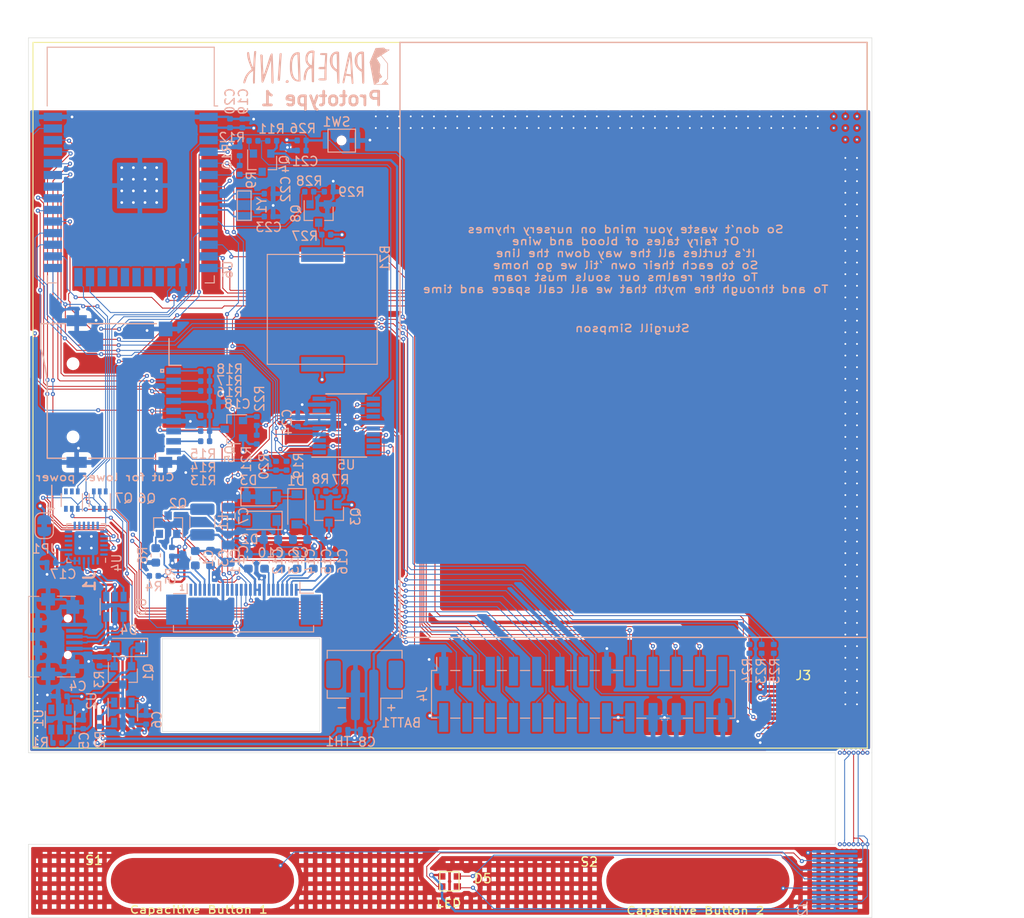
<source format=kicad_pcb>
(kicad_pcb (version 20190905) (host pcbnew "5.99.0-unknown-c3175b4~100~ubuntu16.04.1")
  (layers (0 "F.Cu" signal) (1 "In1.Cu" mixed hide) (2 "In2.Cu" power hide) (31 "B.Cu" signal) (34 "B.Paste" user) (35 "F.Paste" user) (36 "B.SilkS" user) (37 "F.SilkS" user) (38 "B.Mask" user) (39 "F.Mask" user) (44 "Edge.Cuts" user))
  (net 0 "")
  (net 1 "GND")
  (net 2 "+BATT")
  (net 3 "Net-(BZ1-Pad2)")
  (net 4 "+3V3")
  (net 5 "Net-(C1-Pad1)")
  (net 6 "PREVGL")
  (net 7 "Net-(C3-Pad1)")
  (net 8 "Net-(C5-Pad1)")
  (net 9 "VBUS")
  (net 10 "Net-(C7-Pad2)")
  (net 11 "Net-(C7-Pad1)")
  (net 12 "V_EPD")
  (net 13 "PREVGH")
  (net 14 "Net-(C12-Pad1)")
  (net 15 "Net-(C13-Pad1)")
  (net 16 "Net-(C14-Pad1)")
  (net 17 "Net-(C15-Pad1)")
  (net 18 "Net-(C16-Pad1)")
  (net 19 "Net-(C17-Pad1)")
  (net 20 "ESP_EN")
  (net 21 "/xtal_P")
  (net 22 "/xtal_N")
  (net 23 "GDR")
  (net 24 "RESE")
  (net 25 "EPD_BUSY")
  (net 26 "~EPD_RES")
  (net 27 "~EPD_DC")
  (net 28 "~EPD_CS")
  (net 29 "SPI_SCLK")
  (net 30 "SPI_MOSI")
  (net 31 "/D_P")
  (net 32 "/D_N")
  (net 33 "RTS")
  (net 34 "UART_RXD0")
  (net 35 "EXT_GPIO0")
  (net 36 "I2C_SCL")
  (net 37 "EXT_GPIO2")
  (net 38 "JTAG_TDI")
  (net 39 "JTAG_TDO")
  (net 40 "JTAG_TCK")
  (net 41 "JTAG_TMS")
  (net 42 "EXT_GPIO1")
  (net 43 "I2C_SDA")
  (net 44 "SPI_MISO")
  (net 45 "UART_TXD0")
  (net 46 "DTR")
  (net 47 "~SD_CS")
  (net 48 "Net-(MICRO_SD1-Pad1)")
  (net 49 "V_SD")
  (net 50 "Net-(MICRO_SD1-Pad8)")
  (net 51 "Net-(Q3-Pad1)")
  (net 52 "Net-(Q4-Pad3)")
  (net 53 "Net-(Q4-Pad1)")
  (net 54 "Net-(Q5-Pad1)")
  (net 55 "GPIO_0")
  (net 56 "GPIO_2")
  (net 57 "Net-(Q8-Pad1)")
  (net 58 "Net-(R1-Pad1)")
  (net 59 "Net-(R2-Pad1)")
  (net 60 "~EPD_EN")
  (net 61 "BATT")
  (net 62 "~BATT_EN")
  (net 63 "~SD_EN")
  (net 64 "~LED_R")
  (net 65 "BUZZ")
  (net 66 "CAPBTN_1")
  (net 67 "CAPBTN_2")
  (net 68 "Net-(TH1-Pad1)")
  (net 69 "~CHG")
  (net 70 "USB_P")
  (net 71 "USB_N")
  (net 72 "~PCF_INT")
  (net 73 "~SD_CD")
  (net 74 "~FPC_LED_R")
  (net 75 "~FPC_LED_G")
  (net 76 "~FPC_LED_B")
  (net 77 "FPC_CAPBTN_1")
  (net 78 "FPC_CAPBTN_2")
  (net 79 "FPC_GND")
  (net 80 "Net-(J3-Pad7)")
  (net 81 "FPC_3V3")
  (net 82 "Net-(J1-Pad4)")
  (net 83 "Net-(DS1-Pad1)")
  (net 84 "Net-(DS1-Pad6)")
  (net 85 "Net-(DS1-Pad7)")
  (net 86 "Net-(U6-Pad32)")
  (net 87 "Net-(U6-Pad22)")
  (net 88 "Net-(U6-Pad21)")
  (net 89 "Net-(U6-Pad20)")
  (net 90 "Net-(U6-Pad19)")
  (net 91 "Net-(U6-Pad18)")
  (net 92 "Net-(U6-Pad17)")
  (net 93 "Net-(Q7-Pad4)")
  (net 94 "Net-(Q7-Pad5)")
  (net 95 "Net-(Q7-Pad3)")
  (net 96 "Net-(U1-Pad4)")
  (net 97 "Net-(U5-Pad18)")
  (net 98 "Net-(U5-Pad13)")
  (net 99 "Net-(U5-Pad8)")
  (net 100 "Net-(U5-Pad3)")
  (net 101 "Net-(U4-Pad24)")
  (net 102 "Net-(U4-Pad18)")
  (net 103 "Net-(U4-Pad17)")
  (net 104 "Net-(U4-Pad16)")
  (net 105 "Net-(U4-Pad15)")
  (net 106 "Net-(U4-Pad14)")
  (net 107 "Net-(U4-Pad13)")
  (net 108 "Net-(U4-Pad12)")
  (net 109 "Net-(U4-Pad11)")
  (net 110 "Net-(U4-Pad10)")
  (net 111 "Net-(U4-Pad9)")
  (net 112 "Net-(U4-Pad1)")
  (net 113 "Net-(J4-Pad24)")
  (net 114 "Net-(U4-Pad22)")
  (module "karo_industries:papered_ink_logo_horizontal" (layer "B.Cu") (at 133.42 65.27 180)
    (fp_text reference "G***" hide)
    (fp_text value "LOGO" hide)
  )
  (module "Package_TO_SOT_SMD:SOT-23" (layer "B.Cu") (at 117.21 115.37 90)
    (fp_text reference "Q2" (at 2.318 1.084 180) (layer "B.SilkS") (effects (justify mirror)))
    (fp_text value "T2N7002BK")
    (pad "3" smd rect (at 1 0 90) (size 0.9 0.8) (layers "B.Cu" "B.Paste" "B.Mask") (net 11 "Net-(C7-Pad1)"))
    (pad "2" smd rect (at -1 -0.95 90) (size 0.9 0.8) (layers "B.Cu" "B.Paste" "B.Mask") (net 24 "RESE"))
    (pad "1" smd rect (at -1 0.95 90) (size 0.9 0.8) (layers "B.Cu" "B.Paste" "B.Mask") (net 23 "GDR"))
  )
  (module "Resistor_SMD:R_0603_1608Metric" (layer "B.Cu") (at 115.86 118.72 -90)
    (fp_text reference "R6" (at 0 1.43 90) (layer "B.SilkS") (effects (justify mirror)))
    (fp_text value "0.47")
    (pad "2" smd roundrect (at 0.7875 0 270) (size 0.875 0.95) (layers "B.Cu" "B.Paste" "B.Mask") (net 1 "GND"))
    (pad "1" smd roundrect (at -0.7875 0 270) (size 0.875 0.95) (layers "B.Cu" "B.Paste" "B.Mask") (net 24 "RESE"))
  )
  (module "Capacitor_SMD:C_0603_1608Metric" (layer "B.Cu") (at 125.97 119.3825 -90)
    (fp_text reference "C11" (at 0 1.43 90) (layer "B.SilkS") (effects (justify mirror)))
    (fp_text value "1uF/50V")
    (pad "2" smd roundrect (at 0.7875 0 270) (size 0.875 0.95) (layers "B.Cu" "B.Paste" "B.Mask") (net 12 "V_EPD"))
    (pad "1" smd roundrect (at -0.7875 0 270) (size 0.875 0.95) (layers "B.Cu" "B.Paste" "B.Mask") (net 1 "GND"))
  )
  (module "Capacitor_SMD:C_0603_1608Metric" (layer "B.Cu") (at 121.84 119.01 90)
    (fp_text reference "C3" (at 0 1.43 90) (layer "B.SilkS") (effects (justify mirror)))
    (fp_text value "1uF/50V")
    (pad "2" smd roundrect (at 0.7875 0 90) (size 0.875 0.95) (layers "B.Cu" "B.Paste" "B.Mask") (net 1 "GND"))
    (pad "1" smd roundrect (at -0.7875 0 90) (size 0.875 0.95) (layers "B.Cu" "B.Paste" "B.Mask") (net 7 "Net-(C3-Pad1)"))
  )
  (module "Capacitor_SMD:C_0603_1608Metric" (layer "B.Cu") (at 131.292 119.3825 90)
    (fp_text reference "C14" (at 0 1.43 90) (layer "B.SilkS") (effects (justify mirror)))
    (fp_text value "1uF/50V")
    (pad "2" smd roundrect (at 0.7875 0 90) (size 0.875 0.95) (layers "B.Cu" "B.Paste" "B.Mask") (net 1 "GND"))
    (pad "1" smd roundrect (at -0.7875 0 90) (size 0.875 0.95) (layers "B.Cu" "B.Paste" "B.Mask") (net 16 "Net-(C14-Pad1)"))
  )
  (module "Capacitor_SMD:C_0603_1608Metric" (layer "B.Cu") (at 127.744 119.3825 90)
    (fp_text reference "C12" (at 0 1.43 90) (layer "B.SilkS") (effects (justify mirror)))
    (fp_text value "1uF/50V")
    (pad "2" smd roundrect (at 0.7875 0 90) (size 0.875 0.95) (layers "B.Cu" "B.Paste" "B.Mask") (net 1 "GND"))
    (pad "1" smd roundrect (at -0.7875 0 90) (size 0.875 0.95) (layers "B.Cu" "B.Paste" "B.Mask") (net 14 "Net-(C12-Pad1)"))
  )
  (module "Capacitor_SMD:C_0603_1608Metric" (layer "B.Cu") (at 129.518 119.3825 90)
    (fp_text reference "C13" (at 0 1.43 90) (layer "B.SilkS") (effects (justify mirror)))
    (fp_text value "1uF/50V")
    (pad "2" smd roundrect (at 0.7875 0 90) (size 0.875 0.95) (layers "B.Cu" "B.Paste" "B.Mask") (net 1 "GND"))
    (pad "1" smd roundrect (at -0.7875 0 90) (size 0.875 0.95) (layers "B.Cu" "B.Paste" "B.Mask") (net 15 "Net-(C13-Pad1)"))
  )
  (module "Capacitor_SMD:C_0603_1608Metric" (layer "B.Cu") (at 131.63 116.99)
    (fp_text reference "C2" (at 0 1.43) (layer "B.SilkS") (effects (justify mirror)))
    (fp_text value "1uF/50V")
    (pad "2" smd roundrect (at 0.7875 0) (size 0.875 0.95) (layers "B.Cu" "B.Paste" "B.Mask") (net 6 "PREVGL"))
    (pad "1" smd roundrect (at -0.7875 0) (size 0.875 0.95) (layers "B.Cu" "B.Paste" "B.Mask") (net 1 "GND"))
  )
  (module "Capacitor_SMD:C_0603_1608Metric" (layer "B.Cu") (at 128.44 117)
    (fp_text reference "C10" (at 0 1.43) (layer "B.SilkS") (effects (justify mirror)))
    (fp_text value "1uF/50V")
    (pad "2" smd roundrect (at 0.7875 0) (size 0.875 0.95) (layers "B.Cu" "B.Paste" "B.Mask") (net 13 "PREVGH"))
    (pad "1" smd roundrect (at -0.7875 0) (size 0.875 0.95) (layers "B.Cu" "B.Paste" "B.Mask") (net 1 "GND"))
  )
  (module "Capacitor_SMD:C_0603_1608Metric" (layer "B.Cu") (at 134.84 119.3825 90)
    (fp_text reference "C16" (at 0 1.43 90) (layer "B.SilkS") (effects (justify mirror)))
    (fp_text value "1uF/50V")
    (pad "2" smd roundrect (at 0.7875 0 90) (size 0.875 0.95) (layers "B.Cu" "B.Paste" "B.Mask") (net 1 "GND"))
    (pad "1" smd roundrect (at -0.7875 0 90) (size 0.875 0.95) (layers "B.Cu" "B.Paste" "B.Mask") (net 18 "Net-(C16-Pad1)"))
  )
  (module "Capacitor_SMD:C_0603_1608Metric" (layer "B.Cu") (at 133.066 119.3825 90)
    (fp_text reference "C15" (at 0 1.43 90) (layer "B.SilkS") (effects (justify mirror)))
    (fp_text value "1uF/50V")
    (pad "2" smd roundrect (at 0.7875 0 90) (size 0.875 0.95) (layers "B.Cu" "B.Paste" "B.Mask") (net 1 "GND"))
    (pad "1" smd roundrect (at -0.7875 0 90) (size 0.875 0.95) (layers "B.Cu" "B.Paste" "B.Mask") (net 17 "Net-(C15-Pad1)"))
  )
  (module "Capacitor_SMD:C_0603_1608Metric" (layer "B.Cu") (at 120.18 119.03 90)
    (fp_text reference "C1" (at 0 1.43 90) (layer "B.SilkS") (effects (justify mirror)))
    (fp_text value "1uF/50V")
    (pad "2" smd roundrect (at 0.7875 0 90) (size 0.875 0.95) (layers "B.Cu" "B.Paste" "B.Mask") (net 1 "GND"))
    (pad "1" smd roundrect (at -0.7875 0 90) (size 0.875 0.95) (layers "B.Cu" "B.Paste" "B.Mask") (net 5 "Net-(C1-Pad1)"))
  )
  (module "Capacitor_SMD:C_0805_2012Metric" (layer "B.Cu") (at 123.81 114.395 90)
    (fp_text reference "C7" (at 0 1.65 90) (layer "B.SilkS") (effects (justify mirror)))
    (fp_text value "4.7uF/50V")
    (pad "2" smd roundrect (at 0.9375 0 90) (size 0.975 1.4) (layers "B.Cu" "B.Paste" "B.Mask") (net 10 "Net-(C7-Pad2)"))
    (pad "1" smd roundrect (at -0.9375 0 90) (size 0.975 1.4) (layers "B.Cu" "B.Paste" "B.Mask") (net 11 "Net-(C7-Pad1)"))
  )
  (module "Capacitor_SMD:C_0805_2012Metric" (layer "B.Cu") (at 123.78 118.525 90)
    (fp_text reference "C9" (at 0 1.65 90) (layer "B.SilkS") (effects (justify mirror)))
    (fp_text value "4.7uF/50V")
    (pad "2" smd roundrect (at 0.9375 0 90) (size 0.975 1.4) (layers "B.Cu" "B.Paste" "B.Mask") (net 12 "V_EPD"))
    (pad "1" smd roundrect (at -0.9375 0 90) (size 0.975 1.4) (layers "B.Cu" "B.Paste" "B.Mask") (net 1 "GND"))
  )
  (module "Capacitor_SMD:C_0402_1005Metric" (layer "B.Cu") (at 131.37 104.15 -90)
    (fp_text reference "C24" (at 0 1.17 -90) (layer "B.SilkS") (effects (justify mirror)))
    (fp_text value "0.1uF/50V")
    (pad "2" smd roundrect (at 0.485 0 270) (size 0.59 0.64) (layers "B.Cu" "B.Paste" "B.Mask") (net 4 "+3V3"))
    (pad "1" smd roundrect (at -0.485 0 270) (size 0.59 0.64) (layers "B.Cu" "B.Paste" "B.Mask") (net 1 "GND"))
  )
  (module "RF_Module:ESP32-WROOM-32" (layer "B.Cu") (at 113.13 79.07 180)
    (fp_text reference "U6" (at -10.61 -8.43 270) (layer "B.SilkS") (effects (justify mirror)))
    (fp_text value "OLIMEX_Cases_ESP-WROOM-32")
    (pad "38" smd rect (at 8.5 8.255 180) (size 2 0.9) (layers "B.Cu" "B.Paste" "B.Mask") (net 1 "GND"))
    (pad "37" smd rect (at 8.5 6.985 180) (size 2 0.9) (layers "B.Cu" "B.Paste" "B.Mask") (net 30 "SPI_MOSI"))
    (pad "36" smd rect (at 8.5 5.715 180) (size 2 0.9) (layers "B.Cu" "B.Paste" "B.Mask") (net 28 "~EPD_CS"))
    (pad "35" smd rect (at 8.5 4.445 180) (size 2 0.9) (layers "B.Cu" "B.Paste" "B.Mask") (net 45 "UART_TXD0"))
    (pad "34" smd rect (at 8.5 3.175 180) (size 2 0.9) (layers "B.Cu" "B.Paste" "B.Mask") (net 34 "UART_RXD0"))
    (pad "33" smd rect (at 8.5 1.905 180) (size 2 0.9) (layers "B.Cu" "B.Paste" "B.Mask") (net 47 "~SD_CS"))
    (pad "32" smd rect (at 8.5 0.635 180) (size 2 0.9) (layers "B.Cu" "B.Paste" "B.Mask") (net 86 "Net-(U6-Pad32)"))
    (pad "31" smd rect (at 8.5 -0.635 180) (size 2 0.9) (layers "B.Cu" "B.Paste" "B.Mask") (net 44 "SPI_MISO"))
    (pad "30" smd rect (at 8.5 -1.905 180) (size 2 0.9) (layers "B.Cu" "B.Paste" "B.Mask") (net 29 "SPI_SCLK"))
    (pad "29" smd rect (at 8.5 -3.175 180) (size 2 0.9) (layers "B.Cu" "B.Paste" "B.Mask") (net 64 "~LED_R"))
    (pad "28" smd rect (at 8.5 -4.445 180) (size 2 0.9) (layers "B.Cu" "B.Paste" "B.Mask") (net 36 "I2C_SCL"))
    (pad "27" smd rect (at 8.5 -5.715 180) (size 2 0.9) (layers "B.Cu" "B.Paste" "B.Mask") (net 43 "I2C_SDA"))
    (pad "26" smd rect (at 8.5 -6.985 180) (size 2 0.9) (layers "B.Cu" "B.Paste" "B.Mask") (net 66 "CAPBTN_1"))
    (pad "25" smd rect (at 8.5 -8.255 180) (size 2 0.9) (layers "B.Cu" "B.Paste" "B.Mask") (net 55 "GPIO_0"))
    (pad "24" smd rect (at 5.715 -9.255 90) (size 2 0.9) (layers "B.Cu" "B.Paste" "B.Mask") (net 56 "GPIO_2"))
    (pad "23" smd rect (at 4.445 -9.255 90) (size 2 0.9) (layers "B.Cu" "B.Paste" "B.Mask") (net 39 "JTAG_TDO"))
    (pad "22" smd rect (at 3.175 -9.255 90) (size 2 0.9) (layers "B.Cu" "B.Paste" "B.Mask") (net 87 "Net-(U6-Pad22)"))
    (pad "21" smd rect (at 1.905 -9.255 90) (size 2 0.9) (layers "B.Cu" "B.Paste" "B.Mask") (net 88 "Net-(U6-Pad21)"))
    (pad "20" smd rect (at 0.635 -9.255 90) (size 2 0.9) (layers "B.Cu" "B.Paste" "B.Mask") (net 89 "Net-(U6-Pad20)"))
    (pad "19" smd rect (at -0.635 -9.255 90) (size 2 0.9) (layers "B.Cu" "B.Paste" "B.Mask") (net 90 "Net-(U6-Pad19)"))
    (pad "18" smd rect (at -1.905 -9.255 90) (size 2 0.9) (layers "B.Cu" "B.Paste" "B.Mask") (net 91 "Net-(U6-Pad18)"))
    (pad "17" smd rect (at -3.175 -9.255 90) (size 2 0.9) (layers "B.Cu" "B.Paste" "B.Mask") (net 92 "Net-(U6-Pad17)"))
    (pad "16" smd rect (at -4.445 -9.255 90) (size 2 0.9) (layers "B.Cu" "B.Paste" "B.Mask") (net 40 "JTAG_TCK"))
    (pad "15" smd rect (at -5.715 -9.255 90) (size 2 0.9) (layers "B.Cu" "B.Paste" "B.Mask") (net 1 "GND"))
    (pad "14" smd rect (at -8.5 -8.255 180) (size 2 0.9) (layers "B.Cu" "B.Paste" "B.Mask") (net 38 "JTAG_TDI"))
    (pad "13" smd rect (at -8.5 -6.985 180) (size 2 0.9) (layers "B.Cu" "B.Paste" "B.Mask") (net 41 "JTAG_TMS"))
    (pad "12" smd rect (at -8.5 -5.715 180) (size 2 0.9) (layers "B.Cu" "B.Paste" "B.Mask") (net 67 "CAPBTN_2"))
    (pad "11" smd rect (at -8.5 -4.445 180) (size 2 0.9) (layers "B.Cu" "B.Paste" "B.Mask") (net 27 "~EPD_DC"))
    (pad "10" smd rect (at -8.5 -3.175 180) (size 2 0.9) (layers "B.Cu" "B.Paste" "B.Mask") (net 65 "BUZZ"))
    (pad "9" smd rect (at -8.5 -1.905 180) (size 2 0.9) (layers "B.Cu" "B.Paste" "B.Mask") (net 22 "/xtal_N"))
    (pad "8" smd rect (at -8.5 -0.635 180) (size 2 0.9) (layers "B.Cu" "B.Paste" "B.Mask") (net 21 "/xtal_P"))
    (pad "7" smd rect (at -8.5 0.635 180) (size 2 0.9) (layers "B.Cu" "B.Paste" "B.Mask") (net 25 "EPD_BUSY"))
    (pad "6" smd rect (at -8.5 1.905 180) (size 2 0.9) (layers "B.Cu" "B.Paste" "B.Mask") (net 61 "BATT"))
    (pad "5" smd rect (at -8.5 3.175 180) (size 2 0.9) (layers "B.Cu" "B.Paste" "B.Mask") (net 72 "~PCF_INT"))
    (pad "4" smd rect (at -8.5 4.445 180) (size 2 0.9) (layers "B.Cu" "B.Paste" "B.Mask") (net 69 "~CHG"))
    (pad "3" smd rect (at -8.5 5.715 180) (size 2 0.9) (layers "B.Cu" "B.Paste" "B.Mask") (net 20 "ESP_EN"))
    (pad "2" smd rect (at -8.5 6.985 180) (size 2 0.9) (layers "B.Cu" "B.Paste" "B.Mask") (net 4 "+3V3"))
    (pad "1" smd rect (at -8.5 8.255 180) (size 2 0.9) (layers "B.Cu" "B.Paste" "B.Mask") (net 1 "GND"))
    (pad "39" smd rect (at -1 0.755 180) (size 5 5) (layers "B.Cu" "B.Paste" "B.Mask") (net 1 "GND"))
  )
  (module "Package_SO:TSSOP-20_4.4x6.5mm_P0.65mm" (layer "B.Cu") (at 136.66 104.53)
    (fp_text reference "U5" (at 0 4.3) (layer "B.SilkS") (effects (justify mirror)))
    (fp_text value "PCF8574APWR")
    (pad "20" smd rect (at 2.95 2.925) (size 1.45 0.45) (layers "B.Cu" "B.Paste" "B.Mask") (net 37 "EXT_GPIO2"))
    (pad "19" smd rect (at 2.95 2.275) (size 1.45 0.45) (layers "B.Cu" "B.Paste" "B.Mask") (net 42 "EXT_GPIO1"))
    (pad "18" smd rect (at 2.95 1.625) (size 1.45 0.45) (layers "B.Cu" "B.Paste" "B.Mask") (net 97 "Net-(U5-Pad18)"))
    (pad "17" smd rect (at 2.95 0.975) (size 1.45 0.45) (layers "B.Cu" "B.Paste" "B.Mask") (net 35 "EXT_GPIO0"))
    (pad "16" smd rect (at 2.95 0.325) (size 1.45 0.45) (layers "B.Cu" "B.Paste" "B.Mask") (net 73 "~SD_CD"))
    (pad "15" smd rect (at 2.95 -0.325) (size 1.45 0.45) (layers "B.Cu" "B.Paste" "B.Mask") (net 1 "GND"))
    (pad "14" smd rect (at 2.95 -0.975) (size 1.45 0.45) (layers "B.Cu" "B.Paste" "B.Mask") (net 26 "~EPD_RES"))
    (pad "13" smd rect (at 2.95 -1.625) (size 1.45 0.45) (layers "B.Cu" "B.Paste" "B.Mask") (net 98 "Net-(U5-Pad13)"))
    (pad "12" smd rect (at 2.95 -2.275) (size 1.45 0.45) (layers "B.Cu" "B.Paste" "B.Mask") (net 63 "~SD_EN"))
    (pad "11" smd rect (at 2.95 -2.925) (size 1.45 0.45) (layers "B.Cu" "B.Paste" "B.Mask") (net 62 "~BATT_EN"))
    (pad "10" smd rect (at -2.95 -2.925) (size 1.45 0.45) (layers "B.Cu" "B.Paste" "B.Mask") (net 60 "~EPD_EN"))
    (pad "9" smd rect (at -2.95 -2.275) (size 1.45 0.45) (layers "B.Cu" "B.Paste" "B.Mask") (net 1 "GND"))
    (pad "8" smd rect (at -2.95 -1.625) (size 1.45 0.45) (layers "B.Cu" "B.Paste" "B.Mask") (net 99 "Net-(U5-Pad8)"))
    (pad "7" smd rect (at -2.95 -0.975) (size 1.45 0.45) (layers "B.Cu" "B.Paste" "B.Mask") (net 1 "GND"))
    (pad "6" smd rect (at -2.95 -0.325) (size 1.45 0.45) (layers "B.Cu" "B.Paste" "B.Mask") (net 1 "GND"))
    (pad "5" smd rect (at -2.95 0.325) (size 1.45 0.45) (layers "B.Cu" "B.Paste" "B.Mask") (net 4 "+3V3"))
    (pad "4" smd rect (at -2.95 0.975) (size 1.45 0.45) (layers "B.Cu" "B.Paste" "B.Mask") (net 43 "I2C_SDA"))
    (pad "3" smd rect (at -2.95 1.625) (size 1.45 0.45) (layers "B.Cu" "B.Paste" "B.Mask") (net 100 "Net-(U5-Pad3)"))
    (pad "2" smd rect (at -2.95 2.275) (size 1.45 0.45) (layers "B.Cu" "B.Paste" "B.Mask") (net 36 "I2C_SCL"))
    (pad "1" smd rect (at -2.95 2.925) (size 1.45 0.45) (layers "B.Cu" "B.Paste" "B.Mask") (net 72 "~PCF_INT"))
  )
  (module "karo_industries:micro_SD_card" (layer "B.Cu") (at 107.31 100.756 90)
    (fp_text reference "MICRO_SD1")
    (fp_text value "micro_sd_card")
    (pad "3" smd rect (at 0 10.5 90) (size 0.7 1.6) (layers "B.Cu" "B.Paste" "B.Mask") (net 30 "SPI_MOSI"))
    (pad "" np_thru_hole circle (at -5.02 -0.48 90) (size 1 1) (drill 1) (layers *.Cu *.Mask))
    (pad "" np_thru_hole circle (at 2.98 -0.48 90) (size 1 1) (drill 1) (layers *.Cu *.Mask))
    (pad "2" smd rect (at 1.1 10.5 90) (size 0.7 1.6) (layers "B.Cu" "B.Paste" "B.Mask") (net 47 "~SD_CS"))
    (pad "1" smd rect (at 2.2 10.5 90) (size 0.7 1.6) (layers "B.Cu" "B.Paste" "B.Mask") (net 48 "Net-(MICRO_SD1-Pad1)"))
    (pad "4" smd rect (at -1.1 10.5 90) (size 0.7 1.6) (layers "B.Cu" "B.Paste" "B.Mask") (net 49 "V_SD"))
    (pad "5" smd rect (at -2.2 10.5 90) (size 0.7 1.6) (layers "B.Cu" "B.Paste" "B.Mask") (net 29 "SPI_SCLK"))
    (pad "6" smd rect (at -3.3 10.5 90) (size 0.7 1.6) (layers "B.Cu" "B.Paste" "B.Mask") (net 1 "GND"))
    (pad "8" smd rect (at -5.5 10.5 90) (size 0.7 1.6) (layers "B.Cu" "B.Paste" "B.Mask") (net 50 "Net-(MICRO_SD1-Pad8)"))
    (pad "7" smd rect (at -4.4 10.5 90) (size 0.7 1.6) (layers "B.Cu" "B.Paste" "B.Mask") (net 44 "SPI_MISO"))
    (pad "9" smd rect (at -6.6 10.5 90) (size 0.7 1.6) (layers "B.Cu" "B.Paste" "B.Mask") (net 73 "~SD_CD"))
    (pad "10" smd rect (at -7.8 9.6 90) (size 1.2 1.5) (layers "B.Cu" "B.Paste" "B.Mask") (net 1 "GND"))
    (pad "10" smd rect (at 6.77 9.63 90) (size 1.6 1.5) (layers "B.Cu" "B.Paste" "B.Mask") (net 1 "GND"))
    (pad "10" smd rect (at -7.8 -0.09 90) (size 1.2 2.2) (layers "B.Cu" "B.Paste" "B.Mask") (net 1 "GND"))
    (pad "10" smd rect (at 7.68 -0.08 90) (size 1.2 2.2) (layers "B.Cu" "B.Paste" "B.Mask") (net 1 "GND"))
  )
  (module "Capacitor_SMD:C_0402_1005Metric" (layer "B.Cu") (at 128.195 81.7)
    (fp_text reference "C23" (at 0 1.17) (layer "B.SilkS") (effects (justify mirror)))
    (fp_text value "12pF/50V")
    (pad "2" smd roundrect (at 0.485 0) (size 0.59 0.64) (layers "B.Cu" "B.Paste" "B.Mask") (net 1 "GND"))
    (pad "1" smd roundrect (at -0.485 0) (size 0.59 0.64) (layers "B.Cu" "B.Paste" "B.Mask") (net 22 "/xtal_N"))
  )
  (module "Diode_SMD:D_SOD-123" (layer "B.Cu") (at 127.41 112.31)
    (fp_text reference "D2" (at -1.28 4.65) (layer "B.SilkS") (effects (justify mirror)))
    (fp_text value "LMBR130")
    (pad "2" smd rect (at 1.65 0) (size 0.9 1.2) (layers "B.Cu" "B.Paste" "B.Mask") (net 10 "Net-(C7-Pad2)"))
    (pad "1" smd rect (at -1.65 0) (size 0.9 1.2) (layers "B.Cu" "B.Paste" "B.Mask") (net 1 "GND"))
  )
  (module "karo_industries:Q13FC1350000400" (layer "B.Cu") (at 125.54 80.51 90)
    (fp_text reference "Y1" (at 0.02 1.9 90) (layer "B.SilkS") (effects (justify mirror)))
    (fp_text value "32.768KHz")
    (pad "2" smd rect (at 1.3 -0.03 90) (size 1 1.8) (layers "B.Cu" "B.Paste" "B.Mask") (net 21 "/xtal_P"))
    (pad "1" smd rect (at -1.2 -0.03 90) (size 1 1.8) (layers "B.Cu" "B.Paste" "B.Mask") (net 22 "/xtal_N"))
  )
  (module "Package_DFN_QFN:QFN-24-1EP_4x4mm_P0.5mm_EP2.6x2.6mm" (layer "B.Cu") (at 108.27 117.38 90)
    (fp_text reference "U4" (at -2.15 3.33 90) (layer "B.SilkS") (effects (justify mirror)))
    (fp_text value "CP2104")
    (pad "24" smd roundrect (at -1.25 1.9375 90) (size 0.25 0.825) (layers "B.Cu" "B.Paste" "B.Mask") (net 101 "Net-(U4-Pad24)"))
    (pad "23" smd roundrect (at -0.75 1.9375 90) (size 0.25 0.825) (layers "B.Cu" "B.Paste" "B.Mask") (net 46 "DTR"))
    (pad "22" smd roundrect (at -0.25 1.9375 90) (size 0.25 0.825) (layers "B.Cu" "B.Paste" "B.Mask") (net 114 "Net-(U4-Pad22)"))
    (pad "21" smd roundrect (at 0.25 1.9375 90) (size 0.25 0.825) (layers "B.Cu" "B.Paste" "B.Mask") (net 34 "UART_RXD0"))
    (pad "20" smd roundrect (at 0.75 1.9375 90) (size 0.25 0.825) (layers "B.Cu" "B.Paste" "B.Mask") (net 45 "UART_TXD0"))
    (pad "19" smd roundrect (at 1.25 1.9375 90) (size 0.25 0.825) (layers "B.Cu" "B.Paste" "B.Mask") (net 33 "RTS"))
    (pad "18" smd roundrect (at 1.9375 1.25 90) (size 0.825 0.25) (layers "B.Cu" "B.Paste" "B.Mask") (net 102 "Net-(U4-Pad18)"))
    (pad "17" smd roundrect (at 1.9375 0.75 90) (size 0.825 0.25) (layers "B.Cu" "B.Paste" "B.Mask") (net 103 "Net-(U4-Pad17)"))
    (pad "16" smd roundrect (at 1.9375 0.25 90) (size 0.825 0.25) (layers "B.Cu" "B.Paste" "B.Mask") (net 104 "Net-(U4-Pad16)"))
    (pad "15" smd roundrect (at 1.9375 -0.25 90) (size 0.825 0.25) (layers "B.Cu" "B.Paste" "B.Mask") (net 105 "Net-(U4-Pad15)"))
    (pad "14" smd roundrect (at 1.9375 -0.75 90) (size 0.825 0.25) (layers "B.Cu" "B.Paste" "B.Mask") (net 106 "Net-(U4-Pad14)"))
    (pad "13" smd roundrect (at 1.9375 -1.25 90) (size 0.825 0.25) (layers "B.Cu" "B.Paste" "B.Mask") (net 107 "Net-(U4-Pad13)"))
    (pad "12" smd roundrect (at 1.25 -1.9375 90) (size 0.25 0.825) (layers "B.Cu" "B.Paste" "B.Mask") (net 108 "Net-(U4-Pad12)"))
    (pad "11" smd roundrect (at 0.75 -1.9375 90) (size 0.25 0.825) (layers "B.Cu" "B.Paste" "B.Mask") (net 109 "Net-(U4-Pad11)"))
    (pad "10" smd roundrect (at 0.25 -1.9375 90) (size 0.25 0.825) (layers "B.Cu" "B.Paste" "B.Mask") (net 110 "Net-(U4-Pad10)"))
    (pad "9" smd roundrect (at -0.25 -1.9375 90) (size 0.25 0.825) (layers "B.Cu" "B.Paste" "B.Mask") (net 111 "Net-(U4-Pad9)"))
    (pad "8" smd roundrect (at -0.75 -1.9375 90) (size 0.25 0.825) (layers "B.Cu" "B.Paste" "B.Mask") (net 9 "VBUS"))
    (pad "7" smd roundrect (at -1.25 -1.9375 90) (size 0.25 0.825) (layers "B.Cu" "B.Paste" "B.Mask") (net 19 "Net-(C17-Pad1)"))
    (pad "6" smd roundrect (at -1.9375 -1.25 90) (size 0.825 0.25) (layers "B.Cu" "B.Paste" "B.Mask") (net 19 "Net-(C17-Pad1)"))
    (pad "5" smd roundrect (at -1.9375 -0.75 90) (size 0.825 0.25) (layers "B.Cu" "B.Paste" "B.Mask") (net 19 "Net-(C17-Pad1)"))
    (pad "4" smd roundrect (at -1.9375 -0.25 90) (size 0.825 0.25) (layers "B.Cu" "B.Paste" "B.Mask") (net 71 "USB_N"))
    (pad "3" smd roundrect (at -1.9375 0.25 90) (size 0.825 0.25) (layers "B.Cu" "B.Paste" "B.Mask") (net 70 "USB_P"))
    (pad "2" smd roundrect (at -1.9375 0.75 90) (size 0.825 0.25) (layers "B.Cu" "B.Paste" "B.Mask") (net 1 "GND"))
    (pad "1" smd roundrect (at -1.9375 1.25 90) (size 0.825 0.25) (layers "B.Cu" "B.Paste" "B.Mask") (net 112 "Net-(U4-Pad1)"))
    (pad "25" smd roundrect (at 0 0 90) (size 2.6 2.6) (layers "B.Cu" "B.Mask") (roundrect_rratio 0.096154) (net 1 "GND"))
  )
  (module "Package_TO_SOT_SMD:SOT-23-6" (layer "B.Cu") (at 111.4 124.33 90)
    (fp_text reference "U3" (at 0 2.9 90) (layer "B.SilkS") (effects (justify mirror)))
    (fp_text value "USBLC6-2SC6")
    (pad "5" smd rect (at 1.1 0 90) (size 1.06 0.65) (layers "B.Cu" "B.Paste" "B.Mask") (net 9 "VBUS"))
    (pad "6" smd rect (at 1.1 0.95 90) (size 1.06 0.65) (layers "B.Cu" "B.Paste" "B.Mask") (net 71 "USB_N"))
    (pad "4" smd rect (at 1.1 -0.95 90) (size 1.06 0.65) (layers "B.Cu" "B.Paste" "B.Mask") (net 70 "USB_P"))
    (pad "3" smd rect (at -1.1 -0.95 90) (size 1.06 0.65) (layers "B.Cu" "B.Paste" "B.Mask") (net 31 "/D_P"))
    (pad "2" smd rect (at -1.1 0 90) (size 1.06 0.65) (layers "B.Cu" "B.Paste" "B.Mask") (net 1 "GND"))
    (pad "1" smd rect (at -1.1 0.95 90) (size 1.06 0.65) (layers "B.Cu" "B.Paste" "B.Mask") (net 32 "/D_N"))
  )
  (module "Package_TO_SOT_SMD:SOT-23-6" (layer "B.Cu") (at 112.268 135.89 -90)
    (fp_text reference "U2" (at -1.28 3.418 90) (layer "B.SilkS") (effects (justify mirror)))
    (fp_text value "BQ21040")
    (pad "5" smd rect (at 1.1 0 270) (size 1.06 0.65) (layers "B.Cu" "B.Paste" "B.Mask") (net 1 "GND"))
    (pad "6" smd rect (at 1.1 0.95 270) (size 1.06 0.65) (layers "B.Cu" "B.Paste" "B.Mask") (net 59 "Net-(R2-Pad1)"))
    (pad "4" smd rect (at 1.1 -0.95 270) (size 1.06 0.65) (layers "B.Cu" "B.Paste" "B.Mask") (net 9 "VBUS"))
    (pad "3" smd rect (at -1.1 -0.95 270) (size 1.06 0.65) (layers "B.Cu" "B.Paste" "B.Mask") (net 69 "~CHG"))
    (pad "2" smd rect (at -1.1 0 270) (size 1.06 0.65) (layers "B.Cu" "B.Paste" "B.Mask") (net 2 "+BATT"))
    (pad "1" smd rect (at -1.1 0.95 270) (size 1.06 0.65) (layers "B.Cu" "B.Paste" "B.Mask") (net 68 "Net-(TH1-Pad1)"))
  )
  (module "Package_TO_SOT_SMD:SOT-23-5" (layer "B.Cu") (at 105.41 136.652 90)
    (fp_text reference "U1" (at 0.162 -2.33 90) (layer "B.SilkS") (effects (justify mirror)))
    (fp_text value "AP2112K-3.3")
    (pad "5" smd rect (at 1.1 0.95 90) (size 1.06 0.65) (layers "B.Cu" "B.Paste" "B.Mask") (net 4 "+3V3"))
    (pad "4" smd rect (at 1.1 -0.95 90) (size 1.06 0.65) (layers "B.Cu" "B.Paste" "B.Mask") (net 96 "Net-(U1-Pad4)"))
    (pad "3" smd rect (at -1.1 -0.95 90) (size 1.06 0.65) (layers "B.Cu" "B.Paste" "B.Mask") (net 58 "Net-(R1-Pad1)"))
    (pad "2" smd rect (at -1.1 0 90) (size 1.06 0.65) (layers "B.Cu" "B.Paste" "B.Mask") (net 1 "GND"))
    (pad "1" smd rect (at -1.1 0.95 90) (size 1.06 0.65) (layers "B.Cu" "B.Paste" "B.Mask") (net 8 "Net-(C5-Pad1)"))
  )
  (module "Resistor_SMD:R_0402_1005Metric" (layer "B.Cu") (at 136.361 137.782)
    (fp_text reference "TH1" (at -0.591 1.278) (layer "B.SilkS") (effects (justify mirror)))
    (fp_text value "10K NTC")
    (pad "2" smd roundrect (at 0.485 0) (size 0.59 0.64) (layers "B.Cu" "B.Paste" "B.Mask") (net 1 "GND"))
    (pad "1" smd roundrect (at -0.485 0) (size 0.59 0.64) (layers "B.Cu" "B.Paste" "B.Mask") (net 68 "Net-(TH1-Pad1)"))
  )
  (module "karo_industries:K2-1822SA-A3DW-06" (layer "B.Cu") (at 136.14 73.39 180)
    (fp_text reference "SW1" (at 0.54 2.032) (layer "B.SilkS") (effects (justify mirror)))
    (fp_text value "RESET")
    (pad "" np_thru_hole circle (at -0.01 0 180) (size 0.7 0.7) (drill 0.7) (layers *.Cu *.Mask))
    (pad "2" smd rect (at 1.715 0 180) (size 0.65 1.8) (layers "B.Cu" "B.Paste" "B.Mask") (net 20 "ESP_EN"))
    (pad "1" smd rect (at -1.735 0 180) (size 0.65 1.8) (layers "B.Cu" "B.Paste" "B.Mask") (net 1 "GND"))
  )
  (module "karo_industries:cap_touch_35x6" (layer "F.Cu") (at 175.23 153.66)
    (fp_text reference "S2" (at -12.046 -1.452) (layer "F.SilkS"))
    (fp_text value "CAPBTN2")
    (pad "1" smd roundrect (at -0.17 0.62) (size 20 5) (layers "F.Cu" "F.Paste" "F.Mask") (roundrect_rratio 0.5) (net 78 "FPC_CAPBTN_2"))
  )
  (module "karo_industries:cap_touch_35x6" (layer "F.Cu") (at 121.13 153.66)
    (fp_text reference "S1" (at -12.02 -1.63) (layer "F.SilkS"))
    (fp_text value "CAPBTN1")
    (pad "1" smd roundrect (at -0.17 0.62) (size 20 5) (layers "F.Cu" "F.Paste" "F.Mask") (roundrect_rratio 0.5) (net 77 "FPC_CAPBTN_1"))
  )
  (module "Resistor_SMD:R_0402_1005Metric" (layer "B.Cu") (at 134.755 78.99)
    (fp_text reference "R29" (at 2.475 0.03) (layer "B.SilkS") (effects (justify mirror)))
    (fp_text value "470k")
    (pad "2" smd roundrect (at 0.485 0) (size 0.59 0.64) (layers "B.Cu" "B.Paste" "B.Mask") (net 1 "GND"))
    (pad "1" smd roundrect (at -0.485 0) (size 0.59 0.64) (layers "B.Cu" "B.Paste" "B.Mask") (net 57 "Net-(Q8-Pad1)"))
  )
  (module "Resistor_SMD:R_0402_1005Metric" (layer "B.Cu") (at 132.62 78.99 180)
    (fp_text reference "R28" (at 0 1.17) (layer "B.SilkS") (effects (justify mirror)))
    (fp_text value "120")
    (pad "2" smd roundrect (at 0.485 0 180) (size 0.59 0.64) (layers "B.Cu" "B.Paste" "B.Mask") (net 65 "BUZZ"))
    (pad "1" smd roundrect (at -0.485 0 180) (size 0.59 0.64) (layers "B.Cu" "B.Paste" "B.Mask") (net 57 "Net-(Q8-Pad1)"))
  )
  (module "Resistor_SMD:R_0402_1005Metric" (layer "B.Cu") (at 134.475 83.68 180)
    (fp_text reference "R27" (at 2.335 -0.16) (layer "B.SilkS") (effects (justify mirror)))
    (fp_text value "1.2k")
    (pad "2" smd roundrect (at 0.485 0 180) (size 0.59 0.64) (layers "B.Cu" "B.Paste" "B.Mask") (net 3 "Net-(BZ1-Pad2)"))
    (pad "1" smd roundrect (at -0.485 0 180) (size 0.59 0.64) (layers "B.Cu" "B.Paste" "B.Mask") (net 4 "+3V3"))
  )
  (module "Resistor_SMD:R_0402_1005Metric" (layer "B.Cu") (at 131.79 73.39)
    (fp_text reference "R26" (at 0.12 -1.31) (layer "B.SilkS") (effects (justify mirror)))
    (fp_text value "10k")
    (pad "2" smd roundrect (at 0.485 0) (size 0.59 0.64) (layers "B.Cu" "B.Paste" "B.Mask") (net 20 "ESP_EN"))
    (pad "1" smd roundrect (at -0.485 0) (size 0.59 0.64) (layers "B.Cu" "B.Paste" "B.Mask") (net 4 "+3V3"))
  )
  (module "Resistor_SMD:R_0402_1005Metric" (layer "B.Cu") (at 183.34 128.93 -90)
    (fp_text reference "R25" (at 2.42 -0.11 90) (layer "B.SilkS") (effects (justify mirror)))
    (fp_text value "120")
    (pad "2" smd roundrect (at 0.485 0 270) (size 0.59 0.64) (layers "B.Cu" "B.Paste" "B.Mask") (net 76 "~FPC_LED_B"))
    (pad "1" smd roundrect (at -0.485 0 270) (size 0.59 0.64) (layers "B.Cu" "B.Paste" "B.Mask") (net 56 "GPIO_2"))
  )
  (module "Resistor_SMD:R_0402_1005Metric" (layer "B.Cu") (at 180.69 128.93 -90)
    (fp_text reference "R24" (at 2.42 0.23 90) (layer "B.SilkS") (effects (justify mirror)))
    (fp_text value "120")
    (pad "2" smd roundrect (at 0.485 0 270) (size 0.59 0.64) (layers "B.Cu" "B.Paste" "B.Mask") (net 80 "Net-(J3-Pad7)"))
    (pad "1" smd roundrect (at -0.485 0 270) (size 0.59 0.64) (layers "B.Cu" "B.Paste" "B.Mask") (net 55 "GPIO_0"))
  )
  (module "Resistor_SMD:R_0402_1005Metric" (layer "B.Cu") (at 182.015 128.93 -90)
    (fp_text reference "R23" (at 2.42 0.06 90) (layer "B.SilkS") (effects (justify mirror)))
    (fp_text value "120")
    (pad "2" smd roundrect (at 0.485 0 270) (size 0.59 0.64) (layers "B.Cu" "B.Paste" "B.Mask") (net 74 "~FPC_LED_R"))
    (pad "1" smd roundrect (at -0.485 0 270) (size 0.59 0.64) (layers "B.Cu" "B.Paste" "B.Mask") (net 64 "~LED_R"))
  )
  (module "Resistor_SMD:R_0402_1005Metric" (layer "B.Cu") (at 126.89 104.045 -90)
    (fp_text reference "R22" (at -2.455 -0.31 90) (layer "B.SilkS") (effects (justify mirror)))
    (fp_text value "1.2k")
    (pad "2" smd roundrect (at 0.485 0 270) (size 0.59 0.64) (layers "B.Cu" "B.Paste" "B.Mask") (net 63 "~SD_EN"))
    (pad "1" smd roundrect (at -0.485 0 270) (size 0.59 0.64) (layers "B.Cu" "B.Paste" "B.Mask") (net 54 "Net-(Q5-Pad1)"))
  )
  (module "Resistor_SMD:R_0402_1005Metric" (layer "B.Cu") (at 126.89 106.07 -90)
    (fp_text reference "R21" (at 2.12 1.14 90) (layer "B.SilkS") (effects (justify mirror)))
    (fp_text value "1M")
    (pad "2" smd roundrect (at 0.485 0 270) (size 0.59 0.64) (layers "B.Cu" "B.Paste" "B.Mask") (net 4 "+3V3"))
    (pad "1" smd roundrect (at -0.485 0 270) (size 0.59 0.64) (layers "B.Cu" "B.Paste" "B.Mask") (net 63 "~SD_EN"))
  )
  (module "Resistor_SMD:R_0402_1005Metric" (layer "B.Cu") (at 128.997001 108.925 -90)
    (fp_text reference "R20" (at 0.075 1.327001 90) (layer "B.SilkS") (effects (justify mirror)))
    (fp_text value "10k")
    (pad "2" smd roundrect (at 0.485 0 270) (size 0.59 0.64) (layers "B.Cu" "B.Paste" "B.Mask") (net 4 "+3V3"))
    (pad "1" smd roundrect (at -0.485 0 270) (size 0.59 0.64) (layers "B.Cu" "B.Paste" "B.Mask") (net 43 "I2C_SDA"))
  )
  (module "Resistor_SMD:R_0402_1005Metric" (layer "B.Cu") (at 130.14 108.925 -90)
    (fp_text reference "R19" (at -0.015 -1.31 90) (layer "B.SilkS") (effects (justify mirror)))
    (fp_text value "10k")
    (pad "2" smd roundrect (at 0.485 0 270) (size 0.59 0.64) (layers "B.Cu" "B.Paste" "B.Mask") (net 4 "+3V3"))
    (pad "1" smd roundrect (at -0.485 0 270) (size 0.59 0.64) (layers "B.Cu" "B.Paste" "B.Mask") (net 36 "I2C_SCL"))
  )
  (module "Resistor_SMD:R_0402_1005Metric" (layer "B.Cu") (at 121.255 98.6 180)
    (fp_text reference "R18" (at -2.685 0.24) (layer "B.SilkS") (effects (justify mirror)))
    (fp_text value "10k")
    (pad "2" smd roundrect (at 0.485 0 180) (size 0.59 0.64) (layers "B.Cu" "B.Paste" "B.Mask") (net 48 "Net-(MICRO_SD1-Pad1)"))
    (pad "1" smd roundrect (at -0.485 0 180) (size 0.59 0.64) (layers "B.Cu" "B.Paste" "B.Mask") (net 49 "V_SD"))
  )
  (module "Resistor_SMD:R_0402_1005Metric" (layer "B.Cu") (at 121.255 99.675 180)
    (fp_text reference "R17" (at -2.665 0.035) (layer "B.SilkS") (effects (justify mirror)))
    (fp_text value "10k")
    (pad "2" smd roundrect (at 0.485 0 180) (size 0.59 0.64) (layers "B.Cu" "B.Paste" "B.Mask") (net 47 "~SD_CS"))
    (pad "1" smd roundrect (at -0.485 0 180) (size 0.59 0.64) (layers "B.Cu" "B.Paste" "B.Mask") (net 49 "V_SD"))
  )
  (module "Resistor_SMD:R_0402_1005Metric" (layer "B.Cu") (at 121.255 100.75 180)
    (fp_text reference "R16" (at -2.675 -0.15) (layer "B.SilkS") (effects (justify mirror)))
    (fp_text value "10k")
    (pad "2" smd roundrect (at 0.485 0 180) (size 0.59 0.64) (layers "B.Cu" "B.Paste" "B.Mask") (net 30 "SPI_MOSI"))
    (pad "1" smd roundrect (at -0.485 0 180) (size 0.59 0.64) (layers "B.Cu" "B.Paste" "B.Mask") (net 49 "V_SD"))
  )
  (module "Resistor_SMD:R_0402_1005Metric" (layer "B.Cu") (at 121.255 103.45 180)
    (fp_text reference "R15" (at 0.225 -4.2) (layer "B.SilkS") (effects (justify mirror)))
    (fp_text value "10k")
    (pad "2" smd roundrect (at 0.485 0 180) (size 0.59 0.64) (layers "B.Cu" "B.Paste" "B.Mask") (net 29 "SPI_SCLK"))
    (pad "1" smd roundrect (at -0.485 0 180) (size 0.59 0.64) (layers "B.Cu" "B.Paste" "B.Mask") (net 49 "V_SD"))
  )
  (module "Resistor_SMD:R_0402_1005Metric" (layer "B.Cu") (at 121.255 105.13 180)
    (fp_text reference "R14" (at 0.205 -3.99) (layer "B.SilkS") (effects (justify mirror)))
    (fp_text value "10k")
    (pad "2" smd roundrect (at 0.485 0 180) (size 0.59 0.64) (layers "B.Cu" "B.Paste" "B.Mask") (net 44 "SPI_MISO"))
    (pad "1" smd roundrect (at -0.485 0 180) (size 0.59 0.64) (layers "B.Cu" "B.Paste" "B.Mask") (net 49 "V_SD"))
  )
  (module "Resistor_SMD:R_0402_1005Metric" (layer "B.Cu") (at 121.255 106.25 180)
    (fp_text reference "R13" (at 0.205 -4.29) (layer "B.SilkS") (effects (justify mirror)))
    (fp_text value "10k")
    (pad "2" smd roundrect (at 0.485 0 180) (size 0.59 0.64) (layers "B.Cu" "B.Paste" "B.Mask") (net 50 "Net-(MICRO_SD1-Pad8)"))
    (pad "1" smd roundrect (at -0.485 0 180) (size 0.59 0.64) (layers "B.Cu" "B.Paste" "B.Mask") (net 49 "V_SD"))
  )
  (module "Resistor_SMD:R_0402_1005Metric" (layer "B.Cu") (at 126.535 73.43)
    (fp_text reference "R12" (at -2.365 -0.37 180) (layer "B.SilkS") (effects (justify mirror)))
    (fp_text value "1.2k")
    (pad "2" smd roundrect (at 0.485 0) (size 0.59 0.64) (layers "B.Cu" "B.Paste" "B.Mask") (net 62 "~BATT_EN"))
    (pad "1" smd roundrect (at -0.485 0) (size 0.59 0.64) (layers "B.Cu" "B.Paste" "B.Mask") (net 53 "Net-(Q4-Pad1)"))
  )
  (module "Resistor_SMD:R_0402_1005Metric" (layer "B.Cu") (at 128.575 73.43)
    (fp_text reference "R11" (at -0.065 -1.3) (layer "B.SilkS") (effects (justify mirror)))
    (fp_text value "1M")
    (pad "2" smd roundrect (at 0.485 0) (size 0.59 0.64) (layers "B.Cu" "B.Paste" "B.Mask") (net 2 "+BATT"))
    (pad "1" smd roundrect (at -0.485 0) (size 0.59 0.64) (layers "B.Cu" "B.Paste" "B.Mask") (net 62 "~BATT_EN"))
  )
  (module "Resistor_SMD:R_0402_1005Metric" (layer "B.Cu") (at 125.03 74.575 -90)
    (fp_text reference "R10" (at 0.575 1.37 90) (layer "B.SilkS") (effects (justify mirror)))
    (fp_text value "1.6M")
    (pad "2" smd roundrect (at 0.485 0 270) (size 0.59 0.64) (layers "B.Cu" "B.Paste" "B.Mask") (net 61 "BATT"))
    (pad "1" smd roundrect (at -0.485 0 270) (size 0.59 0.64) (layers "B.Cu" "B.Paste" "B.Mask") (net 1 "GND"))
  )
  (module "Resistor_SMD:R_0402_1005Metric" (layer "B.Cu") (at 125.03 76.605 -90)
    (fp_text reference "R9" (at 1.095 -1.26 -90) (layer "B.SilkS") (effects (justify mirror)))
    (fp_text value "470k")
    (pad "2" smd roundrect (at 0.485 0 270) (size 0.59 0.64) (layers "B.Cu" "B.Paste" "B.Mask") (net 52 "Net-(Q4-Pad3)"))
    (pad "1" smd roundrect (at -0.485 0 270) (size 0.59 0.64) (layers "B.Cu" "B.Paste" "B.Mask") (net 61 "BATT"))
  )
  (module "Resistor_SMD:R_0402_1005Metric" (layer "B.Cu") (at 133.95 111.71)
    (fp_text reference "R8" (at -0.1 -1.32) (layer "B.SilkS") (effects (justify mirror)))
    (fp_text value "1.2k")
    (pad "2" smd roundrect (at 0.485 0) (size 0.59 0.64) (layers "B.Cu" "B.Paste" "B.Mask") (net 60 "~EPD_EN"))
    (pad "1" smd roundrect (at -0.485 0) (size 0.59 0.64) (layers "B.Cu" "B.Paste" "B.Mask") (net 51 "Net-(Q3-Pad1)"))
  )
  (module "Resistor_SMD:R_0402_1005Metric" (layer "B.Cu") (at 135.955 111.71)
    (fp_text reference "R7" (at 0.085 -1.26) (layer "B.SilkS") (effects (justify mirror)))
    (fp_text value "1M")
    (pad "2" smd roundrect (at 0.485 0) (size 0.59 0.64) (layers "B.Cu" "B.Paste" "B.Mask") (net 4 "+3V3"))
    (pad "1" smd roundrect (at -0.485 0) (size 0.59 0.64) (layers "B.Cu" "B.Paste" "B.Mask") (net 60 "~EPD_EN"))
  )
  (module "Resistor_SMD:R_0402_1005Metric" (layer "B.Cu") (at 117.63 118.33 -90)
    (fp_text reference "R5" (at 2.666 0.144 90) (layer "B.SilkS") (effects (justify mirror)))
    (fp_text value "10k")
    (pad "2" smd roundrect (at 0.485 0 270) (size 0.59 0.64) (layers "B.Cu" "B.Paste" "B.Mask") (net 1 "GND"))
    (pad "1" smd roundrect (at -0.485 0 270) (size 0.59 0.64) (layers "B.Cu" "B.Paste" "B.Mask") (net 23 "GDR"))
  )
  (module "Resistor_SMD:R_0402_1005Metric" (layer "B.Cu") (at 115.65 120.96)
    (fp_text reference "R4" (at 0 1.17) (layer "B.SilkS") (effects (justify mirror)))
    (fp_text value "10k")
    (pad "2" smd roundrect (at 0.485 0) (size 0.59 0.64) (layers "B.Cu" "B.Paste" "B.Mask") (net 12 "V_EPD"))
    (pad "1" smd roundrect (at -0.485 0) (size 0.59 0.64) (layers "B.Cu" "B.Paste" "B.Mask") (net 28 "~EPD_CS"))
  )
  (module "Resistor_SMD:R_0402_1005Metric" (layer "B.Cu") (at 109.728 130.302 90)
    (fp_text reference "R3" (at -1.968 -0.028 90) (layer "B.SilkS") (effects (justify mirror)))
    (fp_text value "470k")
    (pad "2" smd roundrect (at 0.485 0 90) (size 0.59 0.64) (layers "B.Cu" "B.Paste" "B.Mask") (net 1 "GND"))
    (pad "1" smd roundrect (at -0.485 0 90) (size 0.59 0.64) (layers "B.Cu" "B.Paste" "B.Mask") (net 9 "VBUS"))
  )
  (module "Resistor_SMD:R_0402_1005Metric" (layer "B.Cu") (at 109.728 136.929 90)
    (fp_text reference "R2" (at -1.901 0.052 90) (layer "B.SilkS") (effects (justify mirror)))
    (fp_text value "1.2k")
    (pad "2" smd roundrect (at 0.485 0 90) (size 0.59 0.64) (layers "B.Cu" "B.Paste" "B.Mask") (net 1 "GND"))
    (pad "1" smd roundrect (at -0.485 0 90) (size 0.59 0.64) (layers "B.Cu" "B.Paste" "B.Mask") (net 59 "Net-(R2-Pad1)"))
  )
  (module "Resistor_SMD:R_0402_1005Metric" (layer "B.Cu") (at 105.13 139.22)
    (fp_text reference "R1" (at -1.9 -0.05) (layer "B.SilkS") (effects (justify mirror)))
    (fp_text value "470k")
    (pad "2" smd roundrect (at 0.485 0) (size 0.59 0.64) (layers "B.Cu" "B.Paste" "B.Mask") (net 8 "Net-(C5-Pad1)"))
    (pad "1" smd roundrect (at -0.485 0) (size 0.59 0.64) (layers "B.Cu" "B.Paste" "B.Mask") (net 58 "Net-(R1-Pad1)"))
  )
  (module "Package_TO_SOT_SMD:SOT-23" (layer "B.Cu") (at 133.65 81.37 -90)
    (fp_text reference "Q8" (at 0 2.5 90) (layer "B.SilkS") (effects (justify mirror)))
    (fp_text value "T2N7002BK")
    (pad "3" smd rect (at 1 0 270) (size 0.9 0.8) (layers "B.Cu" "B.Paste" "B.Mask") (net 3 "Net-(BZ1-Pad2)"))
    (pad "2" smd rect (at -1 -0.95 270) (size 0.9 0.8) (layers "B.Cu" "B.Paste" "B.Mask") (net 1 "GND"))
    (pad "1" smd rect (at -1 0.95 270) (size 0.9 0.8) (layers "B.Cu" "B.Paste" "B.Mask") (net 57 "Net-(Q8-Pad1)"))
  )
  (module "Package_TO_SOT_SMD:SOT-363_SC-70-6" (layer "B.Cu") (at 106.698 112.682 90)
    (fp_text reference "Q7" (at 0.222 5.692 180) (layer "B.SilkS") (effects (justify mirror)))
    (fp_text value "UMH3N")
    (pad "6" smd rect (at 0.95 0.65 90) (size 0.65 0.4) (layers "B.Cu" "B.Paste" "B.Mask") (net 56 "GPIO_2"))
    (pad "4" smd rect (at 0.95 -0.65 90) (size 0.65 0.4) (layers "B.Cu" "B.Paste" "B.Mask") (net 93 "Net-(Q7-Pad4)"))
    (pad "2" smd rect (at -0.95 0 90) (size 0.65 0.4) (layers "B.Cu" "B.Paste" "B.Mask") (net 33 "RTS"))
    (pad "5" smd rect (at 0.95 0 90) (size 0.65 0.4) (layers "B.Cu" "B.Paste" "B.Mask") (net 94 "Net-(Q7-Pad5)"))
    (pad "3" smd rect (at -0.95 -0.65 90) (size 0.65 0.4) (layers "B.Cu" "B.Paste" "B.Mask") (net 95 "Net-(Q7-Pad3)"))
    (pad "1" smd rect (at -0.95 0.65 90) (size 0.65 0.4) (layers "B.Cu" "B.Paste" "B.Mask") (net 46 "DTR"))
  )
  (module "Package_TO_SOT_SMD:SOT-363_SC-70-6" (layer "B.Cu") (at 109.746 112.682 90)
    (fp_text reference "Q6" (at 0.182 5.144 180) (layer "B.SilkS") (effects (justify mirror)))
    (fp_text value "UMH3N")
    (pad "6" smd rect (at 0.95 0.65 90) (size 0.65 0.4) (layers "B.Cu" "B.Paste" "B.Mask") (net 20 "ESP_EN"))
    (pad "4" smd rect (at 0.95 -0.65 90) (size 0.65 0.4) (layers "B.Cu" "B.Paste" "B.Mask") (net 46 "DTR"))
    (pad "2" smd rect (at -0.95 0 90) (size 0.65 0.4) (layers "B.Cu" "B.Paste" "B.Mask") (net 46 "DTR"))
    (pad "5" smd rect (at 0.95 0 90) (size 0.65 0.4) (layers "B.Cu" "B.Paste" "B.Mask") (net 33 "RTS"))
    (pad "3" smd rect (at -0.95 -0.65 90) (size 0.65 0.4) (layers "B.Cu" "B.Paste" "B.Mask") (net 55 "GPIO_0"))
    (pad "1" smd rect (at -0.95 0.65 90) (size 0.65 0.4) (layers "B.Cu" "B.Paste" "B.Mask") (net 33 "RTS"))
  )
  (module "Package_TO_SOT_SMD:SOT-23" (layer "B.Cu") (at 124.39 104.94 180)
    (fp_text reference "Q5" (at 0.44 -2.72 90) (layer "B.SilkS") (effects (justify mirror)))
    (fp_text value "DMP2035")
    (pad "3" smd rect (at 1 0 180) (size 0.9 0.8) (layers "B.Cu" "B.Paste" "B.Mask") (net 49 "V_SD"))
    (pad "2" smd rect (at -1 -0.95 180) (size 0.9 0.8) (layers "B.Cu" "B.Paste" "B.Mask") (net 4 "+3V3"))
    (pad "1" smd rect (at -1 0.95 180) (size 0.9 0.8) (layers "B.Cu" "B.Paste" "B.Mask") (net 54 "Net-(Q5-Pad1)"))
  )
  (module "Package_TO_SOT_SMD:SOT-23" (layer "B.Cu") (at 127.48 75.82 -90)
    (fp_text reference "Q4" (at 0.15 -2.42 -90) (layer "B.SilkS") (effects (justify mirror)))
    (fp_text value "DMP2035")
    (pad "3" smd rect (at 1 0 270) (size 0.9 0.8) (layers "B.Cu" "B.Paste" "B.Mask") (net 52 "Net-(Q4-Pad3)"))
    (pad "2" smd rect (at -1 -0.95 270) (size 0.9 0.8) (layers "B.Cu" "B.Paste" "B.Mask") (net 2 "+BATT"))
    (pad "1" smd rect (at -1 0.95 270) (size 0.9 0.8) (layers "B.Cu" "B.Paste" "B.Mask") (net 53 "Net-(Q4-Pad1)"))
  )
  (module "Package_TO_SOT_SMD:SOT-23" (layer "B.Cu") (at 134.78 114.14 -90)
    (fp_text reference "Q3" (at 0.33 -2.9 90) (layer "B.SilkS") (effects (justify mirror)))
    (fp_text value "DMP2035")
    (pad "3" smd rect (at 1 0 270) (size 0.9 0.8) (layers "B.Cu" "B.Paste" "B.Mask") (net 12 "V_EPD"))
    (pad "2" smd rect (at -1 -0.95 270) (size 0.9 0.8) (layers "B.Cu" "B.Paste" "B.Mask") (net 4 "+3V3"))
    (pad "1" smd rect (at -1 0.95 270) (size 0.9 0.8) (layers "B.Cu" "B.Paste" "B.Mask") (net 51 "Net-(Q3-Pad1)"))
  )
  (module "Package_TO_SOT_SMD:SOT-23" (layer "B.Cu") (at 112.268 131.826 -90)
    (fp_text reference "Q1" (at -0.316 -2.772 -90) (layer "B.SilkS") (effects (justify mirror)))
    (fp_text value "DMP2035")
    (pad "3" smd rect (at 1 0 270) (size 0.9 0.8) (layers "B.Cu" "B.Paste" "B.Mask") (net 2 "+BATT"))
    (pad "2" smd rect (at -1 -0.95 270) (size 0.9 0.8) (layers "B.Cu" "B.Paste" "B.Mask") (net 8 "Net-(C5-Pad1)"))
    (pad "1" smd rect (at -1 0.95 270) (size 0.9 0.8) (layers "B.Cu" "B.Paste" "B.Mask") (net 9 "VBUS"))
  )
  (module "Inductor_SMD:L_1210_3225Metric" (layer "B.Cu") (at 120.95 115.08 90)
    (fp_text reference "L1" (at 0 2.28 90) (layer "B.SilkS") (effects (justify mirror)))
    (fp_text value "68uH/1A")
    (pad "2" smd roundrect (at 1.4 0 90) (size 1.25 2.65) (layers "B.Cu" "B.Paste" "B.Mask") (roundrect_rratio 0.2) (net 11 "Net-(C7-Pad1)"))
    (pad "1" smd roundrect (at -1.4 0 90) (size 1.25 2.65) (layers "B.Cu" "B.Paste" "B.Mask") (roundrect_rratio 0.2) (net 12 "V_EPD"))
  )
  (module "Jumper:SolderJumper-2_P1.3mm_Bridged_RoundedPad1.0x1.5mm" (layer "B.Cu") (at 103.68 115.48 -90)
    (fp_text reference "JP1" (at 2.53 -0.02 180) (layer "B.SilkS") (effects (justify mirror)))
    (fp_text value "SolderJumper_2_Bridged")
    (fp_poly (pts (xy 0.25 0.3) (xy -0.25 0.3) (xy -0.25 -0.3) (xy 0.25 -0.3)) (layer "B.Cu") (width 0))
    (pad "1" smd custom (at -0.65 0 270) (size 1 0.5) (layers "B.Cu" "B.Mask") (net 4 "+3V3") (options (clearance outline) (anchor rect)) (primitives (gr_circle (center 0 -0.25) (end 0.5 -0.25) (width 0)) (gr_circle (center 0 0.25) (end 0.5 0.25) (width 0)) (gr_poly (pts (xy 0 0.75) (xy 0.5 0.75) (xy 0.5 -0.75) (xy 0 -0.75)) (width 0))))
    (pad "2" smd custom (at 0.65 0 270) (size 1 0.5) (layers "B.Cu" "B.Mask") (net 19 "Net-(C17-Pad1)") (options (clearance outline) (anchor rect)) (primitives (gr_circle (center 0 -0.25) (end 0.5 -0.25) (width 0)) (gr_circle (center 0 0.25) (end 0.5 0.25) (width 0)) (gr_poly (pts (xy 0 0.75) (xy -0.5 0.75) (xy -0.5 -0.75) (xy 0 -0.75)) (width 0))))
  )
  (module "karo_industries:C77238" (layer "B.Cu") (at 104.92 127.6 90)
    (fp_text reference "J1" (at 6.02 3.7 270) (layer "B.SilkS") (effects (font (size 1.27 1.27) (thickness 0.254)) (justify mirror)))
    (fp_text value "USB_B_Micro" hide)
    (pad "6" smd rect (at 1.5 -1.96) (size 1 1.1) (layers "B.Cu" "B.Paste" "B.Mask") (net 1 "GND"))
    (pad "6" smd rect (at -1.5 -1.96) (size 1 1.1) (layers "B.Cu" "B.Paste" "B.Mask") (net 1 "GND"))
    (pad "6" smd rect (at 4.075 -0.81 90) (size 1.35 1.5) (layers "B.Cu" "B.Paste" "B.Mask") (net 1 "GND"))
    (pad "6" smd rect (at -4.075 -0.81 90) (size 1.35 1.5) (layers "B.Cu" "B.Paste" "B.Mask") (net 1 "GND"))
    (pad "6" smd rect (at 3.25 1.89) (size 1.4 1.5) (layers "B.Cu" "B.Paste" "B.Mask") (net 1 "GND"))
    (pad "6" smd rect (at -3.25 1.89) (size 1.4 1.5) (layers "B.Cu" "B.Paste" "B.Mask") (net 1 "GND"))
    (pad "" np_thru_hole circle (at 2 1.34 90) (size 0.5 0.5) (drill 0.5) (layers *.Cu *.Mask))
    (pad "" np_thru_hole circle (at -2 1.34 90) (size 0.5 0.5) (drill 0.5) (layers *.Cu *.Mask))
    (pad "5" smd rect (at 1.3 2.06 90) (size 0.4 1.8) (layers "B.Cu" "B.Paste" "B.Mask") (net 1 "GND"))
    (pad "4" smd rect (at 0.65 2.06 90) (size 0.4 1.8) (layers "B.Cu" "B.Paste" "B.Mask") (net 82 "Net-(J1-Pad4)"))
    (pad "3" smd rect (at 0 2.06 90) (size 0.4 1.8) (layers "B.Cu" "B.Paste" "B.Mask") (net 31 "/D_P"))
    (pad "2" smd rect (at -0.65 2.06 90) (size 0.4 1.8) (layers "B.Cu" "B.Paste" "B.Mask") (net 32 "/D_N"))
    (pad "1" smd rect (at -1.3 2.06 90) (size 0.4 1.8) (layers "B.Cu" "B.Paste" "B.Mask") (net 9 "VBUS"))
  )
  (module "karo_industries:FM-B2020RGBA-HG" (layer "F.Cu") (at 148.01 154.28)
    (fp_text reference "D5" (at 3.556 -0.254) (layer "F.SilkS"))
    (fp_text value "FM-B2020RGBA-HG")
    (pad "2" smd rect (at -0.918 0.614) (size 0.8 0.7) (layers "F.Cu" "F.Paste" "F.Mask") (net 76 "~FPC_LED_B"))
    (pad "1" smd rect (at 0.782 0.614 180) (size 0.8 0.7) (layers "F.Cu" "F.Paste" "F.Mask") (net 74 "~FPC_LED_R"))
    (pad "4" smd rect (at 0.782 -0.486) (size 0.8 0.7) (layers "F.Cu" "F.Paste" "F.Mask") (net 75 "~FPC_LED_G"))
    (pad "3" smd rect (at -0.918 -0.486) (size 0.8 0.7) (layers "F.Cu" "F.Paste" "F.Mask") (net 81 "FPC_3V3"))
  )
  (module "Diode_SMD:D_SOD-123F" (layer "B.Cu") (at 112.776 128.778 180)
    (fp_text reference "D4" (at -0.127 1.905) (layer "B.SilkS") (effects (justify mirror)))
    (fp_text value "LMBR130")
    (pad "2" smd rect (at 1.4 0 180) (size 1.1 1.1) (layers "B.Cu" "B.Paste" "B.Mask") (net 9 "VBUS"))
    (pad "1" smd rect (at -1.4 0 180) (size 1.1 1.1) (layers "B.Cu" "B.Paste" "B.Mask") (net 8 "Net-(C5-Pad1)"))
  )
  (module "Diode_SMD:D_SOD-123" (layer "B.Cu") (at 127.41 114.9 180)
    (fp_text reference "D3" (at 1.42 4.39 180) (layer "B.SilkS") (effects (justify mirror)))
    (fp_text value "LMBR130")
    (pad "2" smd rect (at 1.65 0 180) (size 0.9 1.2) (layers "B.Cu" "B.Paste" "B.Mask") (net 11 "Net-(C7-Pad1)"))
    (pad "1" smd rect (at -1.65 0 180) (size 0.9 1.2) (layers "B.Cu" "B.Paste" "B.Mask") (net 13 "PREVGH"))
  )
  (module "Diode_SMD:D_SOD-123" (layer "B.Cu") (at 131.28 113.68 -90)
    (fp_text reference "D1" (at -3.1 0.1 180) (layer "B.SilkS") (effects (justify mirror)))
    (fp_text value "LMBR130")
    (pad "2" smd rect (at 1.65 0 270) (size 0.9 1.2) (layers "B.Cu" "B.Paste" "B.Mask") (net 6 "PREVGL"))
    (pad "1" smd rect (at -1.65 0 270) (size 0.9 1.2) (layers "B.Cu" "B.Paste" "B.Mask") (net 10 "Net-(C7-Pad2)"))
  )
  (module "Capacitor_SMD:C_0402_1005Metric" (layer "B.Cu") (at 128.195 79.21 180)
    (fp_text reference "C22" (at -1.845 0.5 270) (layer "B.SilkS") (effects (justify mirror)))
    (fp_text value "12pF/50V")
    (pad "2" smd roundrect (at 0.485 0 180) (size 0.59 0.64) (layers "B.Cu" "B.Paste" "B.Mask") (net 21 "/xtal_P"))
    (pad "1" smd roundrect (at -0.485 0 180) (size 0.59 0.64) (layers "B.Cu" "B.Paste" "B.Mask") (net 1 "GND"))
  )
  (module "Capacitor_SMD:C_0402_1005Metric" (layer "B.Cu") (at 131.79 74.49)
    (fp_text reference "C21" (at 0.39 1.18 180) (layer "B.SilkS") (effects (justify mirror)))
    (fp_text value "0.1uF/50V")
    (pad "2" smd roundrect (at 0.485 0) (size 0.59 0.64) (layers "B.Cu" "B.Paste" "B.Mask") (net 20 "ESP_EN"))
    (pad "1" smd roundrect (at -0.485 0) (size 0.59 0.64) (layers "B.Cu" "B.Paste" "B.Mask") (net 1 "GND"))
  )
  (module "Capacitor_SMD:C_0402_1005Metric" (layer "B.Cu") (at 123.97 71.515 -90)
    (fp_text reference "C20" (at -2.405 0.01 90) (layer "B.SilkS") (effects (justify mirror)))
    (fp_text value "1uF/25V")
    (pad "2" smd roundrect (at 0.485 0 270) (size 0.59 0.64) (layers "B.Cu" "B.Paste" "B.Mask") (net 4 "+3V3"))
    (pad "1" smd roundrect (at -0.485 0 270) (size 0.59 0.64) (layers "B.Cu" "B.Paste" "B.Mask") (net 1 "GND"))
  )
  (module "Capacitor_SMD:C_0402_1005Metric" (layer "B.Cu") (at 125.32 71.515 -90)
    (fp_text reference "C19" (at -2.385 -0.1 90) (layer "B.SilkS") (effects (justify mirror)))
    (fp_text value "10uF/6.3V")
    (pad "2" smd roundrect (at 0.485 0 270) (size 0.59 0.64) (layers "B.Cu" "B.Paste" "B.Mask") (net 4 "+3V3"))
    (pad "1" smd roundrect (at -0.485 0 270) (size 0.59 0.64) (layers "B.Cu" "B.Paste" "B.Mask") (net 1 "GND"))
  )
  (module "Capacitor_SMD:C_0402_1005Metric" (layer "B.Cu") (at 122.225 101.95 180)
    (fp_text reference "C18" (at -2.555 -0.23) (layer "B.SilkS") (effects (justify mirror)))
    (fp_text value "1uF/25V")
    (pad "2" smd roundrect (at 0.485 0 180) (size 0.59 0.64) (layers "B.Cu" "B.Paste" "B.Mask") (net 49 "V_SD"))
    (pad "1" smd roundrect (at -0.485 0 180) (size 0.59 0.64) (layers "B.Cu" "B.Paste" "B.Mask") (net 1 "GND"))
  )
  (module "Capacitor_SMD:C_0402_1005Metric" (layer "B.Cu") (at 104.46 119.53 180)
    (fp_text reference "C17" (at -1.29 -1.24 180) (layer "B.SilkS") (effects (justify mirror)))
    (fp_text value "10uF/6.3V")
    (pad "2" smd roundrect (at 0.485 0 180) (size 0.59 0.64) (layers "B.Cu" "B.Paste" "B.Mask") (net 1 "GND"))
    (pad "1" smd roundrect (at -0.485 0 180) (size 0.59 0.64) (layers "B.Cu" "B.Paste" "B.Mask") (net 19 "Net-(C17-Pad1)"))
  )
  (module "Capacitor_SMD:C_0402_1005Metric" (layer "B.Cu") (at 138.693 137.782 180)
    (fp_text reference "C8" (at -0.237 -1.328) (layer "B.SilkS") (effects (justify mirror)))
    (fp_text value "1uF/25V")
    (pad "2" smd roundrect (at 0.485 0 180) (size 0.59 0.64) (layers "B.Cu" "B.Paste" "B.Mask") (net 1 "GND"))
    (pad "1" smd roundrect (at -0.485 0 180) (size 0.59 0.64) (layers "B.Cu" "B.Paste" "B.Mask") (net 2 "+BATT"))
  )
  (module "Capacitor_SMD:C_0402_1005Metric" (layer "B.Cu") (at 114.808 136.675 90)
    (fp_text reference "C6" (at 0 1.17 90) (layer "B.SilkS") (effects (justify mirror)))
    (fp_text value "1uF/25V")
    (pad "2" smd roundrect (at 0.485 0 90) (size 0.59 0.64) (layers "B.Cu" "B.Paste" "B.Mask") (net 1 "GND"))
    (pad "1" smd roundrect (at -0.485 0 90) (size 0.59 0.64) (layers "B.Cu" "B.Paste" "B.Mask") (net 9 "VBUS"))
  )
  (module "Capacitor_SMD:C_0402_1005Metric" (layer "B.Cu") (at 107.95 137.183 90)
    (fp_text reference "C5" (at -1.767 0.1 90) (layer "B.SilkS") (effects (justify mirror)))
    (fp_text value "1uF/25V")
    (pad "2" smd roundrect (at 0.485 0 90) (size 0.59 0.64) (layers "B.Cu" "B.Paste" "B.Mask") (net 1 "GND"))
    (pad "1" smd roundrect (at -0.485 0 90) (size 0.59 0.64) (layers "B.Cu" "B.Paste" "B.Mask") (net 8 "Net-(C5-Pad1)"))
  )
  (module "Capacitor_SMD:C_0402_1005Metric" (layer "B.Cu") (at 105.687 134.112 180)
    (fp_text reference "C4" (at -1.663 1.092) (layer "B.SilkS") (effects (justify mirror)))
    (fp_text value "1uF/25V")
    (pad "2" smd roundrect (at 0.485 0 180) (size 0.59 0.64) (layers "B.Cu" "B.Paste" "B.Mask") (net 1 "GND"))
    (pad "1" smd roundrect (at -0.485 0 180) (size 0.59 0.64) (layers "B.Cu" "B.Paste" "B.Mask") (net 4 "+3V3"))
  )
  (module "karo_industries:KLJ-1230" (layer "B.Cu") (at 134.112 91.77 90)
    (fp_text reference "BZ1" (at 5.5 6.79 90) (layer "B.SilkS") (effects (justify mirror)))
    (fp_text value "Piezo_Buzzer")
    (pad "2" smd rect (at 5.92 -0.07 90) (size 1.6 4.6) (layers "B.Cu" "B.Paste" "B.Mask") (net 3 "Net-(BZ1-Pad2)"))
    (pad "1" smd rect (at -6.07 -0.07 90) (size 1.6 4.6) (layers "B.Cu" "B.Paste" "B.Mask") (net 4 "+3V3"))
  )
  (module "Connector_JST:JST_PH_B2B-PH-SM4-TB_1x02-1MP_P2.00mm_Vertical" (layer "B.Cu") (at 138.67 133.464 180)
    (fp_text reference "BATT1" (at -4.01 -3.546 180) (layer "B.SilkS") (effects (justify mirror)))
    (fp_text value "LiPo")
    (pad "MP" smd roundrect (at 3.4 1.75 180) (size 1.6 3) (layers "B.Cu" "B.Paste" "B.Mask") (roundrect_rratio 0.15625))
    (pad "MP" smd roundrect (at -3.4 1.75 180) (size 1.6 3) (layers "B.Cu" "B.Paste" "B.Mask") (roundrect_rratio 0.15625))
    (pad "2" smd roundrect (at 1 -0.5 180) (size 1 5.5) (layers "B.Cu" "B.Paste" "B.Mask") (net 1 "GND"))
    (pad "1" smd roundrect (at -1 -0.5 180) (size 1 5.5) (layers "B.Cu" "B.Paste" "B.Mask") (net 2 "+BATT"))
  )
  (module "karo_industries:FPC_14P_0.5mm" (layer "B.Cu") (at 190.06 154.43)
    (fp_text reference "J2" (at -3.54 2.88 90) (layer "B.SilkS") (effects (justify mirror)))
    (fp_text value "Conn_01x14")
    (pad "14" smd roundrect (at -0.05 -3.37) (size 5 0.3) (layers "B.Cu" "B.Paste" "B.Mask") (roundrect_rratio 0.5) (net 79 "FPC_GND"))
    (pad "13" smd roundrect (at -0.05 -2.87) (size 5 0.3) (layers "B.Cu" "B.Paste" "B.Mask") (roundrect_rratio 0.5) (net 79 "FPC_GND"))
    (pad "12" smd roundrect (at -0.05 -2.37) (size 5 0.3) (layers "B.Cu" "B.Paste" "B.Mask") (roundrect_rratio 0.5) (net 76 "~FPC_LED_B"))
    (pad "11" smd roundrect (at -0.05 -1.87) (size 5 0.3) (layers "B.Cu" "B.Paste" "B.Mask") (roundrect_rratio 0.5) (net 76 "~FPC_LED_B"))
    (pad "10" smd roundrect (at -0.05 -1.37) (size 5 0.3) (layers "B.Cu" "B.Paste" "B.Mask") (roundrect_rratio 0.5) (net 77 "FPC_CAPBTN_1"))
    (pad "9" smd roundrect (at -0.05 -0.87) (size 5 0.3) (layers "B.Cu" "B.Paste" "B.Mask") (roundrect_rratio 0.5) (net 77 "FPC_CAPBTN_1"))
    (pad "8" smd roundrect (at -0.05 -0.37) (size 5 0.3) (layers "B.Cu" "B.Paste" "B.Mask") (roundrect_rratio 0.5) (net 75 "~FPC_LED_G"))
    (pad "7" smd roundrect (at -0.05 0.13) (size 5 0.3) (layers "B.Cu" "B.Paste" "B.Mask") (roundrect_rratio 0.5) (net 75 "~FPC_LED_G"))
    (pad "6" smd roundrect (at -0.05 0.63) (size 5 0.3) (layers "B.Cu" "B.Paste" "B.Mask") (roundrect_rratio 0.5) (net 78 "FPC_CAPBTN_2"))
    (pad "5" smd roundrect (at -0.05 1.13) (size 5 0.3) (layers "B.Cu" "B.Paste" "B.Mask") (roundrect_rratio 0.5) (net 78 "FPC_CAPBTN_2"))
    (pad "4" smd roundrect (at -0.05 1.63) (size 5 0.3) (layers "B.Cu" "B.Paste" "B.Mask") (roundrect_rratio 0.5) (net 74 "~FPC_LED_R"))
    (pad "3" smd roundrect (at -0.05 2.13) (size 5 0.3) (layers "B.Cu" "B.Paste" "B.Mask") (roundrect_rratio 0.5) (net 74 "~FPC_LED_R"))
    (pad "2" smd roundrect (at -0.05 2.63) (size 5 0.3) (layers "B.Cu" "B.Paste" "B.Mask") (roundrect_rratio 0.5) (net 81 "FPC_3V3"))
    (pad "1" smd roundrect (at -0.05 3.13) (size 5 0.3) (layers "B.Cu" "B.Paste" "B.Mask") (roundrect_rratio 0.5) (net 81 "FPC_3V3"))
  )
  (module "karo_industries:FPC_14P_0.5mm" (layer "F.Cu") (at 185.11 136.19)
    (fp_text reference "J3" (at 1.46 -4.35) (layer "F.SilkS"))
    (fp_text value "Conn_01x14")
    (pad "14" smd roundrect (at -0.05 3.37) (size 5 0.3) (layers "F.Cu" "F.Paste" "F.Mask") (roundrect_rratio 0.5) (net 1 "GND"))
    (pad "13" smd roundrect (at -0.05 2.87) (size 5 0.3) (layers "F.Cu" "F.Paste" "F.Mask") (roundrect_rratio 0.5) (net 1 "GND"))
    (pad "12" smd roundrect (at -0.05 2.37) (size 5 0.3) (layers "F.Cu" "F.Paste" "F.Mask") (roundrect_rratio 0.5) (net 76 "~FPC_LED_B"))
    (pad "11" smd roundrect (at -0.05 1.87) (size 5 0.3) (layers "F.Cu" "F.Paste" "F.Mask") (roundrect_rratio 0.5) (net 76 "~FPC_LED_B"))
    (pad "10" smd roundrect (at -0.05 1.37) (size 5 0.3) (layers "F.Cu" "F.Paste" "F.Mask") (roundrect_rratio 0.5) (net 66 "CAPBTN_1"))
    (pad "9" smd roundrect (at -0.05 0.87) (size 5 0.3) (layers "F.Cu" "F.Paste" "F.Mask") (roundrect_rratio 0.5) (net 66 "CAPBTN_1"))
    (pad "8" smd roundrect (at -0.05 0.37) (size 5 0.3) (layers "F.Cu" "F.Paste" "F.Mask") (roundrect_rratio 0.5) (net 80 "Net-(J3-Pad7)"))
    (pad "7" smd roundrect (at -0.05 -0.13) (size 5 0.3) (layers "F.Cu" "F.Paste" "F.Mask") (roundrect_rratio 0.5) (net 80 "Net-(J3-Pad7)"))
    (pad "6" smd roundrect (at -0.05 -0.63) (size 5 0.3) (layers "F.Cu" "F.Paste" "F.Mask") (roundrect_rratio 0.5) (net 67 "CAPBTN_2"))
    (pad "5" smd roundrect (at -0.05 -1.13) (size 5 0.3) (layers "F.Cu" "F.Paste" "F.Mask") (roundrect_rratio 0.5) (net 67 "CAPBTN_2"))
    (pad "4" smd roundrect (at -0.05 -1.63) (size 5 0.3) (layers "F.Cu" "F.Paste" "F.Mask") (roundrect_rratio 0.5) (net 74 "~FPC_LED_R"))
    (pad "3" smd roundrect (at -0.05 -2.13) (size 5 0.3) (layers "F.Cu" "F.Paste" "F.Mask") (roundrect_rratio 0.5) (net 74 "~FPC_LED_R"))
    (pad "2" smd roundrect (at -0.05 -2.63) (size 5 0.3) (layers "F.Cu" "F.Paste" "F.Mask") (roundrect_rratio 0.5) (net 4 "+3V3"))
    (pad "1" smd roundrect (at -0.05 -3.13) (size 5 0.3) (layers "F.Cu" "F.Paste" "F.Mask") (roundrect_rratio 0.5) (net 4 "+3V3"))
  )
  (module "Connector_PinHeader_2.54mm:PinHeader_2x13_P2.54mm_Vertical_SMD" (layer "B.Cu") (at 162.54 133.9 -90)
    (fp_text reference "J4" (at 0 17.57 -90) (layer "B.SilkS") (effects (justify mirror)))
    (fp_text value "EXT_CONN")
    (pad "26" smd rect (at 2.525 -15.24 270) (size 3.15 1) (layers "B.Cu" "B.Paste" "B.Mask") (net 1 "GND"))
    (pad "25" smd rect (at -2.525 -15.24 270) (size 3.15 1) (layers "B.Cu" "B.Paste" "B.Mask") (net 20 "ESP_EN"))
    (pad "24" smd rect (at 2.525 -12.7 270) (size 3.15 1) (layers "B.Cu" "B.Paste" "B.Mask") (net 113 "Net-(J4-Pad24)"))
    (pad "23" smd rect (at -2.525 -12.7 270) (size 3.15 1) (layers "B.Cu" "B.Paste" "B.Mask") (net 38 "JTAG_TDI"))
    (pad "22" smd rect (at 2.525 -10.16 270) (size 3.15 1) (layers "B.Cu" "B.Paste" "B.Mask") (net 1 "GND"))
    (pad "21" smd rect (at -2.525 -10.16 270) (size 3.15 1) (layers "B.Cu" "B.Paste" "B.Mask") (net 39 "JTAG_TDO"))
    (pad "20" smd rect (at 2.525 -7.62 270) (size 3.15 1) (layers "B.Cu" "B.Paste" "B.Mask") (net 1 "GND"))
    (pad "19" smd rect (at -2.525 -7.62 270) (size 3.15 1) (layers "B.Cu" "B.Paste" "B.Mask") (net 40 "JTAG_TCK"))
    (pad "18" smd rect (at 2.525 -5.08 270) (size 3.15 1) (layers "B.Cu" "B.Paste" "B.Mask") (net 4 "+3V3"))
    (pad "17" smd rect (at -2.525 -5.08 270) (size 3.15 1) (layers "B.Cu" "B.Paste" "B.Mask") (net 41 "JTAG_TMS"))
    (pad "16" smd rect (at 2.525 -2.54 270) (size 3.15 1) (layers "B.Cu" "B.Paste" "B.Mask") (net 4 "+3V3"))
    (pad "15" smd rect (at -2.525 -2.54 270) (size 3.15 1) (layers "B.Cu" "B.Paste" "B.Mask") (net 1 "GND"))
    (pad "14" smd rect (at 2.525 0 270) (size 3.15 1) (layers "B.Cu" "B.Paste" "B.Mask") (net 36 "I2C_SCL"))
    (pad "13" smd rect (at -2.525 0 270) (size 3.15 1) (layers "B.Cu" "B.Paste" "B.Mask") (net 43 "I2C_SDA"))
    (pad "12" smd rect (at 2.525 2.54 270) (size 3.15 1) (layers "B.Cu" "B.Paste" "B.Mask") (net 37 "EXT_GPIO2"))
    (pad "11" smd rect (at -2.525 2.54 270) (size 3.15 1) (layers "B.Cu" "B.Paste" "B.Mask") (net 42 "EXT_GPIO1"))
    (pad "10" smd rect (at 2.525 5.08 270) (size 3.15 1) (layers "B.Cu" "B.Paste" "B.Mask") (net 35 "EXT_GPIO0"))
    (pad "9" smd rect (at -2.525 5.08 270) (size 3.15 1) (layers "B.Cu" "B.Paste" "B.Mask") (net 44 "SPI_MISO"))
    (pad "8" smd rect (at 2.525 7.62 270) (size 3.15 1) (layers "B.Cu" "B.Paste" "B.Mask") (net 29 "SPI_SCLK"))
    (pad "7" smd rect (at -2.525 7.62 270) (size 3.15 1) (layers "B.Cu" "B.Paste" "B.Mask") (net 30 "SPI_MOSI"))
    (pad "6" smd rect (at 2.525 10.16 270) (size 3.15 1) (layers "B.Cu" "B.Paste" "B.Mask") (net 34 "UART_RXD0"))
    (pad "5" smd rect (at -2.525 10.16 270) (size 3.15 1) (layers "B.Cu" "B.Paste" "B.Mask") (net 45 "UART_TXD0"))
    (pad "4" smd rect (at 2.525 12.7 270) (size 3.15 1) (layers "B.Cu" "B.Paste" "B.Mask") (net 33 "RTS"))
    (pad "3" smd rect (at -2.525 12.7 270) (size 3.15 1) (layers "B.Cu" "B.Paste" "B.Mask") (net 46 "DTR"))
    (pad "2" smd rect (at 2.525 15.24 270) (size 3.15 1) (layers "B.Cu" "B.Paste" "B.Mask") (net 4 "+3V3"))
    (pad "1" smd rect (at -2.525 15.24 270) (size 3.15 1) (layers "B.Cu" "B.Paste" "B.Mask") (net 1 "GND"))
  )
  (module "karo_industries:4.2_inch_e_paper_bottom_layer" (layer "F.Cu") (at 125.476 125.73)
    (fp_text reference "DS1" hide)
    (fp_text value "E-paper_24_pins")
    (fp_text user "1" (at -6.74 -3.47) (layer "B.SilkS") (effects (font (size 0.6 0.6))))
    (pad "MP" smd rect (at 7.32 -1.08) (size 2.2 3.3) (layers "B.Cu" "B.Paste" "B.Mask"))
    (pad "1" smd rect (at -5.78 -3.25) (size 0.3 1.3) (layers "B.Cu" "B.Paste" "B.Mask") (net 83 "Net-(DS1-Pad1)"))
    (pad "MP" smd rect (at -7.38 -1.08) (size 2.2 3.3) (layers "B.Cu" "B.Paste" "B.Mask"))
    (pad "2" smd rect (at -5.28 -3.25) (size 0.3 1.3) (layers "B.Cu" "B.Paste" "B.Mask") (net 23 "GDR"))
    (pad "3" smd rect (at -4.78 -3.25) (size 0.3 1.3) (layers "B.Cu" "B.Paste" "B.Mask") (net 24 "RESE"))
    (pad "4" smd rect (at -4.28 -3.25) (size 0.3 1.3) (layers "B.Cu" "B.Paste" "B.Mask") (net 5 "Net-(C1-Pad1)"))
    (pad "5" smd rect (at -3.78 -3.25) (size 0.3 1.3) (layers "B.Cu" "B.Paste" "B.Mask") (net 7 "Net-(C3-Pad1)"))
    (pad "6" smd rect (at -3.28 -3.25) (size 0.3 1.3) (layers "B.Cu" "B.Paste" "B.Mask") (net 84 "Net-(DS1-Pad6)"))
    (pad "7" smd rect (at -2.78 -3.25) (size 0.3 1.3) (layers "B.Cu" "B.Paste" "B.Mask") (net 85 "Net-(DS1-Pad7)"))
    (pad "8" smd rect (at -2.28 -3.25) (size 0.3 1.3) (layers "B.Cu" "B.Paste" "B.Mask") (net 1 "GND"))
    (pad "9" smd rect (at -1.78 -3.25) (size 0.3 1.3) (layers "B.Cu" "B.Paste" "B.Mask") (net 25 "EPD_BUSY"))
    (pad "10" smd rect (at -1.28 -3.25) (size 0.3 1.3) (layers "B.Cu" "B.Paste" "B.Mask") (net 26 "~EPD_RES"))
    (pad "11" smd rect (at -0.78 -3.25) (size 0.3 1.3) (layers "B.Cu" "B.Paste" "B.Mask") (net 27 "~EPD_DC"))
    (pad "12" smd rect (at -0.28 -3.25) (size 0.3 1.3) (layers "B.Cu" "B.Paste" "B.Mask") (net 28 "~EPD_CS"))
    (pad "13" smd rect (at 0.22 -3.25) (size 0.3 1.3) (layers "B.Cu" "B.Paste" "B.Mask") (net 29 "SPI_SCLK"))
    (pad "14" smd rect (at 0.72 -3.25) (size 0.3 1.3) (layers "B.Cu" "B.Paste" "B.Mask") (net 30 "SPI_MOSI"))
    (pad "15" smd rect (at 1.22 -3.25) (size 0.3 1.3) (layers "B.Cu" "B.Paste" "B.Mask") (net 12 "V_EPD"))
    (pad "16" smd rect (at 1.72 -3.25) (size 0.3 1.3) (layers "B.Cu" "B.Paste" "B.Mask") (net 12 "V_EPD"))
    (pad "17" smd rect (at 2.22 -3.25) (size 0.3 1.3) (layers "B.Cu" "B.Paste" "B.Mask") (net 1 "GND"))
    (pad "18" smd rect (at 2.72 -3.25) (size 0.3 1.3) (layers "B.Cu" "B.Paste" "B.Mask") (net 14 "Net-(C12-Pad1)"))
    (pad "19" smd rect (at 3.22 -3.25) (size 0.3 1.3) (layers "B.Cu" "B.Paste" "B.Mask") (net 15 "Net-(C13-Pad1)"))
    (pad "20" smd rect (at 3.72 -3.25) (size 0.3 1.3) (layers "B.Cu" "B.Paste" "B.Mask") (net 16 "Net-(C14-Pad1)"))
    (pad "21" smd rect (at 4.22 -3.25) (size 0.3 1.3) (layers "B.Cu" "B.Paste" "B.Mask") (net 13 "PREVGH"))
    (pad "22" smd rect (at 4.72 -3.25) (size 0.3 1.3) (layers "B.Cu" "B.Paste" "B.Mask") (net 17 "Net-(C15-Pad1)"))
    (pad "23" smd rect (at 5.22 -3.25) (size 0.3 1.3) (layers "B.Cu" "B.Paste" "B.Mask") (net 6 "PREVGL"))
    (pad "24" smd rect (at 5.72 -3.25) (size 0.3 1.3) (layers "B.Cu" "B.Paste" "B.Mask") (net 18 "Net-(C16-Pad1)"))
  )
  (gr_text "Prototype 1" (at 133.95 68.83) (layer "B.SilkS") (effects (font (size 1.5 1.5) (thickness 0.3)) (justify mirror)))
  (gr_text "Sturgill Simpson" (at 167.9 93.91) (layer "B.SilkS") (effects (font (size 0.8128 1) (thickness 0.1524)) (justify mirror)))
  (gr_text "So don't waste your mind on nursery rhymes\nOr fairy tales of blood and wine\nIt's turtles all the way down the line\nSo to each their own 'til we go home\nTo other realms our souls must roam\nTo and through the myth that we all call space and time" (at 167.16 86.37) (layer "B.SilkS") (effects (font (size 0.8128 1) (thickness 0.1524)) (justify mirror)))
  (gr_text "LED" (at 147.86 156.73) (layer "F.SilkS") (effects (font (size 0.8128 1) (thickness 0.1524))))
  (gr_text "Capacitive Button 2" (at 174.79 157.53) (layer "F.SilkS") (effects (font (size 0.8128 1) (thickness 0.1524))))
  (gr_text "Capacitive Button 1" (at 120.56 157.43) (layer "F.SilkS") (effects (font (size 0.8128 1) (thickness 0.1524))))
  (gr_line (start 104.256 113.854) (end 104.002 113.346) (layer "B.SilkS") (width 0.1524))
  (gr_line (start 104.764 113.6) (end 104.256 113.854) (layer "B.SilkS") (width 0.1524))
  (gr_line (start 104.256 113.854) (end 104.764 113.6) (layer "B.SilkS") (width 0.1524))
  (gr_line (start 104.51 113.346) (end 104.256 113.854) (layer "B.SilkS") (width 0.1524))
  (gr_line (start 104.51 111.06) (end 104.51 113.346) (layer "B.SilkS") (width 0.1524))
  (gr_text "Cut for lower power" (at 110.34 110.19) (layer "B.SilkS") (effects (font (size 0.8128 1) (thickness 0.1524)) (justify mirror)))
  (gr_text "-" (at 136.17 135.31) (layer "B.SilkS") (effects (font (size 0.8128 1) (thickness 0.1524)) (justify mirror)))
  (gr_text "+" (at 141.58 135.31) (layer "B.SilkS") (effects (font (size 0.8128 1) (thickness 0.1524)) (justify mirror)))
  (gr_line (start 190.06 150.28) (end 101.96 150.28) (layer "Edge.Cuts") (width 0.05))
  (gr_line (start 190.06 150.28) (end 190.06 140.28) (layer "Edge.Cuts") (width 0.05))
  (gr_line (start 194.06 140.28) (end 194.06 150.28) (layer "Edge.Cuts") (width 0.05))
  (gr_line (start 194.06 158.28) (end 101.96 158.28) (layer "Edge.Cuts") (width 0.05))
  (gr_line (start 101.96 150.28) (end 101.96 158.28) (layer "Edge.Cuts") (width 0.05))
  (gr_line (start 194.06 150.28) (end 194.06 158.28) (layer "Edge.Cuts") (width 0.05))
  (gr_line (start 133.79 137.95) (end 116.57 137.95) (layer "Edge.Cuts") (width 0.05))
  (gr_line (start 133.79 127.82) (end 133.79 137.95) (layer "Edge.Cuts") (width 0.05))
  (gr_line (start 116.57 127.82) (end 116.57 137.95) (layer "Edge.Cuts") (width 0.05))
  (gr_line (start 133.79 127.82) (end 116.57 127.82) (layer "Edge.Cuts") (width 0.05))
  (gr_line (start 193.53 62.68) (end 142.53 62.68) (layer "B.SilkS") (width 0.1524))
  (gr_line (start 193.53 127.68) (end 193.53 62.68) (layer "B.SilkS") (width 0.1524))
  (gr_line (start 142.53 127.68) (end 142.53 62.68) (layer "B.SilkS") (width 0.1524))
  (gr_line (start 193.53 127.68) (end 142.53 127.68) (layer "B.SilkS") (width 0.1524))
  (gr_line (start 101.96 62.18) (end 101.96 140.28) (layer "Edge.Cuts") (width 0.05))
  (gr_line (start 101.96 140.28) (end 190.06 140.28) (layer "Edge.Cuts") (width 0.05))
  (gr_line (start 194.06 62.18) (end 194.06 140.28) (layer "Edge.Cuts") (width 0.05))
  (gr_line (start 101.96 62.18) (end 194.06 62.18) (layer "Edge.Cuts") (width 0.05))
  (segment (start 185.06 136.41) (end 185.06 136.21) (width 0.1016) (layer "F.Cu") (net 80))
  (segment (start 182.172687 136.604999) (end 181.334999 136.604999) (width 0.1016) (layer "F.Cu") (net 80))
  (segment (start 182.421436 136.35625) (end 182.172687 136.604999) (width 0.1016) (layer "F.Cu") (net 80))
  (segment (start 185.06 136.35625) (end 182.421436 136.35625) (width 0.1016) (layer "F.Cu") (net 80))
  (segment (start 185.06 136.06) (end 185.06 136.35625) (width 0.1016) (layer "F.Cu") (net 80))
  (segment (start 181.334999 136.604999) (end 181.11 136.38) (width 0.1016) (layer "F.Cu") (net 80))
  (segment (start 185.06 139.56) (end 185.06 139.06) (width 0.254) (layer "F.Cu") (net 1))
  (segment (start 111.27 117.89) (end 111.03 118.13) (width 0.1016) (layer "B.Cu") (net 46))
  (segment (start 111.03 118.13) (end 110.2075 118.13) (width 0.1016) (layer "B.Cu") (net 46))
  (segment (start 111.06 93.95) (end 112.37 92.64) (width 0.1016) (layer "B.Cu") (net 27))
  (segment (start 117.337382 92.64) (end 117.344172 92.633211) (width 0.1016) (layer "B.Cu") (net 27))
  (segment (start 112.25 115) (end 111.06 113.81) (width 0.1016) (layer "B.Cu") (net 27))
  (segment (start 112.25 121.04) (end 112.25 115) (width 0.1016) (layer "B.Cu") (net 27))
  (segment (start 124.65 126.97) (end 113.71 126.97) (width 0.1016) (layer "B.Cu") (net 27))
  (segment (start 113.27 122.06) (end 112.25 121.04) (width 0.1016) (layer "B.Cu") (net 27))
  (segment (start 120.458558 83.515) (end 120.5284 83.515) (width 0.1016) (layer "B.Cu") (net 27))
  (segment (start 111.06 113.81) (end 111.06 93.95) (width 0.1016) (layer "B.Cu") (net 27))
  (segment (start 113.71 126.97) (end 113.27 126.53) (width 0.1016) (layer "B.Cu") (net 27))
  (segment (start 112.37 92.64) (end 117.337382 92.64) (width 0.1016) (layer "B.Cu") (net 27))
  (segment (start 113.27 126.53) (end 113.27 122.06) (width 0.1016) (layer "B.Cu") (net 27))
  (segment (start 117.344172 92.633211) (end 119.973211 90.004172) (width 0.1016) (layer "B.Cu") (net 27))
  (segment (start 119.973211 90.004172) (end 119.973211 84.000347) (width 0.1016) (layer "B.Cu") (net 27))
  (segment (start 119.973211 84.000347) (end 120.458558 83.515) (width 0.1016) (layer "B.Cu") (net 27))
  (segment (start 120.5284 83.515) (end 121.63 83.515) (width 0.1016) (layer "B.Cu") (net 27))
  (segment (start 108.410149 120.529851) (end 109.650149 120.529851) (width 0.2) (layer "F.Cu") (net 71))
  (segment (start 109.650149 120.529851) (end 109.66 120.52) (width 0.2) (layer "F.Cu") (net 71))
  (segment (start 108.02 119.3175) (end 108.02 120.139702) (width 0.2) (layer "B.Cu") (net 71))
  (segment (start 108.02 120.139702) (end 108.410149 120.529851) (width 0.2) (layer "B.Cu") (net 71))
  (via (at 108.410149 120.529851) (size 0.45) (drill 0.2) (layers "F.Cu" "B.Cu") (net 71))
  (segment (start 109.675 120.555) (end 109.675 120.535) (width 0.2) (layer "B.Cu") (net 71))
  (via (at 109.66 120.52) (size 0.45) (drill 0.2) (layers "F.Cu" "B.Cu") (net 71))
  (segment (start 109.675 120.535) (end 109.66 120.52) (width 0.2) (layer "B.Cu") (net 71))
  (segment (start 110.45 123.23) (end 110.45 121.966397) (width 0.2) (layer "B.Cu") (net 70))
  (segment (start 108.52 120.036397) (end 108.52 119.3175) (width 0.2) (layer "B.Cu") (net 70))
  (segment (start 110.45 121.966397) (end 108.52 120.036397) (width 0.2) (layer "B.Cu") (net 70))
  (segment (start 112.35 123.23) (end 112.35 122.24863) (width 0.2) (layer "B.Cu") (net 71))
  (segment (start 112.35 122.24863) (end 111.55137 121.45) (width 0.2) (layer "B.Cu") (net 71))
  (segment (start 111.55137 121.45) (end 110.57 121.45) (width 0.2) (layer "B.Cu") (net 71))
  (segment (start 110.57 121.45) (end 109.675 120.555) (width 0.2) (layer "B.Cu") (net 71))
  (segment (start 111.4 121.93) (end 106.99 121.93) (width 0.254) (layer "F.Cu") (net 9))
  (segment (start 106.99 121.93) (end 105.1 120.04) (width 0.254) (layer "F.Cu") (net 9))
  (segment (start 105.1 120.04) (end 105.1 117.78) (width 0.254) (layer "F.Cu") (net 9))
  (via (at 190.56 140.28) (size 0.45) (drill 0.2) (layers "F.Cu" "B.Cu") (net 0))
  (via (at 190.56 150.28) (size 0.45) (drill 0.2) (layers "F.Cu" "B.Cu") (net 0))
  (via (at 112.15 76.36) (size 0.5) (drill 0.3) (layers "F.Cu" "B.Cu") (net 1))
  (segment (start 138.102 137.782) (end 138.208 137.782) (width 0.254) (layer "B.Cu") (net 1))
  (segment (start 136.846 137.782) (end 136.854 137.79) (width 0.254) (layer "B.Cu") (net 1))
  (segment (start 111.39 125.44) (end 111.4 125.43) (width 0.254) (layer "B.Cu") (net 1))
  (segment (start 133.71 104.205) (end 133.71 103.555) (width 0.254) (layer "B.Cu") (net 1))
  (segment (start 130.58 74.49) (end 130.24 74.15) (width 0.254) (layer "B.Cu") (net 1))
  (via (at 130.24 74.15) (size 0.5) (drill 0.3) (layers "F.Cu" "B.Cu") (net 1))
  (segment (start 131.305 74.49) (end 130.58 74.49) (width 0.254) (layer "B.Cu") (net 1))
  (via (at 111.39 126.5) (size 0.5) (drill 0.3) (layers "F.Cu" "B.Cu") (net 1))
  (segment (start 111.4 126.49) (end 111.39 126.5) (width 0.254) (layer "B.Cu") (net 1))
  (segment (start 111.4 125.43) (end 111.4 126.49) (width 0.254) (layer "B.Cu") (net 1))
  (segment (start 106.715 70.815) (end 106.72 70.82) (width 0.254) (layer "B.Cu") (net 1))
  (via (at 106.72 70.82) (size 0.5) (drill 0.3) (layers "F.Cu" "B.Cu") (net 1))
  (segment (start 104.63 70.815) (end 106.715 70.815) (width 0.254) (layer "B.Cu") (net 1))
  (via (at 113.42 76.36) (size 0.5) (drill 0.3) (layers "F.Cu" "B.Cu") (net 1))
  (via (at 114.69 76.36) (size 0.5) (drill 0.3) (layers "F.Cu" "B.Cu") (net 1))
  (via (at 115.96 76.36) (size 0.5) (drill 0.3) (layers "F.Cu" "B.Cu") (net 1))
  (via (at 112.15 77.63) (size 0.5) (drill 0.3) (layers "F.Cu" "B.Cu") (net 1))
  (via (at 113.42 77.63) (size 0.5) (drill 0.3) (layers "F.Cu" "B.Cu") (net 1))
  (via (at 114.69 77.63) (size 0.5) (drill 0.3) (layers "F.Cu" "B.Cu") (net 1))
  (via (at 115.96 77.63) (size 0.5) (drill 0.3) (layers "F.Cu" "B.Cu") (net 1))
  (via (at 112.15 78.9) (size 0.5) (drill 0.3) (layers "F.Cu" "B.Cu") (net 1))
  (via (at 113.42 78.9) (size 0.5) (drill 0.3) (layers "F.Cu" "B.Cu") (net 1))
  (via (at 114.69 78.9) (size 0.5) (drill 0.3) (layers "F.Cu" "B.Cu") (net 1))
  (via (at 115.96 78.9) (size 0.5) (drill 0.3) (layers "F.Cu" "B.Cu") (net 1))
  (via (at 112.15 80.17) (size 0.5) (drill 0.3) (layers "F.Cu" "B.Cu") (net 1))
  (via (at 113.42 80.17) (size 0.5) (drill 0.3) (layers "F.Cu" "B.Cu") (net 1))
  (via (at 114.69 80.17) (size 0.5) (drill 0.3) (layers "F.Cu" "B.Cu") (net 1))
  (via (at 115.96 80.17) (size 0.5) (drill 0.3) (layers "F.Cu" "B.Cu") (net 1))
  (via (at 118.82 86.46) (size 0.5) (drill 0.3) (layers "F.Cu" "B.Cu") (net 1))
  (segment (start 118.845 86.485) (end 118.82 86.46) (width 0.254) (layer "B.Cu") (net 1))
  (segment (start 118.845 88.325) (end 118.845 86.485) (width 0.254) (layer "B.Cu") (net 1))
  (via (at 114.91 94.15) (size 0.5) (drill 0.3) (layers "F.Cu" "B.Cu") (net 1))
  (segment (start 115.074 93.986) (end 114.91 94.15) (width 0.254) (layer "B.Cu") (net 1))
  (segment (start 116.94 93.986) (end 115.074 93.986) (width 0.254) (layer "B.Cu") (net 1))
  (segment (start 109.324 93.076) (end 109.35 93.05) (width 0.254) (layer "B.Cu") (net 1))
  (via (at 109.35 93.05) (size 0.5) (drill 0.3) (layers "F.Cu" "B.Cu") (net 1))
  (segment (start 107.23 93.076) (end 109.324 93.076) (width 0.254) (layer "B.Cu") (net 1))
  (via (at 107.42 107.01) (size 0.5) (drill 0.3) (layers "F.Cu" "B.Cu") (net 1))
  (segment (start 107.22 107.21) (end 107.42 107.01) (width 0.254) (layer "B.Cu") (net 1))
  (segment (start 107.22 108.556) (end 107.22 107.21) (width 0.254) (layer "B.Cu") (net 1))
  (via (at 119.64 104.08) (size 0.5) (drill 0.3) (layers "F.Cu" "B.Cu") (net 1))
  (segment (start 119.616 104.056) (end 119.64 104.08) (width 0.254) (layer "B.Cu") (net 1))
  (segment (start 117.81 104.056) (end 119.616 104.056) (width 0.254) (layer "B.Cu") (net 1))
  (via (at 123.19 100.86) (size 0.5) (drill 0.3) (layers "F.Cu" "B.Cu") (net 1))
  (segment (start 122.71 101.34) (end 123.19 100.86) (width 0.254) (layer "B.Cu") (net 1))
  (segment (start 122.71 101.95) (end 122.71 101.34) (width 0.254) (layer "B.Cu") (net 1))
  (via (at 131.85 102.25) (size 0.5) (drill 0.3) (layers "F.Cu" "B.Cu") (net 1))
  (segment (start 131.855 102.255) (end 131.85 102.25) (width 0.254) (layer "B.Cu") (net 1))
  (segment (start 133.71 102.255) (end 131.855 102.255) (width 0.254) (layer "B.Cu") (net 1))
  (segment (start 131.85 102.603553) (end 131.85 102.25) (width 0.254) (layer "B.Cu") (net 1))
  (segment (start 131.85 102.674) (end 131.85 102.603553) (width 0.254) (layer "B.Cu") (net 1))
  (segment (start 132.731 103.555) (end 131.85 102.674) (width 0.254) (layer "B.Cu") (net 1))
  (segment (start 133.71 103.555) (end 132.731 103.555) (width 0.254) (layer "B.Cu") (net 1))
  (via (at 179.41 136.85) (size 0.5) (drill 0.3) (layers "F.Cu" "B.Cu") (net 1))
  (segment (start 178.985 136.425) (end 179.41 136.85) (width 0.254) (layer "B.Cu") (net 1))
  (segment (start 177.79 136.425) (end 178.985 136.425) (width 0.254) (layer "B.Cu") (net 1))
  (segment (start 172.71 136.425) (end 171.956 136.425) (width 0.254) (layer "B.Cu") (net 1))
  (via (at 171.415 136.425) (size 0.5) (drill 0.3) (layers "F.Cu" "B.Cu") (net 1))
  (segment (start 171.956 136.425) (end 171.415 136.425) (width 0.254) (layer "B.Cu") (net 1))
  (segment (start 171.415 136.425) (end 170.17 136.425) (width 0.254) (layer "B.Cu") (net 1))
  (segment (start 165.09 128.93) (end 165.12 128.9) (width 0.254) (layer "B.Cu") (net 1))
  (via (at 165.12 128.9) (size 0.5) (drill 0.3) (layers "F.Cu" "B.Cu") (net 1))
  (segment (start 165.09 131.375) (end 165.09 128.93) (width 0.254) (layer "B.Cu") (net 1))
  (segment (start 146.995 131.375) (end 145.71 130.09) (width 0.254) (layer "B.Cu") (net 1))
  (via (at 145.71 130.09) (size 0.5) (drill 0.3) (layers "F.Cu" "B.Cu") (net 1))
  (segment (start 147.31 131.375) (end 146.995 131.375) (width 0.254) (layer "B.Cu") (net 1))
  (segment (start 137.638 137.782) (end 137.67 137.75) (width 0.254) (layer "B.Cu") (net 1))
  (segment (start 136.846 137.782) (end 137.638 137.782) (width 0.254) (layer "B.Cu") (net 1))
  (segment (start 137.67 137.75) (end 137.67 133.964) (width 0.254) (layer "B.Cu") (net 1))
  (segment (start 137.638 137.782) (end 138.208 137.782) (width 0.254) (layer "B.Cu") (net 1))
  (via (at 137.56 138.66) (size 0.5) (drill 0.3) (layers "F.Cu" "B.Cu") (net 1))
  (segment (start 137.67 138.55) (end 137.56 138.66) (width 0.254) (layer "B.Cu") (net 1))
  (segment (start 137.67 137.75) (end 137.67 138.55) (width 0.254) (layer "B.Cu") (net 1))
  (via (at 115.2 135.09) (size 0.5) (drill 0.3) (layers "F.Cu" "B.Cu") (net 1))
  (segment (start 114.808 135.482) (end 115.2 135.09) (width 0.254) (layer "B.Cu") (net 1))
  (segment (start 114.808 136.19) (end 114.808 135.482) (width 0.254) (layer "B.Cu") (net 1))
  (via (at 112.23 138.119) (size 0.5) (drill 0.3) (layers "F.Cu" "B.Cu") (net 1))
  (segment (start 112.268 138.081) (end 112.23 138.119) (width 0.254) (layer "B.Cu") (net 1))
  (segment (start 112.268 136.99) (end 112.268 138.081) (width 0.254) (layer "B.Cu") (net 1))
  (segment (start 112.268 136.206) (end 112.268 136.99) (width 0.254) (layer "B.Cu") (net 1))
  (segment (start 111.962 135.9) (end 112.268 136.206) (width 0.254) (layer "B.Cu") (net 1))
  (segment (start 110.272 135.9) (end 111.962 135.9) (width 0.254) (layer "B.Cu") (net 1))
  (segment (start 109.728 136.444) (end 110.272 135.9) (width 0.254) (layer "B.Cu") (net 1))
  (via (at 107.96 135.57) (size 0.5) (drill 0.3) (layers "F.Cu" "B.Cu") (net 1))
  (segment (start 107.95 135.58) (end 107.96 135.57) (width 0.254) (layer "B.Cu") (net 1))
  (segment (start 107.95 136.698) (end 107.95 135.58) (width 0.254) (layer "B.Cu") (net 1))
  (segment (start 105.41 134.32) (end 105.202 134.112) (width 0.254) (layer "B.Cu") (net 1))
  (segment (start 105.688 136.698) (end 107.95 136.698) (width 0.254) (layer "B.Cu") (net 1))
  (segment (start 105.41 137.752) (end 105.41 136.42) (width 0.254) (layer "B.Cu") (net 1))
  (segment (start 105.41 136.42) (end 105.688 136.698) (width 0.254) (layer "B.Cu") (net 1))
  (segment (start 105.41 136.42) (end 105.41 134.32) (width 0.254) (layer "B.Cu") (net 1))
  (segment (start 106.98 124.52) (end 106.81 124.35) (width 0.254) (layer "B.Cu") (net 1))
  (segment (start 106.98 126.3) (end 106.98 124.52) (width 0.254) (layer "B.Cu") (net 1))
  (segment (start 105.985 123.525) (end 106.81 124.35) (width 0.254) (layer "B.Cu") (net 1))
  (segment (start 104.11 123.525) (end 105.985 123.525) (width 0.254) (layer "B.Cu") (net 1))
  (segment (start 103.714 126.1) (end 102.96 126.1) (width 0.254) (layer "B.Cu") (net 1))
  (segment (start 104.11 125.704) (end 103.714 126.1) (width 0.254) (layer "B.Cu") (net 1))
  (segment (start 104.11 123.525) (end 104.11 125.704) (width 0.254) (layer "B.Cu") (net 1))
  (segment (start 102.96 128.296) (end 102.96 126.1) (width 0.254) (layer "B.Cu") (net 1))
  (segment (start 102.96 129.1) (end 102.96 128.296) (width 0.254) (layer "B.Cu") (net 1))
  (segment (start 103.714 129.1) (end 102.96 129.1) (width 0.254) (layer "B.Cu") (net 1))
  (segment (start 104.11 129.496) (end 103.714 129.1) (width 0.254) (layer "B.Cu") (net 1))
  (segment (start 104.11 131.675) (end 104.11 129.496) (width 0.254) (layer "B.Cu") (net 1))
  (segment (start 105.985 131.675) (end 106.81 130.85) (width 0.254) (layer "B.Cu") (net 1))
  (segment (start 104.11 131.675) (end 105.985 131.675) (width 0.254) (layer "B.Cu") (net 1))
  (segment (start 104.172 134.112) (end 104.03 133.97) (width 0.254) (layer "B.Cu") (net 1))
  (via (at 104.03 133.97) (size 0.5) (drill 0.3) (layers "F.Cu" "B.Cu") (net 1))
  (segment (start 105.202 134.112) (end 104.172 134.112) (width 0.254) (layer "B.Cu") (net 1))
  (segment (start 104.11 133.89) (end 104.03 133.97) (width 0.254) (layer "B.Cu") (net 1))
  (segment (start 104.11 131.675) (end 104.11 133.89) (width 0.254) (layer "B.Cu") (net 1))
  (via (at 103.99 120.79) (size 0.5) (drill 0.3) (layers "F.Cu" "B.Cu") (net 1))
  (segment (start 103.975 120.775) (end 103.99 120.79) (width 0.254) (layer "B.Cu") (net 1))
  (segment (start 103.975 119.53) (end 103.975 120.775) (width 0.254) (layer "B.Cu") (net 1))
  (segment (start 104.11 120.91) (end 103.99 120.79) (width 0.254) (layer "B.Cu") (net 1))
  (segment (start 104.11 123.525) (end 104.11 120.91) (width 0.254) (layer "B.Cu") (net 1))
  (via (at 107.56 116.65) (size 0.5) (drill 0.3) (layers "F.Cu" "B.Cu") (net 1))
  (segment (start 108.27 117.38) (end 108.27 117.3352) (width 0.254) (layer "B.Cu") (net 1))
  (via (at 108.83 116.65) (size 0.5) (drill 0.3) (layers "F.Cu" "B.Cu") (net 1))
  (via (at 107.56 117.92) (size 0.5) (drill 0.3) (layers "F.Cu" "B.Cu") (net 1))
  (via (at 108.83 117.92) (size 0.5) (drill 0.3) (layers "F.Cu" "B.Cu") (net 1))
  (segment (start 123.755 70.815) (end 123.97 71.03) (width 0.254) (layer "B.Cu") (net 1))
  (segment (start 121.63 70.815) (end 123.755 70.815) (width 0.254) (layer "B.Cu") (net 1))
  (segment (start 123.97 71.03) (end 125.32 71.03) (width 0.254) (layer "B.Cu") (net 1))
  (via (at 126.55 71.06) (size 0.5) (drill 0.3) (layers "F.Cu" "B.Cu") (net 1))
  (segment (start 126.52 71.03) (end 126.55 71.06) (width 0.254) (layer "B.Cu") (net 1))
  (segment (start 125.32 71.03) (end 126.52 71.03) (width 0.254) (layer "B.Cu") (net 1))
  (via (at 139.25 73.35) (size 0.5) (drill 0.3) (layers "F.Cu" "B.Cu") (net 1))
  (segment (start 139.21 73.39) (end 139.25 73.35) (width 0.254) (layer "B.Cu") (net 1))
  (segment (start 137.875 73.39) (end 139.21 73.39) (width 0.254) (layer "B.Cu") (net 1))
  (segment (start 135.24 79.73) (end 135.24 78.99) (width 0.254) (layer "B.Cu") (net 1))
  (segment (start 134.6 80.37) (end 135.24 79.73) (width 0.254) (layer "B.Cu") (net 1))
  (via (at 135.24 77.84) (size 0.5) (drill 0.3) (layers "F.Cu" "B.Cu") (net 1))
  (segment (start 135.24 78.99) (end 135.24 77.84) (width 0.254) (layer "B.Cu") (net 1))
  (via (at 128.68 80.49) (size 0.5) (drill 0.3) (layers "F.Cu" "B.Cu") (net 1))
  (segment (start 128.68 80.55) (end 128.68 80.49) (width 0.254) (layer "B.Cu") (net 1))
  (segment (start 128.68 79.21) (end 128.68 80.55) (width 0.254) (layer "B.Cu") (net 1))
  (segment (start 128.68 80.55) (end 128.68 81.7) (width 0.254) (layer "B.Cu") (net 1))
  (segment (start 124.169999 74.059999) (end 123.92 73.81) (width 0.254) (layer "B.Cu") (net 1))
  (segment (start 125.03 74.09) (end 124.2 74.09) (width 0.254) (layer "B.Cu") (net 1))
  (segment (start 124.2 74.09) (end 124.169999 74.059999) (width 0.254) (layer "B.Cu") (net 1))
  (via (at 123.92 73.81) (size 0.5) (drill 0.3) (layers "F.Cu" "B.Cu") (net 1))
  (via (at 108.54 130.31) (size 0.5) (drill 0.3) (layers "F.Cu" "B.Cu") (net 1))
  (segment (start 109.033 129.817) (end 108.54 130.31) (width 0.254) (layer "B.Cu") (net 1))
  (segment (start 109.728 129.817) (end 109.033 129.817) (width 0.254) (layer "B.Cu") (net 1))
  (segment (start 108 130.85) (end 108.54 130.31) (width 0.254) (layer "B.Cu") (net 1))
  (segment (start 106.81 130.85) (end 108 130.85) (width 0.254) (layer "B.Cu") (net 1))
  (segment (start 136.795 104.205) (end 136.57 104.43) (width 0.254) (layer "B.Cu") (net 1))
  (via (at 136.57 104.43) (size 0.5) (drill 0.3) (layers "F.Cu" "B.Cu") (net 1))
  (segment (start 139.61 104.205) (end 136.795 104.205) (width 0.254) (layer "B.Cu") (net 1))
  (segment (start 109.02 118.13) (end 108.27 117.38) (width 0.254) (layer "B.Cu") (net 1))
  (segment (start 109.02 119.3175) (end 109.02 118.13) (width 0.254) (layer "B.Cu") (net 1))
  (segment (start 185.06 139.56) (end 185.06 139.337011) (width 0.254) (layer "F.Cu") (net 1))
  (via (at 181.86 139.18) (size 0.5) (drill 0.3) (layers "F.Cu" "B.Cu") (net 1))
  (segment (start 184.839289 139.339289) (end 185.06 139.56) (width 0.254) (layer "F.Cu") (net 1))
  (segment (start 182.372842 139.339289) (end 184.839289 139.339289) (width 0.254) (layer "F.Cu") (net 1))
  (segment (start 182.213553 139.18) (end 182.372842 139.339289) (width 0.254) (layer "F.Cu") (net 1))
  (segment (start 181.86 139.18) (end 182.213553 139.18) (width 0.254) (layer "F.Cu") (net 1))
  (via (at 119.14 109.67) (size 0.5) (drill 0.3) (layers "F.Cu" "B.Cu") (net 1))
  (segment (start 116.91 108.556) (end 118.026 108.556) (width 0.254) (layer "B.Cu") (net 1))
  (segment (start 118.026 108.556) (end 118.890001 109.420001) (width 0.254) (layer "B.Cu") (net 1))
  (segment (start 118.890001 109.420001) (end 119.14 109.67) (width 0.254) (layer "B.Cu") (net 1))
  (segment (start 139.67 137.29) (end 139.178 137.782) (width 0.254) (layer "B.Cu") (net 2))
  (segment (start 139.67 133.964) (end 139.67 137.29) (width 0.254) (layer "B.Cu") (net 2))
  (segment (start 139.178 138.202) (end 139.19 138.214) (width 0.254) (layer "B.Cu") (net 2))
  (segment (start 139.178 137.782) (end 139.178 138.202) (width 0.254) (layer "B.Cu") (net 2))
  (segment (start 139.19 138.214) (end 139.19 138.91) (width 0.254) (layer "B.Cu") (net 2))
  (segment (start 139.19 138.91) (end 138.77 139.33) (width 0.254) (layer "B.Cu") (net 2))
  (via (at 109.48 139.21) (size 0.45) (drill 0.2) (layers "F.Cu" "B.Cu") (net 2))
  (segment (start 109.6 139.33) (end 109.48 139.21) (width 0.254) (layer "B.Cu") (net 2))
  (segment (start 138.77 139.33) (end 109.6 139.33) (width 0.254) (layer "B.Cu") (net 2))
  (segment (start 112.268 133.908) (end 112.268 132.826) (width 0.254) (layer "B.Cu") (net 2))
  (segment (start 112.268 134.79) (end 112.268 133.908) (width 0.254) (layer "B.Cu") (net 2))
  (segment (start 128.45 74.82) (end 128.43 74.82) (width 0.1016) (layer "B.Cu") (net 2))
  (via (at 109.700003 134.710011) (size 0.45) (drill 0.2) (layers "F.Cu" "B.Cu") (net 2))
  (segment (start 109.34 135.070014) (end 109.700003 134.710011) (width 0.254) (layer "F.Cu") (net 2))
  (segment (start 109.34 139.07) (end 109.34 135.070014) (width 0.254) (layer "F.Cu") (net 2))
  (segment (start 109.48 139.21) (end 109.34 139.07) (width 0.254) (layer "F.Cu") (net 2))
  (segment (start 109.925002 134.485012) (end 109.700003 134.710011) (width 0.254) (layer "B.Cu") (net 2))
  (segment (start 110.670014 133.74) (end 109.925002 134.485012) (width 0.254) (layer "B.Cu") (net 2))
  (segment (start 112.1 133.74) (end 110.670014 133.74) (width 0.254) (layer "B.Cu") (net 2))
  (segment (start 112.268 133.908) (end 112.1 133.74) (width 0.254) (layer "B.Cu") (net 2))
  (segment (start 129.06 74.19) (end 128.43 74.82) (width 0.254) (layer "B.Cu") (net 2))
  (segment (start 129.06 73.43) (end 129.06 74.19) (width 0.254) (layer "B.Cu") (net 2))
  (segment (start 139.67 129.5) (end 139.67 133.964) (width 0.254) (layer "B.Cu") (net 2))
  (segment (start 142.216838 126.953162) (end 139.67 129.5) (width 0.254) (layer "B.Cu") (net 2))
  (segment (start 142.216838 76.226838) (end 142.216838 126.953162) (width 0.254) (layer "B.Cu") (net 2))
  (segment (start 128.43 74.82) (end 129.97 74.82) (width 0.254) (layer "B.Cu") (net 2))
  (segment (start 129.97 74.82) (end 130.68 75.53) (width 0.254) (layer "B.Cu") (net 2))
  (segment (start 130.68 75.53) (end 141.52 75.53) (width 0.254) (layer "B.Cu") (net 2))
  (segment (start 141.52 75.53) (end 142.216838 76.226838) (width 0.254) (layer "B.Cu") (net 2))
  (segment (start 133.65 83.34) (end 133.99 83.68) (width 0.1016) (layer "B.Cu") (net 3))
  (segment (start 133.65 82.37) (end 133.65 83.34) (width 0.1016) (layer "B.Cu") (net 3))
  (segment (start 134.042 83.732) (end 133.99 83.68) (width 0.1016) (layer "B.Cu") (net 3))
  (segment (start 134.042 85.85) (end 134.042 83.732) (width 0.1016) (layer "B.Cu") (net 3))
  (segment (start 135.71 113.12) (end 135.73 113.14) (width 0.254) (layer "B.Cu") (net 4))
  (segment (start 126.055 106.555) (end 125.39 105.89) (width 0.254) (layer "B.Cu") (net 4))
  (segment (start 126.89 106.555) (end 126.055 106.555) (width 0.254) (layer "B.Cu") (net 4))
  (segment (start 136.44 112.43) (end 135.73 113.14) (width 0.254) (layer "B.Cu") (net 4))
  (segment (start 136.44 111.71) (end 136.44 112.43) (width 0.254) (layer "B.Cu") (net 4))
  (segment (start 106.36 134.3) (end 106.172 134.112) (width 0.254) (layer "B.Cu") (net 4))
  (segment (start 106.36 135.552) (end 106.36 134.3) (width 0.254) (layer "B.Cu") (net 4))
  (segment (start 128.997001 109.41) (end 130.14 109.41) (width 0.254) (layer "B.Cu") (net 4))
  (segment (start 121.715 72) (end 121.63 72.085) (width 0.254) (layer "B.Cu") (net 4))
  (segment (start 125.32 72) (end 121.715 72) (width 0.254) (layer "B.Cu") (net 4))
  (via (at 107.77 134.14) (size 0.5) (drill 0.3) (layers "F.Cu" "B.Cu") (net 4))
  (segment (start 107.742 134.112) (end 107.77 134.14) (width 0.254) (layer "B.Cu") (net 4))
  (segment (start 106.172 134.112) (end 107.742 134.112) (width 0.254) (layer "B.Cu") (net 4))
  (via (at 103.24 113.32) (size 0.5) (drill 0.3) (layers "F.Cu" "B.Cu") (net 4))
  (segment (start 103.68 113.76) (end 103.24 113.32) (width 0.254) (layer "B.Cu") (net 4))
  (segment (start 103.68 114.83) (end 103.68 113.76) (width 0.254) (layer "B.Cu") (net 4))
  (via (at 125.37 107.44) (size 0.5) (drill 0.3) (layers "F.Cu" "B.Cu") (net 4))
  (segment (start 125.39 107.42) (end 125.37 107.44) (width 0.254) (layer "B.Cu") (net 4))
  (segment (start 125.39 105.89) (end 125.39 107.42) (width 0.254) (layer "B.Cu") (net 4))
  (via (at 127.74 109.44) (size 0.5) (drill 0.3) (layers "F.Cu" "B.Cu") (net 4))
  (segment (start 127.77 109.41) (end 127.74 109.44) (width 0.254) (layer "B.Cu") (net 4))
  (segment (start 128.997001 109.41) (end 127.77 109.41) (width 0.254) (layer "B.Cu") (net 4))
  (via (at 137.26 113.21) (size 0.5) (drill 0.3) (layers "F.Cu" "B.Cu") (net 4))
  (segment (start 137.19 113.14) (end 137.26 113.21) (width 0.254) (layer "B.Cu") (net 4))
  (segment (start 135.73 113.14) (end 137.19 113.14) (width 0.254) (layer "B.Cu") (net 4))
  (via (at 145.8 136.23) (size 0.5) (drill 0.3) (layers "F.Cu" "B.Cu") (net 4))
  (segment (start 145.995 136.425) (end 145.8 136.23) (width 0.254) (layer "B.Cu") (net 4))
  (segment (start 147.31 136.425) (end 145.995 136.425) (width 0.254) (layer "B.Cu") (net 4))
  (segment (start 165.09 136.425) (end 165.844 136.425) (width 0.254) (layer "B.Cu") (net 4))
  (via (at 166.355 136.425) (size 0.5) (drill 0.3) (layers "F.Cu" "B.Cu") (net 4))
  (segment (start 165.844 136.425) (end 166.355 136.425) (width 0.254) (layer "B.Cu") (net 4))
  (segment (start 166.355 136.425) (end 167.63 136.425) (width 0.254) (layer "B.Cu") (net 4))
  (via (at 134.02 99.51) (size 0.5) (drill 0.3) (layers "F.Cu" "B.Cu") (net 4))
  (segment (start 134.042 99.488) (end 134.02 99.51) (width 0.254) (layer "B.Cu") (net 4))
  (segment (start 134.042 97.84) (end 134.042 99.488) (width 0.254) (layer "B.Cu") (net 4))
  (via (at 136.2 83.69) (size 0.5) (drill 0.3) (layers "F.Cu" "B.Cu") (net 4))
  (segment (start 136.19 83.68) (end 136.2 83.69) (width 0.254) (layer "B.Cu") (net 4))
  (segment (start 134.96 83.68) (end 136.19 83.68) (width 0.254) (layer "B.Cu") (net 4))
  (via (at 130.17 73.32) (size 0.5) (drill 0.3) (layers "F.Cu" "B.Cu") (net 4))
  (segment (start 130.24 73.39) (end 130.17 73.32) (width 0.254) (layer "B.Cu") (net 4))
  (segment (start 131.305 73.39) (end 130.24 73.39) (width 0.254) (layer "B.Cu") (net 4))
  (via (at 126.56 72.04) (size 0.5) (drill 0.3) (layers "F.Cu" "B.Cu") (net 4))
  (segment (start 126.52 72) (end 126.56 72.04) (width 0.254) (layer "B.Cu") (net 4))
  (segment (start 125.32 72) (end 126.52 72) (width 0.254) (layer "B.Cu") (net 4))
  (segment (start 181.87 133.06) (end 181.86 133.07) (width 0.254) (layer "F.Cu") (net 4))
  (via (at 181.86 133.07) (size 0.5) (drill 0.3) (layers "F.Cu" "B.Cu") (net 4))
  (segment (start 185.06 133.06) (end 181.87 133.06) (width 0.254) (layer "F.Cu") (net 4))
  (segment (start 185.06 133.56) (end 185.06 133.06) (width 0.254) (layer "F.Cu") (net 4))
  (segment (start 121.196 122.48) (end 121.17 122.454) (width 0.1016) (layer "B.Cu") (net 5))
  (segment (start 121.86 120.0975) (end 121.9725 119.985) (width 0.1778) (layer "B.Cu") (net 7))
  (segment (start 113.03 130.826) (end 113.218 130.826) (width 0.1778) (layer "B.Cu") (net 8))
  (segment (start 113.372 128.778) (end 114.176 128.778) (width 0.254) (layer "B.Cu") (net 8))
  (segment (start 113.218 128.932) (end 113.372 128.778) (width 0.254) (layer "B.Cu") (net 8))
  (segment (start 113.218 130.826) (end 113.218 128.932) (width 0.254) (layer "B.Cu") (net 8))
  (segment (start 106.444 137.668) (end 106.36 137.752) (width 0.254) (layer "B.Cu") (net 8))
  (segment (start 107.95 137.668) (end 106.444 137.668) (width 0.254) (layer "B.Cu") (net 8))
  (segment (start 106.36 137.752) (end 106.36 138.704) (width 0.254) (layer "B.Cu") (net 8))
  (segment (start 106.36 138.87) (end 106.36 138.704) (width 0.254) (layer "B.Cu") (net 8))
  (segment (start 106.01 139.22) (end 106.36 138.87) (width 0.254) (layer "B.Cu") (net 8))
  (segment (start 105.615 139.22) (end 106.01 139.22) (width 0.254) (layer "B.Cu") (net 8))
  (segment (start 108.763999 134.059119) (end 109.089119 133.733999) (width 0.254) (layer "B.Cu") (net 8))
  (segment (start 108.37 137.668) (end 108.763999 137.274001) (width 0.254) (layer "B.Cu") (net 8))
  (segment (start 107.95 137.668) (end 108.37 137.668) (width 0.254) (layer "B.Cu") (net 8))
  (segment (start 109.916001 133.733999) (end 112.12 131.53) (width 0.254) (layer "B.Cu") (net 8))
  (segment (start 108.763999 137.274001) (end 108.763999 134.059119) (width 0.254) (layer "B.Cu") (net 8))
  (segment (start 112.12 131.53) (end 112.564 131.53) (width 0.254) (layer "B.Cu") (net 8))
  (segment (start 109.089119 133.733999) (end 109.916001 133.733999) (width 0.254) (layer "B.Cu") (net 8))
  (segment (start 113.218 130.876) (end 113.218 130.826) (width 0.254) (layer "B.Cu") (net 8))
  (segment (start 112.564 131.53) (end 113.218 130.876) (width 0.254) (layer "B.Cu") (net 8))
  (via (at 111.4 121.93) (size 0.45) (drill 0.2) (layers "F.Cu" "B.Cu") (net 9))
  (via (at 109.33 128.83) (size 0.45) (drill 0.2) (layers "F.Cu" "B.Cu") (net 9))
  (via (at 112.237079 129.994976) (size 0.45) (drill 0.2) (layers "F.Cu" "B.Cu") (net 9))
  (segment (start 111.376 128.778) (end 111.376 129.5058) (width 0.1778) (layer "B.Cu") (net 9))
  (segment (start 112.237079 136.367079) (end 113.03 137.16) (width 0.1778) (layer "F.Cu") (net 9))
  (segment (start 113.388 137.16) (end 113.218 136.99) (width 0.254) (layer "B.Cu") (net 9))
  (segment (start 114.808 137.16) (end 113.388 137.16) (width 0.254) (layer "B.Cu") (net 9))
  (segment (start 109.382 128.778) (end 109.33 128.83) (width 0.254) (layer "B.Cu") (net 9))
  (segment (start 111.376 128.778) (end 109.382 128.778) (width 0.254) (layer "B.Cu") (net 9))
  (segment (start 109.26 128.9) (end 106.98 128.9) (width 0.254) (layer "B.Cu") (net 9))
  (segment (start 109.33 128.83) (end 109.26 128.9) (width 0.254) (layer "B.Cu") (net 9))
  (segment (start 110.07 128.83) (end 110.65 128.25) (width 0.254) (layer "F.Cu") (net 9))
  (segment (start 109.33 128.83) (end 110.07 128.83) (width 0.254) (layer "F.Cu") (net 9))
  (segment (start 110.65 122.68) (end 111.4 121.93) (width 0.254) (layer "F.Cu") (net 9))
  (segment (start 110.65 128.25) (end 110.65 122.68) (width 0.254) (layer "F.Cu") (net 9))
  (segment (start 111.4 123.23) (end 111.4 121.93) (width 0.254) (layer "B.Cu") (net 9))
  (via (at 114.64 138.06) (size 0.45) (drill 0.2) (layers "F.Cu" "B.Cu") (net 9))
  (segment (start 114.808 137.892) (end 114.64 138.06) (width 0.254) (layer "B.Cu") (net 9))
  (segment (start 114.808 137.16) (end 114.808 137.892) (width 0.254) (layer "B.Cu") (net 9))
  (segment (start 113.705001 137.835001) (end 112.237079 136.367079) (width 0.254) (layer "F.Cu") (net 9))
  (segment (start 114.415001 137.835001) (end 113.705001 137.835001) (width 0.254) (layer "F.Cu") (net 9))
  (segment (start 114.64 138.06) (end 114.415001 137.835001) (width 0.254) (layer "F.Cu") (net 9))
  (segment (start 112.237079 136.367079) (end 112.237079 129.994976) (width 0.254) (layer "F.Cu") (net 9))
  (segment (start 111.865176 129.994976) (end 111.376 129.5058) (width 0.254) (layer "B.Cu") (net 9))
  (segment (start 112.237079 129.994976) (end 111.865176 129.994976) (width 0.254) (layer "B.Cu") (net 9))
  (segment (start 111.376 130.768) (end 111.318 130.826) (width 0.254) (layer "B.Cu") (net 9))
  (segment (start 111.376 128.778) (end 111.376 130.768) (width 0.254) (layer "B.Cu") (net 9))
  (segment (start 109.767 130.826) (end 109.728 130.787) (width 0.254) (layer "B.Cu") (net 9))
  (segment (start 111.318 130.826) (end 109.767 130.826) (width 0.254) (layer "B.Cu") (net 9))
  (via (at 105.1 117.78) (size 0.45) (drill 0.2) (layers "F.Cu" "B.Cu") (net 9))
  (segment (start 105.45 118.13) (end 106.3325 118.13) (width 0.254) (layer "B.Cu") (net 9))
  (segment (start 105.1 117.78) (end 105.45 118.13) (width 0.254) (layer "B.Cu") (net 9))
  (segment (start 125.43 115.155) (end 125.43 115.31) (width 0.1778) (layer "B.Cu") (net 11))
  (via (at 116.91 120.93) (size 0.5) (drill 0.3) (layers "F.Cu" "B.Cu") (net 12))
  (segment (start 107.52 119.3175) (end 107.02 119.3175) (width 0.1778) (layer "B.Cu") (net 19))
  (segment (start 106.3325 119.0125) (end 106.3325 118.63) (width 0.1778) (layer "B.Cu") (net 19))
  (segment (start 106.6375 119.3175) (end 106.3325 119.0125) (width 0.1778) (layer "B.Cu") (net 19))
  (segment (start 107.02 119.3175) (end 106.6375 119.3175) (width 0.1778) (layer "B.Cu") (net 19))
  (segment (start 105.815 119.53) (end 106.3325 119.0125) (width 0.1778) (layer "B.Cu") (net 19))
  (segment (start 104.945 119.53) (end 105.815 119.53) (width 0.1778) (layer "B.Cu") (net 19))
  (segment (start 103.68 116.73) (end 103.68 116.13) (width 0.254) (layer "B.Cu") (net 19))
  (segment (start 103.68 117.845) (end 103.68 116.73) (width 0.254) (layer "B.Cu") (net 19))
  (segment (start 104.945 119.11) (end 103.68 117.845) (width 0.254) (layer "B.Cu") (net 19))
  (segment (start 104.945 119.53) (end 104.945 119.11) (width 0.254) (layer "B.Cu") (net 19))
  (segment (start 132.275 74.49) (end 132.275 73.39) (width 0.254) (layer "B.Cu") (net 20))
  (segment (start 132.275 73.39) (end 134.204 73.39) (width 0.254) (layer "B.Cu") (net 20))
  (segment (start 121.63 73.355) (end 123.565 73.355) (width 0.1016) (layer "B.Cu") (net 20))
  (segment (start 132.275 72.935) (end 132.275 73.39) (width 0.1016) (layer "B.Cu") (net 20))
  (segment (start 123.565 73.355) (end 124.16 72.76) (width 0.1016) (layer "B.Cu") (net 20))
  (segment (start 124.16 72.76) (end 132.1 72.76) (width 0.1016) (layer "B.Cu") (net 20))
  (segment (start 132.1 72.76) (end 132.275 72.935) (width 0.1016) (layer "B.Cu") (net 20))
  (segment (start 163.93 129.48) (end 155.84 121.39) (width 0.1016) (layer "B.Cu") (net 20))
  (via (at 143.18419 121.39) (size 0.45) (drill 0.2) (layers "F.Cu" "B.Cu") (net 20))
  (segment (start 177.79 132.45) (end 176.4 133.84) (width 0.1016) (layer "B.Cu") (net 20))
  (segment (start 143.502388 121.39) (end 143.18419 121.39) (width 0.1016) (layer "B.Cu") (net 20))
  (segment (start 155.84 121.39) (end 143.502388 121.39) (width 0.1016) (layer "B.Cu") (net 20))
  (segment (start 177.79 131.375) (end 177.79 132.45) (width 0.1016) (layer "B.Cu") (net 20))
  (segment (start 143.18419 121.071802) (end 143.33 120.925992) (width 0.1016) (layer "F.Cu") (net 20))
  (segment (start 143.18419 121.39) (end 143.18419 121.071802) (width 0.1016) (layer "F.Cu") (net 20))
  (segment (start 143.33 120.925992) (end 143.33 93.16714) (width 0.1016) (layer "F.Cu") (net 20))
  (segment (start 134.8516 73.39) (end 136.2716 74.81) (width 0.1016) (layer "B.Cu") (net 20))
  (segment (start 142.09 74.81) (end 142.811419 75.531419) (width 0.1016) (layer "B.Cu") (net 20))
  (segment (start 134.425 73.39) (end 134.8516 73.39) (width 0.1016) (layer "B.Cu") (net 20))
  (segment (start 143.036418 92.873558) (end 142.811419 92.648559) (width 0.1016) (layer "F.Cu") (net 20))
  (segment (start 142.811419 92.330361) (end 142.811419 92.648559) (width 0.1016) (layer "B.Cu") (net 20))
  (segment (start 142.811419 75.531419) (end 142.811419 92.330361) (width 0.1016) (layer "B.Cu") (net 20))
  (segment (start 143.33 93.16714) (end 143.036418 92.873558) (width 0.1016) (layer "F.Cu") (net 20))
  (via (at 142.811419 92.648559) (size 0.45) (drill 0.2) (layers "F.Cu" "B.Cu") (net 20))
  (segment (start 136.2716 74.81) (end 142.09 74.81) (width 0.1016) (layer "B.Cu") (net 20))
  (segment (start 121.08 73.355) (end 121.63 73.355) (width 0.1016) (layer "B.Cu") (net 20))
  (segment (start 119.77 74.665) (end 121.08 73.355) (width 0.1016) (layer "B.Cu") (net 20))
  (segment (start 110.42 111.76) (end 110.42 108.67) (width 0.1016) (layer "B.Cu") (net 20))
  (segment (start 110.8 92.97) (end 111.34 92.43) (width 0.1016) (layer "B.Cu") (net 20))
  (segment (start 110.42 108.67) (end 110.8 108.29) (width 0.1016) (layer "B.Cu") (net 20))
  (segment (start 119.77 89.92) (end 119.77 74.665) (width 0.1016) (layer "B.Cu") (net 20))
  (segment (start 110.8 108.29) (end 110.8 92.97) (width 0.1016) (layer "B.Cu") (net 20))
  (segment (start 111.34 92.43) (end 117.26 92.43) (width 0.1016) (layer "B.Cu") (net 20))
  (segment (start 117.26 92.43) (end 119.77 89.92) (width 0.1016) (layer "B.Cu") (net 20))
  (segment (start 164.55 133.84) (end 163.93 133.22) (width 0.1016) (layer "B.Cu") (net 20))
  (segment (start 176.4 133.84) (end 164.55 133.84) (width 0.1016) (layer "B.Cu") (net 20))
  (segment (start 163.93 133.22) (end 163.93 129.48) (width 0.1016) (layer "B.Cu") (net 20))
  (segment (start 125.16 79.56) (end 125.51 79.21) (width 0.1016) (layer "B.Cu") (net 21))
  (segment (start 121.63 79.705) (end 121.775 79.56) (width 0.1016) (layer "B.Cu") (net 21))
  (segment (start 124.44 79.21) (end 125.51 79.21) (width 0.1778) (layer "B.Cu") (net 21))
  (segment (start 121.63 79.705) (end 121.975 79.705) (width 0.1778) (layer "B.Cu") (net 21))
  (segment (start 121.975 79.705) (end 122.23 79.96) (width 0.1778) (layer "B.Cu") (net 21))
  (segment (start 122.23 79.96) (end 123.69 79.96) (width 0.1778) (layer "B.Cu") (net 21))
  (segment (start 123.69 79.96) (end 124.44 79.21) (width 0.1778) (layer "B.Cu") (net 21))
  (segment (start 126.5878 79.21) (end 127.71 79.21) (width 0.1778) (layer "B.Cu") (net 21))
  (segment (start 125.51 79.21) (end 126.5878 79.21) (width 0.1778) (layer "B.Cu") (net 21))
  (segment (start 125.2584 81.36) (end 125.3784 81.24) (width 0.1016) (layer "B.Cu") (net 22))
  (segment (start 125.3684 81.27) (end 125.4584 81.36) (width 0.1016) (layer "B.Cu") (net 22))
  (segment (start 121.63 80.975) (end 121.925 81.27) (width 0.1016) (layer "B.Cu") (net 22))
  (segment (start 122.8078 80.975) (end 121.63 80.975) (width 0.1778) (layer "B.Cu") (net 22))
  (segment (start 123.6972 80.975) (end 122.8078 80.975) (width 0.1778) (layer "B.Cu") (net 22))
  (segment (start 124.4322 81.71) (end 123.6972 80.975) (width 0.1778) (layer "B.Cu") (net 22))
  (segment (start 125.51 81.71) (end 124.4322 81.71) (width 0.1778) (layer "B.Cu") (net 22))
  (segment (start 127.7 81.71) (end 127.71 81.7) (width 0.1778) (layer "B.Cu") (net 22))
  (segment (start 125.51 81.71) (end 127.7 81.71) (width 0.1778) (layer "B.Cu") (net 22))
  (via (at 123.94 77.79) (size 0.45) (drill 0.2) (layers "F.Cu" "B.Cu") (net 25))
  (segment (start 123.715001 78.014999) (end 123.94 77.79) (width 0.1016) (layer "B.Cu") (net 25))
  (segment (start 123.295 78.435) (end 123.715001 78.014999) (width 0.1016) (layer "B.Cu") (net 25))
  (segment (start 121.63 78.435) (end 123.295 78.435) (width 0.1016) (layer "B.Cu") (net 25))
  (via (at 123.11 106.76) (size 0.45) (drill 0.2) (layers "F.Cu" "B.Cu") (net 25))
  (via (at 124.24 102.73) (size 0.45) (drill 0.2) (layers "F.Cu" "B.Cu") (net 25))
  (via (at 123.67 83.38) (size 0.45) (drill 0.2) (layers "F.Cu" "B.Cu") (net 25))
  (segment (start 123.36 78.37) (end 123.94 77.79) (width 0.1016) (layer "F.Cu") (net 25))
  (segment (start 123.36 83.07) (end 123.36 78.37) (width 0.1016) (layer "F.Cu") (net 25))
  (segment (start 123.67 83.38) (end 123.36 83.07) (width 0.1016) (layer "F.Cu") (net 25))
  (segment (start 124.45 105.71) (end 124.45 102.94) (width 0.1016) (layer "B.Cu") (net 25))
  (segment (start 123.4 106.76) (end 124.45 105.71) (width 0.1016) (layer "B.Cu") (net 25))
  (segment (start 124.45 102.94) (end 124.24 102.73) (width 0.1016) (layer "B.Cu") (net 25))
  (segment (start 123.11 106.76) (end 123.4 106.76) (width 0.1016) (layer "B.Cu") (net 25))
  (segment (start 123.67 83.38) (end 124.89 84.6) (width 0.1016) (layer "B.Cu") (net 25))
  (segment (start 123.645001 92.683195) (end 123.645001 92.364997) (width 0.1016) (layer "F.Cu") (net 25))
  (segment (start 124.89 84.6) (end 124.89 91.119998) (width 0.1016) (layer "B.Cu") (net 25))
  (segment (start 124.89 91.119998) (end 123.87 92.139998) (width 0.1016) (layer "B.Cu") (net 25))
  (segment (start 124.24 102.73) (end 123.645001 102.135001) (width 0.1016) (layer "F.Cu") (net 25))
  (segment (start 123.87 92.139998) (end 123.645001 92.364997) (width 0.1016) (layer "B.Cu") (net 25))
  (via (at 123.645001 92.364997) (size 0.45) (drill 0.2) (layers "F.Cu" "B.Cu") (net 25))
  (segment (start 123.645001 102.135001) (end 123.645001 92.683195) (width 0.1016) (layer "F.Cu") (net 25))
  (via (at 137.85 103.57) (size 0.45) (drill 0.2) (layers "F.Cu" "B.Cu") (net 26))
  (segment (start 139.595 103.57) (end 139.61 103.555) (width 0.1016) (layer "B.Cu") (net 26))
  (segment (start 137.85 103.57) (end 139.595 103.57) (width 0.1016) (layer "B.Cu") (net 26))
  (via (at 123.72 110.49) (size 0.45) (drill 0.2) (layers "F.Cu" "B.Cu") (net 26))
  (via (at 124.85 109.92) (size 0.45) (drill 0.2) (layers "F.Cu" "B.Cu") (net 26))
  (segment (start 124.29 109.92) (end 124.85 109.92) (width 0.1016) (layer "B.Cu") (net 26))
  (segment (start 123.72 110.49) (end 124.29 109.92) (width 0.1016) (layer "B.Cu") (net 26))
  (segment (start 128.267401 104.752599) (end 129.25 103.77) (width 0.1016) (layer "F.Cu") (net 26))
  (segment (start 128.267401 106.022599) (end 128.267401 104.752599) (width 0.1016) (layer "F.Cu") (net 26))
  (segment (start 124.85 109.44) (end 128.267401 106.022599) (width 0.1016) (layer "F.Cu") (net 26))
  (segment (start 124.85 109.92) (end 124.85 109.44) (width 0.1016) (layer "F.Cu") (net 26))
  (segment (start 137.65 103.77) (end 137.85 103.57) (width 0.1016) (layer "F.Cu") (net 26))
  (segment (start 129.25 103.77) (end 137.65 103.77) (width 0.1016) (layer "F.Cu") (net 26))
  (via (at 124.68 126.07) (size 0.45) (drill 0.2) (layers "F.Cu" "B.Cu") (net 27))
  (segment (start 124.696 126.054) (end 124.68 126.07) (width 0.1016) (layer "B.Cu") (net 27))
  (segment (start 124.696 122.48) (end 124.696 126.054) (width 0.1016) (layer "B.Cu") (net 27))
  (via (at 124.65 126.97) (size 0.45) (drill 0.2) (layers "F.Cu" "B.Cu") (net 27))
  (segment (start 124.68 126.94) (end 124.65 126.97) (width 0.1016) (layer "F.Cu") (net 27))
  (segment (start 124.68 126.07) (end 124.68 126.94) (width 0.1016) (layer "F.Cu") (net 27))
  (via (at 106.4 73.42) (size 0.45) (drill 0.2) (layers "F.Cu" "B.Cu") (net 28))
  (segment (start 106.335 73.355) (end 106.4 73.42) (width 0.1016) (layer "B.Cu") (net 28))
  (segment (start 104.63 73.355) (end 106.335 73.355) (width 0.1016) (layer "B.Cu") (net 28))
  (segment (start 107.14 74.16) (end 107.14 78) (width 0.1016) (layer "F.Cu") (net 28))
  (segment (start 107.14 78) (end 105.52 79.62) (width 0.1016) (layer "F.Cu") (net 28))
  (segment (start 106.4 73.42) (end 107.14 74.16) (width 0.1016) (layer "F.Cu") (net 28))
  (via (at 114.9 99.11) (size 0.45) (drill 0.2) (layers "F.Cu" "B.Cu") (net 28))
  (segment (start 105.52 98.81) (end 105.82 99.11) (width 0.1016) (layer "F.Cu") (net 28))
  (segment (start 105.52 79.62) (end 105.52 98.81) (width 0.1016) (layer "F.Cu") (net 28))
  (segment (start 105.82 99.11) (end 114.9 99.11) (width 0.1016) (layer "F.Cu") (net 28))
  (via (at 109.58 102.86) (size 0.45) (drill 0.2) (layers "F.Cu" "B.Cu") (net 29))
  (segment (start 120.276 102.956) (end 120.77 103.45) (width 0.1778) (layer "B.Cu") (net 29))
  (segment (start 117.81 102.956) (end 120.276 102.956) (width 0.1778) (layer "B.Cu") (net 29))
  (via (at 115.47 102.94) (size 0.45) (drill 0.2) (layers "F.Cu" "B.Cu") (net 29))
  (segment (start 115.39 102.86) (end 115.47 102.94) (width 0.1016) (layer "F.Cu") (net 29))
  (segment (start 109.58 102.86) (end 115.39 102.86) (width 0.1016) (layer "F.Cu") (net 29))
  (segment (start 115.486 102.956) (end 115.47 102.94) (width 0.1016) (layer "B.Cu") (net 29))
  (segment (start 117.81 102.956) (end 115.486 102.956) (width 0.1016) (layer "B.Cu") (net 29))
  (via (at 103.24 89.74) (size 0.45) (drill 0.2) (layers "F.Cu" "B.Cu") (net 29))
  (via (at 102.99 81.06) (size 0.45) (drill 0.2) (layers "F.Cu" "B.Cu") (net 29))
  (segment (start 103.24 81.31) (end 102.99 81.06) (width 0.1016) (layer "F.Cu") (net 29))
  (segment (start 103.24 89.74) (end 103.24 81.31) (width 0.1016) (layer "F.Cu") (net 29))
  (segment (start 104.545 81.06) (end 104.63 80.975) (width 0.1016) (layer "B.Cu") (net 29))
  (segment (start 102.99 81.06) (end 104.545 81.06) (width 0.1016) (layer "B.Cu") (net 29))
  (segment (start 103.24 96.45) (end 103.24 102.28) (width 0.1016) (layer "B.Cu") (net 29))
  (segment (start 103.24 96.52) (end 103.24 96.45) (width 0.1016) (layer "B.Cu") (net 29))
  (segment (start 103.24 96.45) (end 103.24 89.74) (width 0.1016) (layer "B.Cu") (net 29))
  (segment (start 103.82 102.86) (end 109.58 102.86) (width 0.1016) (layer "B.Cu") (net 29))
  (segment (start 103.24 102.28) (end 103.82 102.86) (width 0.1016) (layer "B.Cu") (net 29))
  (via (at 125.7 124.08) (size 0.45) (drill 0.2) (layers "F.Cu" "B.Cu") (net 29))
  (segment (start 125.7 122.484) (end 125.696 122.48) (width 0.1016) (layer "B.Cu") (net 29))
  (segment (start 125.7 124.08) (end 125.7 122.484) (width 0.1016) (layer "B.Cu") (net 29))
  (segment (start 153.76 133.5784) (end 153.76 129.82) (width 0.1016) (layer "B.Cu") (net 29))
  (segment (start 153.76 129.82) (end 149.94 126) (width 0.1016) (layer "B.Cu") (net 29))
  (segment (start 142.865992 126) (end 143.18419 126) (width 0.1016) (layer "F.Cu") (net 29))
  (segment (start 143.502388 126) (end 143.18419 126) (width 0.1016) (layer "B.Cu") (net 29))
  (segment (start 140.9 124.08) (end 142.82 126) (width 0.1016) (layer "F.Cu") (net 29))
  (segment (start 154.93 136.425) (end 154.93 134.7484) (width 0.1016) (layer "B.Cu") (net 29))
  (segment (start 154.93 134.7484) (end 153.76 133.5784) (width 0.1016) (layer "B.Cu") (net 29))
  (segment (start 125.7 124.08) (end 140.9 124.08) (width 0.1016) (layer "F.Cu") (net 29))
  (via (at 143.18419 126) (size 0.45) (drill 0.2) (layers "F.Cu" "B.Cu") (net 29))
  (segment (start 149.94 126) (end 143.502388 126) (width 0.1016) (layer "B.Cu") (net 29))
  (segment (start 142.82 126) (end 142.865992 126) (width 0.1016) (layer "F.Cu") (net 29))
  (segment (start 120.764 100.756) (end 120.77 100.75) (width 0.1778) (layer "B.Cu") (net 30))
  (segment (start 117.81 100.756) (end 120.764 100.756) (width 0.1778) (layer "B.Cu") (net 30))
  (via (at 102.6626 94.46) (size 0.45) (drill 0.2) (layers "F.Cu" "B.Cu") (net 30))
  (segment (start 102.47 94.2674) (end 102.47 72.76) (width 0.1016) (layer "B.Cu") (net 30))
  (segment (start 103.145 72.085) (end 104.63 72.085) (width 0.1016) (layer "B.Cu") (net 30))
  (segment (start 102.47 72.76) (end 103.145 72.085) (width 0.1016) (layer "B.Cu") (net 30))
  (segment (start 102.6626 94.46) (end 102.47 94.2674) (width 0.1016) (layer "B.Cu") (net 30))
  (via (at 115.46 100.78) (size 0.45) (drill 0.2) (layers "F.Cu" "B.Cu") (net 30))
  (segment (start 115.484 100.756) (end 115.46 100.78) (width 0.1016) (layer "B.Cu") (net 30))
  (segment (start 117.81 100.756) (end 115.484 100.756) (width 0.1016) (layer "B.Cu") (net 30))
  (segment (start 115.235001 100.555001) (end 115.46 100.78) (width 0.1016) (layer "F.Cu") (net 30))
  (segment (start 102.6626 99.3126) (end 103.905001 100.555001) (width 0.1016) (layer "F.Cu") (net 30))
  (segment (start 103.905001 100.555001) (end 115.235001 100.555001) (width 0.1016) (layer "F.Cu") (net 30))
  (segment (start 102.6626 94.46) (end 102.6626 99.3126) (width 0.1016) (layer "F.Cu") (net 30))
  (segment (start 115.46 100.78) (end 115.847401 101.167401) (width 0.1016) (layer "F.Cu") (net 30))
  (segment (start 115.847401 101.167401) (end 115.847401 111.832599) (width 0.1016) (layer "F.Cu") (net 30))
  (segment (start 115.847401 111.832599) (end 115.847401 111.997401) (width 0.1016) (layer "F.Cu") (net 30))
  (via (at 143.05 125.42) (size 0.45) (drill 0.2) (layers "F.Cu" "B.Cu") (net 30))
  (via (at 126.26 123.64) (size 0.45) (drill 0.2) (layers "F.Cu" "B.Cu") (net 30))
  (segment (start 126.2 122.484) (end 126.196 122.48) (width 0.1016) (layer "B.Cu") (net 30))
  (segment (start 126.2 123.58) (end 126.2 122.484) (width 0.1016) (layer "B.Cu") (net 30))
  (segment (start 126.26 123.64) (end 126.2 123.58) (width 0.1016) (layer "B.Cu") (net 30))
  (segment (start 126.43 123.81) (end 126.26 123.64) (width 0.1016) (layer "F.Cu") (net 30))
  (segment (start 141.13 123.81) (end 126.43 123.81) (width 0.1016) (layer "F.Cu") (net 30))
  (segment (start 142.74 125.42) (end 141.13 123.81) (width 0.1016) (layer "F.Cu") (net 30))
  (segment (start 143.05 125.42) (end 142.74 125.42) (width 0.1016) (layer "F.Cu") (net 30))
  (segment (start 150.69 125.42) (end 143.05 125.42) (width 0.1016) (layer "B.Cu") (net 30))
  (segment (start 154.93 129.66) (end 150.69 125.42) (width 0.1016) (layer "B.Cu") (net 30))
  (segment (start 154.93 131.375) (end 154.93 129.66) (width 0.1016) (layer "B.Cu") (net 30))
  (segment (start 109.443603 127.7) (end 110.45 126.693603) (width 0.2) (layer "B.Cu") (net 31))
  (segment (start 108.330001 127.6) (end 108.430001 127.7) (width 0.2) (layer "B.Cu") (net 31))
  (segment (start 106.98 127.6) (end 108.330001 127.6) (width 0.2) (layer "B.Cu") (net 31))
  (segment (start 110.45 126.693603) (end 110.45 125.43) (width 0.2) (layer "B.Cu") (net 31))
  (segment (start 108.430001 127.7) (end 109.443603 127.7) (width 0.2) (layer "B.Cu") (net 31))
  (segment (start 112.29 125.49) (end 112.35 125.43) (width 0.2) (layer "B.Cu") (net 32))
  (segment (start 112.29 126.58) (end 112.29 125.49) (width 0.2) (layer "B.Cu") (net 32))
  (segment (start 111.7 127.17) (end 112.29 126.58) (width 0.2) (layer "B.Cu") (net 32))
  (segment (start 110.61 127.17) (end 111.7 127.17) (width 0.2) (layer "B.Cu") (net 32))
  (segment (start 106.98 128.25) (end 108.330001 128.25) (width 0.2) (layer "B.Cu") (net 32))
  (segment (start 108.330001 128.25) (end 108.430001 128.15) (width 0.2) (layer "B.Cu") (net 32))
  (segment (start 108.430001 128.15) (end 109.63 128.15) (width 0.2) (layer "B.Cu") (net 32))
  (segment (start 109.63 128.15) (end 110.61 127.17) (width 0.2) (layer "B.Cu") (net 32))
  (segment (start 110.396 115.9415) (end 110.2075 116.13) (width 0.1016) (layer "B.Cu") (net 33))
  (via (at 110.95 114.6) (size 0.45) (drill 0.2) (layers "F.Cu" "B.Cu") (net 33))
  (segment (start 110.396 114.566) (end 110.396 115.9415) (width 0.1016) (layer "B.Cu") (net 33))
  (segment (start 110.396 114.566) (end 110.916 114.566) (width 0.1016) (layer "B.Cu") (net 33))
  (segment (start 110.396 113.632) (end 110.396 114.566) (width 0.1016) (layer "B.Cu") (net 33))
  (segment (start 110.916 114.566) (end 110.95 114.6) (width 0.1016) (layer "B.Cu") (net 33))
  (via (at 106.76 114.41) (size 0.45) (drill 0.2) (layers "F.Cu" "B.Cu") (net 33))
  (segment (start 106.95 114.6) (end 106.76 114.41) (width 0.1016) (layer "F.Cu") (net 33))
  (segment (start 110.95 114.6) (end 106.95 114.6) (width 0.1016) (layer "F.Cu") (net 33))
  (segment (start 106.76 113.694) (end 106.698 113.632) (width 0.1016) (layer "B.Cu") (net 33))
  (segment (start 106.76 114.41) (end 106.76 113.694) (width 0.1016) (layer "B.Cu") (net 33))
  (segment (start 109.746 112.376) (end 109.746 112.1586) (width 0.1016) (layer "B.Cu") (net 33))
  (segment (start 109.746 112.1586) (end 109.746 111.732) (width 0.1016) (layer "B.Cu") (net 33))
  (segment (start 110.396 113.026) (end 109.746 112.376) (width 0.1016) (layer "B.Cu") (net 33))
  (segment (start 110.396 113.632) (end 110.396 113.026) (width 0.1016) (layer "B.Cu") (net 33))
  (segment (start 112.68 119.87) (end 113.58 120.77) (width 0.1016) (layer "F.Cu") (net 33))
  (segment (start 140.105992 125.44) (end 142.865992 128.2) (width 0.1016) (layer "F.Cu") (net 33))
  (via (at 143.18419 128.2) (size 0.45) (drill 0.2) (layers "F.Cu" "B.Cu") (net 33))
  (segment (start 113.98 125.44) (end 140.105992 125.44) (width 0.1016) (layer "F.Cu") (net 33))
  (segment (start 113.58 125.04) (end 113.98 125.44) (width 0.1016) (layer "F.Cu") (net 33))
  (segment (start 143.502388 128.2) (end 143.18419 128.2) (width 0.1016) (layer "B.Cu") (net 33))
  (segment (start 147.6 128.2) (end 143.502388 128.2) (width 0.1016) (layer "B.Cu") (net 33))
  (segment (start 148.68 133.5784) (end 148.68 129.28) (width 0.1016) (layer "B.Cu") (net 33))
  (segment (start 110.95 114.6) (end 112.68 116.33) (width 0.1016) (layer "F.Cu") (net 33))
  (segment (start 113.58 120.77) (end 113.58 125.04) (width 0.1016) (layer "F.Cu") (net 33))
  (segment (start 142.865992 128.2) (end 143.18419 128.2) (width 0.1016) (layer "F.Cu") (net 33))
  (segment (start 112.68 116.33) (end 112.68 119.87) (width 0.1016) (layer "F.Cu") (net 33))
  (segment (start 149.85 136.425) (end 149.85 134.7484) (width 0.1016) (layer "B.Cu") (net 33))
  (segment (start 149.85 134.7484) (end 148.68 133.5784) (width 0.1016) (layer "B.Cu") (net 33))
  (segment (start 148.68 129.28) (end 147.6 128.2) (width 0.1016) (layer "B.Cu") (net 33))
  (via (at 104.63 101.1) (size 0.45) (drill 0.2) (layers "F.Cu" "B.Cu") (net 34))
  (via (at 104.64 99.59) (size 0.45) (drill 0.2) (layers "F.Cu" "B.Cu") (net 34))
  (segment (start 104.63 99.6) (end 104.64 99.59) (width 0.1016) (layer "B.Cu") (net 34))
  (segment (start 104.63 101.1) (end 104.63 99.6) (width 0.1016) (layer "B.Cu") (net 34))
  (via (at 106.5 75.93) (size 0.45) (drill 0.2) (layers "F.Cu" "B.Cu") (net 34))
  (segment (start 106.5 75.94) (end 106.5 75.93) (width 0.1016) (layer "F.Cu") (net 34))
  (segment (start 104.64 77.8) (end 106.5 75.94) (width 0.1016) (layer "F.Cu") (net 34))
  (segment (start 104.64 99.59) (end 104.64 77.8) (width 0.1016) (layer "F.Cu") (net 34))
  (segment (start 104.665 75.93) (end 104.63 75.895) (width 0.1016) (layer "B.Cu") (net 34))
  (segment (start 106.5 75.93) (end 104.665 75.93) (width 0.1016) (layer "B.Cu") (net 34))
  (via (at 111.73 117.1) (size 0.45) (drill 0.2) (layers "F.Cu" "B.Cu") (net 34))
  (segment (start 111.7 117.13) (end 111.73 117.1) (width 0.1016) (layer "B.Cu") (net 34))
  (segment (start 110.2075 117.13) (end 111.7 117.13) (width 0.1016) (layer "B.Cu") (net 34))
  (via (at 113.29 117.14) (size 0.45) (drill 0.2) (layers "F.Cu" "B.Cu") (net 34))
  (segment (start 111.73 116.781802) (end 111.73 117.1) (width 0.1016) (layer "F.Cu") (net 34))
  (segment (start 111.73 116.48) (end 111.73 116.781802) (width 0.1016) (layer "F.Cu") (net 34))
  (segment (start 104.63 101.1) (end 104.63 114.33) (width 0.1016) (layer "F.Cu") (net 34))
  (segment (start 104.63 114.33) (end 105.76 115.46) (width 0.1016) (layer "F.Cu") (net 34))
  (segment (start 110.71 115.46) (end 111.73 116.48) (width 0.1016) (layer "F.Cu") (net 34))
  (segment (start 105.76 115.46) (end 110.71 115.46) (width 0.1016) (layer "F.Cu") (net 34))
  (segment (start 151.18 129.5) (end 148.76 127.08) (width 0.1016) (layer "B.Cu") (net 34))
  (via (at 143.18419 127.08) (size 0.45) (drill 0.2) (layers "F.Cu" "B.Cu") (net 34))
  (segment (start 148.76 127.08) (end 143.502388 127.08) (width 0.1016) (layer "B.Cu") (net 34))
  (segment (start 152.39 134.7484) (end 151.18 133.5384) (width 0.1016) (layer "B.Cu") (net 34))
  (segment (start 143.502388 127.08) (end 143.18419 127.08) (width 0.1016) (layer "B.Cu") (net 34))
  (segment (start 152.39 136.425) (end 152.39 134.7484) (width 0.1016) (layer "B.Cu") (net 34))
  (segment (start 151.18 133.5384) (end 151.18 129.5) (width 0.1016) (layer "B.Cu") (net 34))
  (segment (start 114.04 124.51) (end 114.32 124.79) (width 0.1016) (layer "F.Cu") (net 34))
  (segment (start 113.29 117.14) (end 114.04 117.89) (width 0.1016) (layer "F.Cu") (net 34))
  (segment (start 114.04 117.89) (end 114.04 124.51) (width 0.1016) (layer "F.Cu") (net 34))
  (segment (start 142.865992 127.08) (end 143.18419 127.08) (width 0.1016) (layer "F.Cu") (net 34))
  (segment (start 114.32 124.79) (end 140.575992 124.79) (width 0.1016) (layer "F.Cu") (net 34))
  (segment (start 140.575992 124.79) (end 142.865992 127.08) (width 0.1016) (layer "F.Cu") (net 34))
  (via (at 141.01 105.56) (size 0.45) (drill 0.2) (layers "F.Cu" "B.Cu") (net 35))
  (segment (start 139.665 105.56) (end 139.61 105.505) (width 0.1016) (layer "B.Cu") (net 35))
  (segment (start 141.01 105.56) (end 139.665 105.56) (width 0.1016) (layer "B.Cu") (net 35))
  (segment (start 157.47 134.7484) (end 158.47 133.7484) (width 0.1016) (layer "B.Cu") (net 35))
  (segment (start 158.47 129.67) (end 153.134739 124.334739) (width 0.1016) (layer "B.Cu") (net 35))
  (segment (start 140.785001 122.070939) (end 142.823802 124.10974) (width 0.1016) (layer "F.Cu") (net 35))
  (segment (start 143.366999 124.334739) (end 143.048801 124.334739) (width 0.1016) (layer "B.Cu") (net 35))
  (segment (start 153.134739 124.334739) (end 143.366999 124.334739) (width 0.1016) (layer "B.Cu") (net 35))
  (segment (start 158.47 133.7484) (end 158.47 129.67) (width 0.1016) (layer "B.Cu") (net 35))
  (segment (start 140.785001 105.784999) (end 140.785001 122.070939) (width 0.1016) (layer "F.Cu") (net 35))
  (segment (start 157.47 136.425) (end 157.47 134.7484) (width 0.1016) (layer "B.Cu") (net 35))
  (via (at 143.048801 124.334739) (size 0.45) (drill 0.2) (layers "F.Cu" "B.Cu") (net 35))
  (segment (start 142.823802 124.10974) (end 143.048801 124.334739) (width 0.1016) (layer "F.Cu") (net 35))
  (segment (start 141.01 105.56) (end 140.785001 105.784999) (width 0.1016) (layer "F.Cu") (net 35))
  (segment (start 129.99 108.29) (end 130.14 108.44) (width 0.1016) (layer "B.Cu") (net 36))
  (via (at 105.93 95.01) (size 0.45) (drill 0.2) (layers "F.Cu" "B.Cu") (net 36))
  (segment (start 103.73 92.81) (end 105.93 95.01) (width 0.1016) (layer "B.Cu") (net 36))
  (segment (start 103.73 89.31) (end 103.73 92.81) (width 0.1016) (layer "B.Cu") (net 36))
  (segment (start 104.63 83.515) (end 103.205 83.515) (width 0.1016) (layer "B.Cu") (net 36))
  (segment (start 103.205 83.515) (end 102.68 84.04) (width 0.1016) (layer "B.Cu") (net 36))
  (segment (start 102.68 88.26) (end 103.73 89.31) (width 0.1016) (layer "B.Cu") (net 36))
  (segment (start 102.68 84.04) (end 102.68 88.26) (width 0.1016) (layer "B.Cu") (net 36))
  (via (at 111.77 96.33) (size 0.45) (drill 0.2) (layers "F.Cu" "B.Cu") (net 36))
  (segment (start 111.77 96.33) (end 107.25 96.33) (width 0.1016) (layer "F.Cu") (net 36))
  (segment (start 107.25 96.33) (end 105.93 95.01) (width 0.1016) (layer "F.Cu") (net 36))
  (segment (start 125.58 96.33) (end 111.77 96.33) (width 0.1016) (layer "B.Cu") (net 36))
  (segment (start 128.645 99.395) (end 125.58 96.33) (width 0.1016) (layer "B.Cu") (net 36))
  (segment (start 128.67 99.42) (end 128.645 99.395) (width 0.1016) (layer "B.Cu") (net 36))
  (segment (start 128.645 99.395) (end 128.94 99.69) (width 0.1016) (layer "B.Cu") (net 36))
  (segment (start 130.14 108.44) (end 128.93 107.23) (width 0.1016) (layer "B.Cu") (net 36))
  (segment (start 128.93 106.298198) (end 128.93 105.98) (width 0.1016) (layer "B.Cu") (net 36))
  (via (at 129 106.03) (size 0.45) (drill 0.2) (layers "F.Cu" "B.Cu") (net 36))
  (segment (start 128.95 105.98) (end 129 106.03) (width 0.1016) (layer "B.Cu") (net 36))
  (segment (start 128.93 105.98) (end 128.95 105.98) (width 0.1016) (layer "B.Cu") (net 36))
  (via (at 129.05 104.79) (size 0.45) (drill 0.2) (layers "F.Cu" "B.Cu") (net 36))
  (segment (start 129 104.84) (end 129.05 104.79) (width 0.1016) (layer "F.Cu") (net 36))
  (segment (start 129 106.03) (end 129 104.84) (width 0.1016) (layer "F.Cu") (net 36))
  (segment (start 128.94 104.361802) (end 128.94 104.17) (width 0.1016) (layer "B.Cu") (net 36))
  (segment (start 129.05 104.471802) (end 128.94 104.361802) (width 0.1016) (layer "B.Cu") (net 36))
  (segment (start 129.05 104.79) (end 129.05 104.471802) (width 0.1016) (layer "B.Cu") (net 36))
  (segment (start 128.94 99.69) (end 128.94 104.17) (width 0.1016) (layer "B.Cu") (net 36))
  (segment (start 132.8834 106.805) (end 132.8784 106.81) (width 0.1016) (layer "B.Cu") (net 36))
  (segment (start 133.71 106.805) (end 132.8834 106.805) (width 0.1016) (layer "B.Cu") (net 36))
  (segment (start 128.93 107.23) (end 128.93 106.298198) (width 0.1016) (layer "B.Cu") (net 36))
  (segment (start 129.775 106.805) (end 133.71 106.805) (width 0.1016) (layer "B.Cu") (net 36))
  (segment (start 129 106.03) (end 129.775 106.805) (width 0.1016) (layer "B.Cu") (net 36))
  (via (at 135.23 106.77) (size 0.45) (drill 0.2) (layers "F.Cu" "B.Cu") (net 36))
  (segment (start 133.745 106.77) (end 133.71 106.805) (width 0.1016) (layer "B.Cu") (net 36))
  (segment (start 135.23 106.77) (end 133.745 106.77) (width 0.1016) (layer "B.Cu") (net 36))
  (segment (start 161.19 129.67) (end 154.1 122.58) (width 0.1016) (layer "B.Cu") (net 36))
  (segment (start 141.361153 105.011153) (end 142.09 105.74) (width 0.1016) (layer "F.Cu") (net 36))
  (segment (start 161.19 133.3884) (end 161.19 129.67) (width 0.1016) (layer "B.Cu") (net 36))
  (segment (start 137.15 106.77) (end 138.908847 105.011153) (width 0.1016) (layer "F.Cu") (net 36))
  (segment (start 143.502388 122.58) (end 143.18419 122.58) (width 0.1016) (layer "B.Cu") (net 36))
  (segment (start 142.09 105.74) (end 142.09 121.804008) (width 0.1016) (layer "F.Cu") (net 36))
  (segment (start 135.23 106.77) (end 137.15 106.77) (width 0.1016) (layer "F.Cu") (net 36))
  (segment (start 142.865992 122.58) (end 143.18419 122.58) (width 0.1016) (layer "F.Cu") (net 36))
  (segment (start 154.1 122.58) (end 143.502388 122.58) (width 0.1016) (layer "B.Cu") (net 36))
  (segment (start 142.09 121.804008) (end 142.865992 122.58) (width 0.1016) (layer "F.Cu") (net 36))
  (via (at 143.18419 122.58) (size 0.45) (drill 0.2) (layers "F.Cu" "B.Cu") (net 36))
  (segment (start 138.908847 105.011153) (end 141.361153 105.011153) (width 0.1016) (layer "F.Cu") (net 36))
  (segment (start 162.55 134.7484) (end 161.19 133.3884) (width 0.1016) (layer "B.Cu") (net 36))
  (segment (start 162.55 136.425) (end 162.55 134.7484) (width 0.1016) (layer "B.Cu") (net 36))
  (segment (start 139.61 107.455) (end 141.20759 107.455) (width 0.1016) (layer "B.Cu") (net 37))
  (segment (start 141.20759 107.455) (end 141.23259 107.43) (width 0.1016) (layer "B.Cu") (net 37))
  (via (at 141.23259 107.43) (size 0.45) (drill 0.2) (layers "F.Cu" "B.Cu") (net 37))
  (segment (start 143.502388 123.8) (end 143.18419 123.8) (width 0.1016) (layer "B.Cu") (net 37))
  (segment (start 142.865992 123.8) (end 143.18419 123.8) (width 0.1016) (layer "F.Cu") (net 37))
  (segment (start 153.43 123.8) (end 143.502388 123.8) (width 0.1016) (layer "B.Cu") (net 37))
  (segment (start 141.23259 107.43) (end 141.23259 122.166598) (width 0.1016) (layer "F.Cu") (net 37))
  (segment (start 141.23259 122.166598) (end 142.865992 123.8) (width 0.1016) (layer "F.Cu") (net 37))
  (segment (start 158.81 129.18) (end 153.43 123.8) (width 0.1016) (layer "B.Cu") (net 37))
  (segment (start 158.81 133.5484) (end 158.81 129.18) (width 0.1016) (layer "B.Cu") (net 37))
  (via (at 143.18419 123.8) (size 0.45) (drill 0.2) (layers "F.Cu" "B.Cu") (net 37))
  (segment (start 160.01 134.7484) (end 158.81 133.5484) (width 0.1016) (layer "B.Cu") (net 37))
  (segment (start 160.01 136.425) (end 160.01 134.7484) (width 0.1016) (layer "B.Cu") (net 37))
  (segment (start 121.63 87.325) (end 123.131445 87.325) (width 0.1016) (layer "B.Cu") (net 38))
  (segment (start 123.935 87.325) (end 123.95 87.34) (width 0.1016) (layer "B.Cu") (net 38))
  (via (at 123.95 87.34) (size 0.45) (drill 0.2) (layers "F.Cu" "B.Cu") (net 38))
  (segment (start 123.131445 87.325) (end 123.935 87.325) (width 0.1016) (layer "B.Cu") (net 38))
  (segment (start 175.25 128.66) (end 175.23 128.64) (width 0.1016) (layer "B.Cu") (net 38))
  (via (at 175.23 128.64) (size 0.45) (drill 0.2) (layers "F.Cu" "B.Cu") (net 38))
  (segment (start 175.25 131.375) (end 175.25 128.66) (width 0.1016) (layer "B.Cu") (net 38))
  (segment (start 145.39 126) (end 145.39 91.868857) (width 0.1016) (layer "F.Cu") (net 38))
  (segment (start 126.4 89.76) (end 126.39 89.77) (width 0.1016) (layer "F.Cu") (net 38))
  (segment (start 126.39 89.77) (end 124.03 89.77) (width 0.1016) (layer "F.Cu") (net 38))
  (segment (start 145.88 126.49) (end 145.39 126) (width 0.1016) (layer "F.Cu") (net 38))
  (segment (start 173.08 126.49) (end 145.88 126.49) (width 0.1016) (layer "F.Cu") (net 38))
  (segment (start 143.281143 89.76) (end 126.4 89.76) (width 0.1016) (layer "F.Cu") (net 38))
  (segment (start 124.03 89.77) (end 123.95 89.69) (width 0.1016) (layer "F.Cu") (net 38))
  (segment (start 123.95 89.69) (end 123.95 87.658198) (width 0.1016) (layer "F.Cu") (net 38))
  (segment (start 175.23 128.64) (end 173.08 126.49) (width 0.1016) (layer "F.Cu") (net 38))
  (segment (start 123.95 87.658198) (end 123.95 87.34) (width 0.1016) (layer "F.Cu") (net 38))
  (segment (start 145.39 91.868857) (end 143.281143 89.76) (width 0.1016) (layer "F.Cu") (net 38))
  (via (at 172.62 128.63) (size 0.45) (drill 0.2) (layers "F.Cu" "B.Cu") (net 39))
  (segment (start 172.62 131.285) (end 172.71 131.375) (width 0.1016) (layer "B.Cu") (net 39))
  (segment (start 172.62 128.63) (end 172.62 131.285) (width 0.1016) (layer "B.Cu") (net 39))
  (via (at 117.86 90.45) (size 0.45) (drill 0.2) (layers "F.Cu" "B.Cu") (net 39))
  (segment (start 117.86 91.42) (end 117.86 90.45) (width 0.1016) (layer "B.Cu") (net 39))
  (segment (start 108.685 88.325) (end 108.685 89.955) (width 0.1016) (layer "B.Cu") (net 39))
  (segment (start 108.685 89.955) (end 110.92 92.19) (width 0.1016) (layer "B.Cu") (net 39))
  (segment (start 110.92 92.19) (end 117.09 92.19) (width 0.1016) (layer "B.Cu") (net 39))
  (segment (start 117.09 92.19) (end 117.86 91.42) (width 0.1016) (layer "B.Cu") (net 39))
  (segment (start 144.924822 126.284822) (end 144.924822 91.978445) (width 0.1016) (layer "F.Cu") (net 39))
  (segment (start 171.36 127.37) (end 146.01 127.37) (width 0.1016) (layer "F.Cu") (net 39))
  (segment (start 143.396377 90.45) (end 118.178198 90.45) (width 0.1016) (layer "F.Cu") (net 39))
  (segment (start 118.178198 90.45) (end 117.86 90.45) (width 0.1016) (layer "F.Cu") (net 39))
  (segment (start 144.924822 91.978445) (end 143.396377 90.45) (width 0.1016) (layer "F.Cu") (net 39))
  (segment (start 146.01 127.37) (end 144.924822 126.284822) (width 0.1016) (layer "F.Cu") (net 39))
  (segment (start 172.62 128.63) (end 171.36 127.37) (width 0.1016) (layer "F.Cu") (net 39))
  (via (at 117.14 90.88) (size 0.45) (drill 0.2) (layers "F.Cu" "B.Cu") (net 40))
  (segment (start 117.14 89.8616) (end 117.14 90.88) (width 0.1016) (layer "B.Cu") (net 40))
  (segment (start 117.575 89.4266) (end 117.14 89.8616) (width 0.1016) (layer "B.Cu") (net 40))
  (segment (start 117.575 88.325) (end 117.575 89.4266) (width 0.1016) (layer "B.Cu") (net 40))
  (via (at 170.15 128.64) (size 0.45) (drill 0.2) (layers "F.Cu" "B.Cu") (net 40))
  (segment (start 170.15 131.355) (end 170.17 131.375) (width 0.1016) (layer "B.Cu") (net 40))
  (segment (start 170.15 128.64) (end 170.15 131.355) (width 0.1016) (layer "B.Cu") (net 40))
  (segment (start 144.721611 126.471611) (end 145.94 127.69) (width 0.1016) (layer "F.Cu") (net 40))
  (segment (start 169.2 127.69) (end 169.925001 128.415001) (width 0.1016) (layer "F.Cu") (net 40))
  (segment (start 117.14 90.88) (end 117.458198 90.88) (width 0.1016) (layer "F.Cu") (net 40))
  (segment (start 169.925001 128.415001) (end 170.15 128.64) (width 0.1016) (layer "F.Cu") (net 40))
  (segment (start 117.458198 90.88) (end 117.466905 90.871293) (width 0.1016) (layer "F.Cu") (net 40))
  (segment (start 144.721611 92.062617) (end 144.721611 126.471611) (width 0.1016) (layer "F.Cu") (net 40))
  (segment (start 143.530287 90.871293) (end 144.721611 92.062617) (width 0.1016) (layer "F.Cu") (net 40))
  (segment (start 117.466905 90.871293) (end 143.530287 90.871293) (width 0.1016) (layer "F.Cu") (net 40))
  (segment (start 145.94 127.69) (end 169.2 127.69) (width 0.1016) (layer "F.Cu") (net 40))
  (via (at 167.61 126.91) (size 0.45) (drill 0.2) (layers "F.Cu" "B.Cu") (net 41))
  (segment (start 167.61 131.355) (end 167.63 131.375) (width 0.1016) (layer "B.Cu") (net 41))
  (segment (start 167.61 126.91) (end 167.61 131.355) (width 0.1016) (layer "B.Cu") (net 41))
  (via (at 123.177755 86.248236) (size 0.45) (drill 0.2) (layers "F.Cu" "B.Cu") (net 41))
  (segment (start 121.63 86.055) (end 122.984519 86.055) (width 0.1016) (layer "B.Cu") (net 41))
  (segment (start 122.984519 86.055) (end 123.177755 86.248236) (width 0.1016) (layer "B.Cu") (net 41))
  (segment (start 145.95 126.91) (end 145.128033 126.088033) (width 0.1016) (layer "F.Cu") (net 41))
  (segment (start 167.61 126.91) (end 145.95 126.91) (width 0.1016) (layer "F.Cu") (net 41))
  (segment (start 145.128033 126.088033) (end 145.128033 91.894273) (width 0.1016) (layer "F.Cu") (net 41))
  (segment (start 123.177755 89.527755) (end 123.177755 86.566434) (width 0.1016) (layer "F.Cu") (net 41))
  (segment (start 145.128033 91.894273) (end 143.29376 90.06) (width 0.1016) (layer "F.Cu") (net 41))
  (segment (start 123.71 90.06) (end 123.177755 89.527755) (width 0.1016) (layer "F.Cu") (net 41))
  (segment (start 143.29376 90.06) (end 123.71 90.06) (width 0.1016) (layer "F.Cu") (net 41))
  (segment (start 123.177755 86.566434) (end 123.177755 86.248236) (width 0.1016) (layer "F.Cu") (net 41))
  (via (at 143.04 123.19) (size 0.45) (drill 0.2) (layers "F.Cu" "B.Cu") (net 42))
  (via (at 141.47 106.77) (size 0.45) (drill 0.2) (layers "F.Cu" "B.Cu") (net 42))
  (segment (start 139.645 106.77) (end 139.61 106.805) (width 0.1016) (layer "B.Cu") (net 42))
  (segment (start 141.47 106.77) (end 139.645 106.77) (width 0.1016) (layer "B.Cu") (net 42))
  (segment (start 141.68 106.77) (end 141.47 106.77) (width 0.1016) (layer "F.Cu") (net 42))
  (segment (start 143.04 123.19) (end 142.77 123.19) (width 0.1016) (layer "F.Cu") (net 42))
  (segment (start 142.77 123.19) (end 141.78 122.2) (width 0.1016) (layer "F.Cu") (net 42))
  (segment (start 141.78 106.87) (end 141.68 106.77) (width 0.1016) (layer "F.Cu") (net 42))
  (segment (start 141.78 122.2) (end 141.78 106.87) (width 0.1016) (layer "F.Cu") (net 42))
  (segment (start 153.75 123.19) (end 143.04 123.19) (width 0.1016) (layer "B.Cu") (net 42))
  (segment (start 160.01 129.45) (end 153.75 123.19) (width 0.1016) (layer "B.Cu") (net 42))
  (segment (start 160.01 131.375) (end 160.01 129.45) (width 0.1016) (layer "B.Cu") (net 42))
  (via (at 111.812305 96.879977) (size 0.45) (drill 0.2) (layers "F.Cu" "B.Cu") (net 43))
  (segment (start 128.51321 107.956209) (end 128.997001 108.44) (width 0.1016) (layer "B.Cu") (net 43))
  (segment (start 128.51321 105.58679) (end 128.51321 107.956209) (width 0.1016) (layer "B.Cu") (net 43))
  (segment (start 132.8834 105.505) (end 132.8784 105.5) (width 0.1016) (layer "B.Cu") (net 43))
  (segment (start 133.71 105.505) (end 132.8834 105.505) (width 0.1016) (layer "B.Cu") (net 43))
  (segment (start 128.83642 105.5) (end 128.51321 105.17679) (width 0.1016) (layer "B.Cu") (net 43))
  (segment (start 132.8784 105.5) (end 128.83642 105.5) (width 0.1016) (layer "B.Cu") (net 43))
  (segment (start 128.51321 105.17679) (end 128.51321 105.58679) (width 0.1016) (layer "B.Cu") (net 43))
  (segment (start 128.66 105.03) (end 128.51321 105.17679) (width 0.1016) (layer "B.Cu") (net 43))
  (segment (start 128.66 99.77) (end 128.66 105.03) (width 0.1016) (layer "B.Cu") (net 43))
  (segment (start 111.812305 96.879977) (end 113.228531 96.879977) (width 0.1016) (layer "B.Cu") (net 43))
  (segment (start 113.228531 96.879977) (end 113.575298 96.53321) (width 0.1016) (layer "B.Cu") (net 43))
  (segment (start 113.575298 96.53321) (end 125.42321 96.53321) (width 0.1016) (layer "B.Cu") (net 43))
  (segment (start 125.42321 96.53321) (end 128.66 99.77) (width 0.1016) (layer "B.Cu") (net 43))
  (segment (start 109.91 96.74) (end 111.672328 96.74) (width 0.1016) (layer "F.Cu") (net 43))
  (via (at 109.91 96.74) (size 0.45) (drill 0.2) (layers "F.Cu" "B.Cu") (net 43))
  (segment (start 111.672328 96.74) (end 111.812305 96.879977) (width 0.1016) (layer "F.Cu") (net 43))
  (segment (start 109.9 96.75) (end 109.91 96.74) (width 0.1016) (layer "B.Cu") (net 43))
  (segment (start 103.99 92.43) (end 108.31 96.75) (width 0.1016) (layer "B.Cu") (net 43))
  (segment (start 108.31 96.75) (end 109.9 96.75) (width 0.1016) (layer "B.Cu") (net 43))
  (segment (start 103.99 89.18) (end 103.99 92.43) (width 0.1016) (layer "B.Cu") (net 43))
  (segment (start 104.63 84.785) (end 103.245 84.785) (width 0.1016) (layer "B.Cu") (net 43))
  (segment (start 103.245 84.785) (end 102.9 85.13) (width 0.1016) (layer "B.Cu") (net 43))
  (segment (start 102.9 85.13) (end 102.9 88.09) (width 0.1016) (layer "B.Cu") (net 43))
  (segment (start 102.9 88.09) (end 103.99 89.18) (width 0.1016) (layer "B.Cu") (net 43))
  (via (at 143.01 121.95) (size 0.45) (drill 0.2) (layers "F.Cu" "B.Cu") (net 43))
  (via (at 135.21 105.56) (size 0.45) (drill 0.2) (layers "F.Cu" "B.Cu") (net 43))
  (segment (start 133.765 105.56) (end 133.71 105.505) (width 0.1016) (layer "B.Cu") (net 43))
  (segment (start 135.21 105.56) (end 133.765 105.56) (width 0.1016) (layer "B.Cu") (net 43))
  (segment (start 137.92 105.56) (end 135.21 105.56) (width 0.1016) (layer "F.Cu") (net 43))
  (segment (start 138.78 104.7) (end 137.92 105.56) (width 0.1016) (layer "F.Cu") (net 43))
  (segment (start 143.01 121.95) (end 142.39 121.33) (width 0.1016) (layer "F.Cu") (net 43))
  (segment (start 142.39 121.33) (end 142.39 105.65) (width 0.1016) (layer "F.Cu") (net 43))
  (segment (start 142.39 105.65) (end 141.44 104.7) (width 0.1016) (layer "F.Cu") (net 43))
  (segment (start 141.44 104.7) (end 138.78 104.7) (width 0.1016) (layer "F.Cu") (net 43))
  (segment (start 162.55 129.74) (end 154.76 121.95) (width 0.1016) (layer "B.Cu") (net 43))
  (segment (start 154.76 121.95) (end 143.01 121.95) (width 0.1016) (layer "B.Cu") (net 43))
  (segment (start 162.55 131.375) (end 162.55 129.74) (width 0.1016) (layer "B.Cu") (net 43))
  (segment (start 120.744 105.156) (end 120.77 105.13) (width 0.1778) (layer "B.Cu") (net 44))
  (segment (start 117.81 105.156) (end 120.744 105.156) (width 0.1778) (layer "B.Cu") (net 44))
  (via (at 116.34 105.03) (size 0.45) (drill 0.2) (layers "F.Cu" "B.Cu") (net 44))
  (segment (start 116.466 105.156) (end 116.34 105.03) (width 0.1016) (layer "B.Cu") (net 44))
  (segment (start 117.81 105.156) (end 116.466 105.156) (width 0.1016) (layer "B.Cu") (net 44))
  (segment (start 116.34 105.03) (end 116.34 103.1) (width 0.1016) (layer "F.Cu") (net 44))
  (segment (start 116.34 103.1) (end 116.34 102.99) (width 0.1016) (layer "F.Cu") (net 44))
  (via (at 103.01 79.64) (size 0.45) (drill 0.2) (layers "F.Cu" "B.Cu") (net 44))
  (segment (start 104.565 79.64) (end 104.63 79.705) (width 0.1016) (layer "B.Cu") (net 44))
  (segment (start 103.01 79.64) (end 104.565 79.64) (width 0.1016) (layer "B.Cu") (net 44))
  (segment (start 103.617401 80.247401) (end 103.01 79.64) (width 0.1016) (layer "F.Cu") (net 44))
  (segment (start 103.617401 99.867401) (end 103.617401 80.247401) (width 0.1016) (layer "F.Cu") (net 44))
  (segment (start 116.34 103.1) (end 116.34 101.101446) (width 0.1016) (layer "F.Cu") (net 44))
  (segment (start 115.498554 100.26) (end 104.01 100.26) (width 0.1016) (layer "F.Cu") (net 44))
  (segment (start 104.01 100.26) (end 103.617401 99.867401) (width 0.1016) (layer "F.Cu") (net 44))
  (segment (start 116.34 101.101446) (end 115.498554 100.26) (width 0.1016) (layer "F.Cu") (net 44))
  (segment (start 116.34 105.03) (end 122.76 105.03) (width 0.1016) (layer "F.Cu") (net 44))
  (via (at 143.18419 124.88) (size 0.45) (drill 0.2) (layers "F.Cu" "B.Cu") (net 44))
  (segment (start 124.22 119.271446) (end 137.061446 119.271446) (width 0.1016) (layer "F.Cu") (net 44))
  (segment (start 157.47 131.375) (end 157.47 130.3) (width 0.1016) (layer "B.Cu") (net 44))
  (segment (start 137.061446 119.271446) (end 142.67 124.88) (width 0.1016) (layer "F.Cu") (net 44))
  (segment (start 124.22 106.49) (end 124.22 119.271446) (width 0.1016) (layer "F.Cu") (net 44))
  (segment (start 142.67 124.88) (end 143.18419 124.88) (width 0.1016) (layer "F.Cu") (net 44))
  (segment (start 122.76 105.03) (end 124.22 106.49) (width 0.1016) (layer "F.Cu") (net 44))
  (segment (start 143.502388 124.88) (end 143.18419 124.88) (width 0.1016) (layer "B.Cu") (net 44))
  (segment (start 157.47 130.3) (end 152.05 124.88) (width 0.1016) (layer "B.Cu") (net 44))
  (segment (start 152.05 124.88) (end 143.502388 124.88) (width 0.1016) (layer "B.Cu") (net 44))
  (via (at 106.56 74.82) (size 0.45) (drill 0.2) (layers "F.Cu" "B.Cu") (net 45))
  (segment (start 106.365 74.625) (end 106.56 74.82) (width 0.1016) (layer "B.Cu") (net 45))
  (segment (start 104.63 74.625) (end 106.365 74.625) (width 0.1016) (layer "B.Cu") (net 45))
  (via (at 104.04 99.55) (size 0.45) (drill 0.2) (layers "F.Cu" "B.Cu") (net 45))
  (via (at 104.02 101.08) (size 0.45) (drill 0.2) (layers "F.Cu" "B.Cu") (net 45))
  (segment (start 104.04 101.06) (end 104.02 101.08) (width 0.1016) (layer "B.Cu") (net 45))
  (segment (start 104.04 99.55) (end 104.04 101.06) (width 0.1016) (layer "B.Cu") (net 45))
  (segment (start 104.04 96.41) (end 104.04 99.55) (width 0.1016) (layer "F.Cu") (net 45))
  (segment (start 104.04 77.34) (end 106.56 74.82) (width 0.1016) (layer "F.Cu") (net 45))
  (segment (start 104.04 80.17) (end 104.04 77.34) (width 0.1016) (layer "F.Cu") (net 45))
  (segment (start 104.04 80.111446) (end 104.04 80.17) (width 0.1016) (layer "F.Cu") (net 45))
  (segment (start 104.04 80.17) (end 104.04 96.41) (width 0.1016) (layer "F.Cu") (net 45))
  (via (at 111.25 116.63) (size 0.45) (drill 0.2) (layers "F.Cu" "B.Cu") (net 45))
  (segment (start 110.2075 116.63) (end 111.25 116.63) (width 0.1016) (layer "B.Cu") (net 45))
  (via (at 113.36 116.46) (size 0.45) (drill 0.2) (layers "F.Cu" "B.Cu") (net 45))
  (segment (start 110.34 115.72) (end 111.25 116.63) (width 0.1016) (layer "F.Cu") (net 45))
  (segment (start 105.64 115.72) (end 110.34 115.72) (width 0.1016) (layer "F.Cu") (net 45))
  (segment (start 104.345 112.895) (end 104.345 114.425) (width 0.1016) (layer "F.Cu") (net 45))
  (segment (start 104.02 112.57) (end 104.345 112.895) (width 0.1016) (layer "F.Cu") (net 45))
  (segment (start 104.02 101.08) (end 104.02 112.57) (width 0.1016) (layer "F.Cu") (net 45))
  (segment (start 104.345 114.425) (end 105.64 115.72) (width 0.1016) (layer "F.Cu") (net 45))
  (segment (start 114.28 124.31) (end 114.45 124.48) (width 0.1016) (layer "F.Cu") (net 45))
  (via (at 143.039384 126.547734) (size 0.45) (drill 0.2) (layers "F.Cu" "B.Cu") (net 45))
  (segment (start 152.39 131.375) (end 152.39 130.3) (width 0.1016) (layer "B.Cu") (net 45))
  (segment (start 148.637734 126.547734) (end 143.357582 126.547734) (width 0.1016) (layer "B.Cu") (net 45))
  (segment (start 114.28 117.38) (end 114.28 124.31) (width 0.1016) (layer "F.Cu") (net 45))
  (segment (start 140.97165 124.48) (end 142.814385 126.322735) (width 0.1016) (layer "F.Cu") (net 45))
  (segment (start 152.39 130.3) (end 148.637734 126.547734) (width 0.1016) (layer "B.Cu") (net 45))
  (segment (start 143.357582 126.547734) (end 143.039384 126.547734) (width 0.1016) (layer "B.Cu") (net 45))
  (segment (start 142.814385 126.322735) (end 143.039384 126.547734) (width 0.1016) (layer "F.Cu") (net 45))
  (segment (start 113.36 116.46) (end 114.28 117.38) (width 0.1016) (layer "F.Cu") (net 45))
  (segment (start 114.45 124.48) (end 140.97165 124.48) (width 0.1016) (layer "F.Cu") (net 45))
  (segment (start 109.096 112.1586) (end 109.096 111.732) (width 0.1016) (layer "B.Cu") (net 46))
  (segment (start 109.096 112.5554) (end 109.096 112.1586) (width 0.1016) (layer "B.Cu") (net 46))
  (segment (start 109.746 113.632) (end 109.746 113.2054) (width 0.1016) (layer "B.Cu") (net 46))
  (segment (start 109.746 113.2054) (end 109.1503 112.6097) (width 0.1016) (layer "B.Cu") (net 46))
  (segment (start 109.1503 112.6097) (end 109.096 112.5554) (width 0.1016) (layer "B.Cu") (net 46))
  (segment (start 110.2475 117.59) (end 110.2075 117.63) (width 0.1016) (layer "B.Cu") (net 114))
  (segment (start 109.1503 112.6097) (end 108.9606 112.42) (width 0.1016) (layer "B.Cu") (net 46))
  (segment (start 108.9606 112.42) (end 108.75 112.42) (width 0.1016) (layer "B.Cu") (net 46))
  (segment (start 108.75 112.42) (end 108.6294 112.42) (width 0.1016) (layer "B.Cu") (net 46))
  (segment (start 107.348 113.182) (end 107.348 113.632) (width 0.1016) (layer "B.Cu") (net 46))
  (segment (start 108.75 112.42) (end 108.11 112.42) (width 0.1016) (layer "B.Cu") (net 46))
  (segment (start 107.376 113.66) (end 107.348 113.632) (width 0.1016) (layer "B.Cu") (net 46))
  (via (at 111.27 117.89) (size 0.45) (drill 0.2) (layers "F.Cu" "B.Cu") (net 46))
  (segment (start 107.485 113.045) (end 107.348 113.182) (width 0.1016) (layer "B.Cu") (net 46))
  (segment (start 108.11 112.42) (end 107.485 113.045) (width 0.1016) (layer "B.Cu") (net 46))
  (via (at 108.22 113.7) (size 0.45) (drill 0.2) (layers "F.Cu" "B.Cu") (net 46))
  (segment (start 107.416 113.7) (end 107.348 113.632) (width 0.1016) (layer "B.Cu") (net 46))
  (segment (start 108.22 113.7) (end 107.416 113.7) (width 0.1016) (layer "B.Cu") (net 46))
  (via (at 103.56 112.43) (size 0.45) (drill 0.2) (layers "F.Cu" "B.Cu") (net 46))
  (segment (start 103.878198 112.43) (end 103.56 112.43) (width 0.1016) (layer "B.Cu") (net 46))
  (segment (start 106.62 112.43) (end 103.878198 112.43) (width 0.1016) (layer "B.Cu") (net 46))
  (segment (start 107.35 113.16) (end 106.62 112.43) (width 0.1016) (layer "B.Cu") (net 46))
  (segment (start 104.13 112.99) (end 103.57 112.43) (width 0.1016) (layer "F.Cu") (net 46))
  (segment (start 105.555828 115.92321) (end 104.13 114.497382) (width 0.1016) (layer "F.Cu") (net 46))
  (segment (start 110.16321 115.92321) (end 105.555828 115.92321) (width 0.1016) (layer "F.Cu") (net 46))
  (segment (start 111.27 117.89) (end 111.27 117.571802) (width 0.1016) (layer "F.Cu") (net 46))
  (segment (start 104.13 114.497382) (end 104.13 112.99) (width 0.1016) (layer "F.Cu") (net 46))
  (segment (start 111.27 117.571802) (end 110.872599 117.174401) (width 0.1016) (layer "F.Cu") (net 46))
  (segment (start 103.57 112.43) (end 103.56 112.43) (width 0.1016) (layer "F.Cu") (net 46))
  (segment (start 110.872599 117.174401) (end 110.872599 116.632599) (width 0.1016) (layer "F.Cu") (net 46))
  (segment (start 110.872599 116.632599) (end 110.16321 115.92321) (width 0.1016) (layer "F.Cu") (net 46))
  (segment (start 112.88321 115.07321) (end 112.88321 119.64321) (width 0.1016) (layer "F.Cu") (net 46))
  (segment (start 112.88321 119.64321) (end 113.8 120.56) (width 0.1016) (layer "F.Cu") (net 46))
  (segment (start 140.53354 125.15) (end 142.823802 127.440262) (width 0.1016) (layer "F.Cu") (net 46))
  (segment (start 142.823802 127.440262) (end 143.048801 127.665261) (width 0.1016) (layer "F.Cu") (net 46))
  (segment (start 147.816861 127.665261) (end 143.366999 127.665261) (width 0.1016) (layer "B.Cu") (net 46))
  (segment (start 143.366999 127.665261) (end 143.048801 127.665261) (width 0.1016) (layer "B.Cu") (net 46))
  (via (at 143.048801 127.665261) (size 0.45) (drill 0.2) (layers "F.Cu" "B.Cu") (net 46))
  (segment (start 111.51 113.7) (end 112.88321 115.07321) (width 0.1016) (layer "F.Cu") (net 46))
  (segment (start 114.16 125.15) (end 140.53354 125.15) (width 0.1016) (layer "F.Cu") (net 46))
  (segment (start 149.85 129.6984) (end 147.816861 127.665261) (width 0.1016) (layer "B.Cu") (net 46))
  (segment (start 113.8 124.79) (end 114.16 125.15) (width 0.1016) (layer "F.Cu") (net 46))
  (segment (start 113.8 120.56) (end 113.8 124.79) (width 0.1016) (layer "F.Cu") (net 46))
  (segment (start 149.85 131.375) (end 149.85 129.6984) (width 0.1016) (layer "B.Cu") (net 46))
  (segment (start 108.22 113.7) (end 111.51 113.7) (width 0.1016) (layer "F.Cu") (net 46))
  (segment (start 120.751 99.656) (end 120.77 99.675) (width 0.1778) (layer "B.Cu") (net 47))
  (segment (start 117.81 99.656) (end 120.751 99.656) (width 0.1778) (layer "B.Cu") (net 47))
  (via (at 115.45 99.66) (size 0.45) (drill 0.2) (layers "F.Cu" "B.Cu") (net 47))
  (segment (start 115.454 99.656) (end 115.45 99.66) (width 0.1016) (layer "B.Cu") (net 47))
  (segment (start 117.81 99.656) (end 115.454 99.656) (width 0.1016) (layer "B.Cu") (net 47))
  (via (at 106.53 77.1) (size 0.45) (drill 0.2) (layers "F.Cu" "B.Cu") (net 47))
  (segment (start 104.695 77.1) (end 104.63 77.165) (width 0.1016) (layer "B.Cu") (net 47))
  (segment (start 106.53 77.1) (end 104.695 77.1) (width 0.1016) (layer "B.Cu") (net 47))
  (segment (start 105.17 99.43) (end 105.17 78.46) (width 0.1016) (layer "F.Cu") (net 47))
  (segment (start 105.17 78.46) (end 106.53 77.1) (width 0.1016) (layer "F.Cu") (net 47))
  (segment (start 105.4 99.66) (end 105.17 99.43) (width 0.1016) (layer "F.Cu") (net 47))
  (segment (start 115.45 99.66) (end 105.4 99.66) (width 0.1016) (layer "F.Cu") (net 47))
  (segment (start 120.726 98.556) (end 120.77 98.6) (width 0.1778) (layer "B.Cu") (net 48))
  (segment (start 117.81 98.556) (end 120.726 98.556) (width 0.1778) (layer "B.Cu") (net 48))
  (segment (start 121.74 98.6) (end 121.74 106.25) (width 0.254) (layer "B.Cu") (net 49))
  (segment (start 117.904 101.95) (end 117.81 101.856) (width 0.254) (layer "B.Cu") (net 49))
  (segment (start 121.74 101.95) (end 117.904 101.95) (width 0.254) (layer "B.Cu") (net 49))
  (segment (start 121.93 104.94) (end 121.74 105.13) (width 0.254) (layer "B.Cu") (net 49))
  (segment (start 123.39 104.94) (end 121.93 104.94) (width 0.254) (layer "B.Cu") (net 49))
  (segment (start 120.764 106.256) (end 120.77 106.25) (width 0.1778) (layer "B.Cu") (net 50))
  (segment (start 117.81 106.256) (end 120.764 106.256) (width 0.1778) (layer "B.Cu") (net 50))
  (segment (start 133.83 113.14) (end 133.71 113.02) (width 0.1016) (layer "B.Cu") (net 51))
  (segment (start 133.465 112.775) (end 133.83 113.14) (width 0.254) (layer "B.Cu") (net 51))
  (segment (start 133.465 111.71) (end 133.465 112.775) (width 0.254) (layer "B.Cu") (net 51))
  (segment (start 127.21 77.09) (end 127.48 76.82) (width 0.1016) (layer "B.Cu") (net 52))
  (segment (start 125.03 77.09) (end 127.21 77.09) (width 0.1016) (layer "B.Cu") (net 52))
  (segment (start 126.05 74.34) (end 126.53 74.82) (width 0.1016) (layer "B.Cu") (net 53))
  (segment (start 126.05 73.43) (end 126.05 74.34) (width 0.1016) (layer "B.Cu") (net 53))
  (segment (start 125.39 103.99) (end 125.39 103.82) (width 0.254) (layer "B.Cu") (net 54))
  (segment (start 125.82 103.56) (end 125.39 103.99) (width 0.254) (layer "B.Cu") (net 54))
  (segment (start 126.89 103.56) (end 125.82 103.56) (width 0.254) (layer "B.Cu") (net 54))
  (via (at 108.5 112.88) (size 0.45) (drill 0.2) (layers "F.Cu" "B.Cu") (net 55))
  (segment (start 109.096 113.476) (end 108.5 112.88) (width 0.1016) (layer "B.Cu") (net 55))
  (segment (start 109.096 113.632) (end 109.096 113.476) (width 0.1016) (layer "B.Cu") (net 55))
  (segment (start 108.5 112.88) (end 108.275001 112.655001) (width 0.1016) (layer "F.Cu") (net 55))
  (via (at 108.25 111.98) (size 0.45) (drill 0.2) (layers "F.Cu" "B.Cu") (net 55))
  (segment (start 108.275001 112.005001) (end 108.25 111.98) (width 0.1016) (layer "F.Cu") (net 55))
  (segment (start 108.275001 112.655001) (end 108.275001 112.005001) (width 0.1016) (layer "F.Cu") (net 55))
  (via (at 111.82 95.75) (size 0.45) (drill 0.2) (layers "F.Cu" "B.Cu") (net 55))
  (via (at 105.99 91.3) (size 0.45) (drill 0.2) (layers "F.Cu" "B.Cu") (net 55))
  (segment (start 111.82 95.75) (end 107.3 95.75) (width 0.1016) (layer "F.Cu") (net 55))
  (segment (start 105.99 91.618198) (end 105.99 91.3) (width 0.1016) (layer "F.Cu") (net 55))
  (segment (start 104.63 87.325) (end 104.63 89.94) (width 0.1016) (layer "B.Cu") (net 55))
  (segment (start 105.99 94.44) (end 105.99 91.618198) (width 0.1016) (layer "F.Cu") (net 55))
  (segment (start 105.765001 91.075001) (end 105.99 91.3) (width 0.1016) (layer "B.Cu") (net 55))
  (segment (start 107.3 95.75) (end 105.99 94.44) (width 0.1016) (layer "F.Cu") (net 55))
  (segment (start 104.63 89.94) (end 105.765001 91.075001) (width 0.1016) (layer "B.Cu") (net 55))
  (via (at 142.9 95.07) (size 0.45) (drill 0.2) (layers "F.Cu" "B.Cu") (net 55))
  (via (at 140.51 93.84) (size 0.45) (drill 0.2) (layers "F.Cu" "B.Cu") (net 55))
  (segment (start 140.191802 93.84) (end 140.51 93.84) (width 0.1016) (layer "B.Cu") (net 55))
  (segment (start 111.82 95.75) (end 117.99 95.75) (width 0.1016) (layer "B.Cu") (net 55))
  (segment (start 119.9 93.84) (end 140.191802 93.84) (width 0.1016) (layer "B.Cu") (net 55))
  (segment (start 117.99 95.75) (end 119.9 93.84) (width 0.1016) (layer "B.Cu") (net 55))
  (segment (start 140.55 93.8) (end 140.51 93.84) (width 0.1016) (layer "F.Cu") (net 55))
  (segment (start 141.41 93.8) (end 140.55 93.8) (width 0.1016) (layer "F.Cu") (net 55))
  (segment (start 142.68 95.07) (end 141.41 93.8) (width 0.1016) (layer "F.Cu") (net 55))
  (segment (start 142.9 95.07) (end 142.68 95.07) (width 0.1016) (layer "F.Cu") (net 55))
  (segment (start 110.596789 108.183211) (end 110.596789 92.612599) (width 0.1016) (layer "B.Cu") (net 55))
  (segment (start 109.714999 91.730809) (end 109.49 91.50581) (width 0.1016) (layer "B.Cu") (net 55))
  (segment (start 107.73419 91.3) (end 107.94 91.50581) (width 0.1016) (layer "B.Cu") (net 55))
  (segment (start 105.99 91.3) (end 107.73419 91.3) (width 0.1016) (layer "B.Cu") (net 55))
  (via (at 107.94 91.50581) (size 0.45) (drill 0.2) (layers "F.Cu" "B.Cu") (net 55))
  (via (at 109.49 91.50581) (size 0.45) (drill 0.2) (layers "F.Cu" "B.Cu") (net 55))
  (segment (start 110.596789 92.612599) (end 109.714999 91.730809) (width 0.1016) (layer "B.Cu") (net 55))
  (segment (start 109.49 91.50581) (end 107.94 91.50581) (width 0.1016) (layer "F.Cu") (net 55))
  (segment (start 108.25 110.53) (end 110.596789 108.183211) (width 0.1016) (layer "B.Cu") (net 55))
  (segment (start 108.25 111.98) (end 108.25 110.53) (width 0.1016) (layer "B.Cu") (net 55))
  (segment (start 142.9 95.388198) (end 142.9 95.07) (width 0.1016) (layer "B.Cu") (net 55))
  (segment (start 142.9 120.11) (end 142.9 95.388198) (width 0.1016) (layer "B.Cu") (net 55))
  (segment (start 155.86 120.79) (end 143.58 120.79) (width 0.1016) (layer "B.Cu") (net 55))
  (segment (start 143.58 120.79) (end 142.9 120.11) (width 0.1016) (layer "B.Cu") (net 55))
  (segment (start 180.69 127.76) (end 179.07 126.14) (width 0.1016) (layer "B.Cu") (net 55))
  (segment (start 179.07 126.14) (end 161.21 126.14) (width 0.1016) (layer "B.Cu") (net 55))
  (segment (start 161.21 126.14) (end 155.86 120.79) (width 0.1016) (layer "B.Cu") (net 55))
  (segment (start 180.69 128.445) (end 180.69 127.76) (width 0.1016) (layer "B.Cu") (net 55))
  (segment (start 107.348 111.144618) (end 107.348 111.3054) (width 0.1016) (layer "B.Cu") (net 56))
  (segment (start 110.378 108.114618) (end 107.348 111.144618) (width 0.1016) (layer "B.Cu") (net 56))
  (segment (start 107.348 111.3054) (end 107.348 111.732) (width 0.1016) (layer "B.Cu") (net 56))
  (via (at 111.86 94) (size 0.45) (drill 0.2) (layers "F.Cu" "B.Cu") (net 56))
  (segment (start 110.378 93.968) (end 110.378 108.114618) (width 0.1016) (layer "B.Cu") (net 56))
  (segment (start 110.37 93.96) (end 110.378 93.968) (width 0.1016) (layer "B.Cu") (net 56))
  (segment (start 109.94 94) (end 109.9 93.96) (width 0.1016) (layer "F.Cu") (net 56))
  (segment (start 111.86 94) (end 109.94 94) (width 0.1016) (layer "F.Cu") (net 56))
  (via (at 109.9 93.96) (size 0.45) (drill 0.2) (layers "F.Cu" "B.Cu") (net 56))
  (segment (start 109.9 93.96) (end 110.37 93.96) (width 0.1016) (layer "B.Cu") (net 56))
  (via (at 142.91 93.81) (size 0.45) (drill 0.2) (layers "F.Cu" "B.Cu") (net 56))
  (via (at 140.54 92.93) (size 0.45) (drill 0.2) (layers "F.Cu" "B.Cu") (net 56))
  (segment (start 142.03 92.93) (end 142.91 93.81) (width 0.1016) (layer "F.Cu") (net 56))
  (segment (start 140.54 92.93) (end 142.03 92.93) (width 0.1016) (layer "F.Cu") (net 56))
  (segment (start 140.54 92.93) (end 112.93 92.93) (width 0.1016) (layer "B.Cu") (net 56))
  (segment (start 107.415 88.875) (end 107.9666 89.4266) (width 0.1016) (layer "B.Cu") (net 56))
  (segment (start 112.93 92.93) (end 112.084999 93.775001) (width 0.1016) (layer "B.Cu") (net 56))
  (segment (start 110.378 92.978) (end 110.378 93.968) (width 0.1016) (layer "B.Cu") (net 56))
  (segment (start 112.084999 93.775001) (end 111.86 94) (width 0.1016) (layer "B.Cu") (net 56))
  (segment (start 107.415 88.325) (end 107.415 88.875) (width 0.1016) (layer "B.Cu") (net 56))
  (segment (start 107.9666 89.4266) (end 107.9666 90.5666) (width 0.1016) (layer "B.Cu") (net 56))
  (segment (start 107.9666 90.5666) (end 110.378 92.978) (width 0.1016) (layer "B.Cu") (net 56))
  (segment (start 142.91 93.862618) (end 142.91 93.81) (width 0.1016) (layer "B.Cu") (net 56))
  (segment (start 143.943209 94.895827) (end 142.91 93.862618) (width 0.1016) (layer "B.Cu") (net 56))
  (segment (start 156.11 119.9) (end 144.23 119.9) (width 0.1016) (layer "B.Cu") (net 56))
  (segment (start 143.94321 119.61321) (end 143.943209 94.895827) (width 0.1016) (layer "B.Cu") (net 56))
  (segment (start 183.34 128.445) (end 183.34 128.05) (width 0.1016) (layer "B.Cu") (net 56))
  (segment (start 144.23 119.9) (end 143.94321 119.61321) (width 0.1016) (layer "B.Cu") (net 56))
  (segment (start 183.34 128.05) (end 180.6 125.31) (width 0.1016) (layer "B.Cu") (net 56))
  (segment (start 180.6 125.31) (end 161.52 125.31) (width 0.1016) (layer "B.Cu") (net 56))
  (segment (start 161.52 125.31) (end 156.11 119.9) (width 0.1016) (layer "B.Cu") (net 56))
  (segment (start 133.875 78.99) (end 133.105 78.99) (width 0.1016) (layer "B.Cu") (net 57))
  (segment (start 134.27 78.99) (end 133.875 78.99) (width 0.1016) (layer "B.Cu") (net 57))
  (segment (start 132.99 80.08) (end 132.7 80.37) (width 0.1016) (layer "B.Cu") (net 57))
  (segment (start 132.99 79.105) (end 132.99 80.08) (width 0.1016) (layer "B.Cu") (net 57))
  (segment (start 133.105 78.99) (end 132.99 79.105) (width 0.1016) (layer "B.Cu") (net 57))
  (segment (start 104.46 137.752) (end 104.46 139.258) (width 0.254) (layer "B.Cu") (net 58))
  (segment (start 110.894 137.414) (end 111.318 136.99) (width 0.1778) (layer "B.Cu") (net 59))
  (segment (start 109.728 137.414) (end 110.894 137.414) (width 0.1778) (layer "B.Cu") (net 59))
  (segment (start 134.87 111.71) (end 134.435 111.71) (width 0.254) (layer "B.Cu") (net 60))
  (segment (start 135.47 111.71) (end 134.87 111.71) (width 0.254) (layer "B.Cu") (net 60))
  (segment (start 135.83 101.9) (end 135.535 101.605) (width 0.1016) (layer "B.Cu") (net 60))
  (segment (start 135.47 111.71) (end 135.5 111.68) (width 0.1016) (layer "B.Cu") (net 60))
  (segment (start 135.535 101.605) (end 133.71 101.605) (width 0.1016) (layer "B.Cu") (net 60))
  (segment (start 125.03 76.12) (end 125.03 75.06) (width 0.1016) (layer "B.Cu") (net 61))
  (segment (start 123.985 77.165) (end 121.63 77.165) (width 0.1016) (layer "B.Cu") (net 61))
  (segment (start 125.03 76.12) (end 123.985 77.165) (width 0.1016) (layer "B.Cu") (net 61))
  (segment (start 127.415 73.43) (end 128.09 73.43) (width 0.1016) (layer "B.Cu") (net 62))
  (segment (start 127.02 73.43) (end 127.415 73.43) (width 0.1016) (layer "B.Cu") (net 62))
  (segment (start 127.415 75.295) (end 127.415 73.43) (width 0.1016) (layer "B.Cu") (net 62))
  (segment (start 128.17 76.05) (end 127.415 75.295) (width 0.1016) (layer "B.Cu") (net 62))
  (segment (start 141.14 76.05) (end 128.17 76.05) (width 0.1016) (layer "B.Cu") (net 62))
  (segment (start 139.61 101.605) (end 139.61 101.2784) (width 0.1016) (layer "B.Cu") (net 62))
  (segment (start 139.61 101.2784) (end 141.52 99.3684) (width 0.1016) (layer "B.Cu") (net 62))
  (segment (start 141.52 99.3684) (end 141.52 76.43) (width 0.1016) (layer "B.Cu") (net 62))
  (segment (start 141.52 76.43) (end 141.14 76.05) (width 0.1016) (layer "B.Cu") (net 62))
  (segment (start 126.89 104.53) (end 126.89 105.585) (width 0.254) (layer "B.Cu") (net 63))
  (via (at 127.89 104.52) (size 0.45) (drill 0.2) (layers "F.Cu" "B.Cu") (net 63))
  (segment (start 127.88 104.53) (end 127.89 104.52) (width 0.1016) (layer "B.Cu") (net 63))
  (segment (start 126.89 104.53) (end 127.88 104.53) (width 0.1016) (layer "B.Cu") (net 63))
  (via (at 137.86 102.24) (size 0.45) (drill 0.2) (layers "F.Cu" "B.Cu") (net 63))
  (segment (start 139.61 102.255) (end 137.875 102.255) (width 0.1016) (layer "B.Cu") (net 63))
  (segment (start 137.875 102.255) (end 137.86 102.24) (width 0.1016) (layer "B.Cu") (net 63))
  (segment (start 128.114999 104.295001) (end 127.89 104.52) (width 0.1016) (layer "F.Cu") (net 63))
  (segment (start 128.93 103.48) (end 128.114999 104.295001) (width 0.1016) (layer "F.Cu") (net 63))
  (segment (start 136.62 103.48) (end 128.93 103.48) (width 0.1016) (layer "F.Cu") (net 63))
  (segment (start 137.86 102.24) (end 136.62 103.48) (width 0.1016) (layer "F.Cu") (net 63))
  (via (at 111.84 95.12) (size 0.45) (drill 0.2) (layers "F.Cu" "B.Cu") (net 64))
  (segment (start 109.91 95.12) (end 109.87 95.08) (width 0.1016) (layer "F.Cu") (net 64))
  (segment (start 111.84 95.12) (end 109.91 95.12) (width 0.1016) (layer "F.Cu") (net 64))
  (via (at 106.5 82.25) (size 0.45) (drill 0.2) (layers "F.Cu" "B.Cu") (net 64))
  (segment (start 106.495 82.245) (end 106.5 82.25) (width 0.1016) (layer "B.Cu") (net 64))
  (segment (start 104.63 82.245) (end 106.495 82.245) (width 0.1016) (layer "B.Cu") (net 64))
  (segment (start 112.06 95.34) (end 111.84 95.12) (width 0.1016) (layer "B.Cu") (net 64))
  (segment (start 119.818489 93.401511) (end 117.88 95.34) (width 0.1016) (layer "B.Cu") (net 64))
  (segment (start 117.88 95.34) (end 112.06 95.34) (width 0.1016) (layer "B.Cu") (net 64))
  (via (at 140.151511 93.401511) (size 0.45) (drill 0.2) (layers "F.Cu" "B.Cu") (net 64))
  (segment (start 140.311511 93.401511) (end 140.151511 93.401511) (width 0.1016) (layer "B.Cu") (net 64))
  (segment (start 140.151511 93.401511) (end 119.818489 93.401511) (width 0.1016) (layer "B.Cu") (net 64))
  (via (at 142.822848 94.438137) (size 0.45) (drill 0.2) (layers "F.Cu" "B.Cu") (net 64))
  (segment (start 140.151511 93.401511) (end 141.786222 93.401511) (width 0.1016) (layer "F.Cu") (net 64))
  (segment (start 141.786222 93.401511) (end 142.597849 94.213138) (width 0.1016) (layer "F.Cu") (net 64))
  (segment (start 142.597849 94.213138) (end 142.822848 94.438137) (width 0.1016) (layer "F.Cu") (net 64))
  (segment (start 106.5 91.052378) (end 106.344198 90.896576) (width 0.1016) (layer "F.Cu") (net 64))
  (segment (start 106.5 89.996002) (end 106.5 82.568198) (width 0.1016) (layer "F.Cu") (net 64))
  (segment (start 106.5 91.71) (end 106.5 91.052378) (width 0.1016) (layer "F.Cu") (net 64))
  (segment (start 106.5 82.568198) (end 106.5 82.25) (width 0.1016) (layer "F.Cu") (net 64))
  (segment (start 106.344198 90.151804) (end 106.5 89.996002) (width 0.1016) (layer "F.Cu") (net 64))
  (segment (start 109.91 95.12) (end 106.5 91.71) (width 0.1016) (layer "F.Cu") (net 64))
  (segment (start 106.344198 90.896576) (end 106.344198 90.151804) (width 0.1016) (layer "F.Cu") (net 64))
  (segment (start 180 125.74) (end 182.015 127.755) (width 0.1016) (layer "B.Cu") (net 64))
  (segment (start 161.36 125.74) (end 180 125.74) (width 0.1016) (layer "B.Cu") (net 64))
  (segment (start 155.9 120.28) (end 161.36 125.74) (width 0.1016) (layer "B.Cu") (net 64))
  (segment (start 143.39 95.005289) (end 143.39 119.92) (width 0.1016) (layer "B.Cu") (net 64))
  (segment (start 143.39 119.92) (end 143.75 120.28) (width 0.1016) (layer "B.Cu") (net 64))
  (segment (start 142.822848 94.438137) (end 143.39 95.005289) (width 0.1016) (layer "B.Cu") (net 64))
  (segment (start 143.75 120.28) (end 155.9 120.28) (width 0.1016) (layer "B.Cu") (net 64))
  (segment (start 182.015 127.755) (end 182.015 128.445) (width 0.1016) (layer "B.Cu") (net 64))
  (segment (start 132.135 78.99) (end 131.800832 79.324168) (width 0.1016) (layer "B.Cu") (net 65))
  (segment (start 131.800832 80.859168) (end 131.800832 80.929168) (width 0.1016) (layer "B.Cu") (net 65))
  (segment (start 131.800832 79.324168) (end 131.800832 80.859168) (width 0.1016) (layer "B.Cu") (net 65))
  (segment (start 121.63 82.245) (end 122.7316 82.245) (width 0.1016) (layer "B.Cu") (net 65))
  (segment (start 122.7316 82.245) (end 123.2566 82.77) (width 0.1016) (layer "B.Cu") (net 65))
  (segment (start 131.800832 80.979168) (end 131.800832 80.859168) (width 0.1016) (layer "B.Cu") (net 65))
  (segment (start 123.2566 82.77) (end 130.01 82.77) (width 0.1016) (layer "B.Cu") (net 65))
  (segment (start 130.01 82.77) (end 131.800832 80.979168) (width 0.1016) (layer "B.Cu") (net 65))
  (segment (start 106.180801 86.504201) (end 106.180801 89.584991) (width 0.1016) (layer "B.Cu") (net 66))
  (segment (start 104.63 86.055) (end 105.7316 86.055) (width 0.1016) (layer "B.Cu") (net 66))
  (segment (start 105.7316 86.055) (end 106.180801 86.504201) (width 0.1016) (layer "B.Cu") (net 66))
  (segment (start 106.895001 90.299191) (end 107.12 90.52419) (width 0.1016) (layer "B.Cu") (net 66))
  (segment (start 106.180801 89.584991) (end 106.895001 90.299191) (width 0.1016) (layer "B.Cu") (net 66))
  (via (at 107.12 90.52419) (size 0.45) (drill 0.2) (layers "F.Cu" "B.Cu") (net 66))
  (segment (start 185.06 137.06) (end 185.06 137.56) (width 0.1016) (layer "F.Cu") (net 66))
  (segment (start 115.41419 90.52419) (end 107.12 90.52419) (width 0.1016) (layer "F.Cu") (net 66))
  (segment (start 116.6 91.71) (end 115.41419 90.52419) (width 0.1016) (layer "F.Cu") (net 66))
  (segment (start 181.3 137.58) (end 179.96 138.92) (width 0.1016) (layer "F.Cu") (net 66))
  (segment (start 185.06 137.56) (end 185.04 137.58) (width 0.1016) (layer "F.Cu") (net 66))
  (segment (start 123.099224 91.71) (end 116.6 91.71) (width 0.1016) (layer "F.Cu") (net 66))
  (segment (start 145.26 138.92) (end 144.12 137.78) (width 0.1016) (layer "F.Cu") (net 66))
  (segment (start 143.281092 91.472904) (end 123.33632 91.472904) (width 0.1016) (layer "F.Cu") (net 66))
  (segment (start 144.12 137.78) (end 144.12 92.311812) (width 0.1016) (layer "F.Cu") (net 66))
  (segment (start 179.96 138.92) (end 145.26 138.92) (width 0.1016) (layer "F.Cu") (net 66))
  (segment (start 123.33632 91.472904) (end 123.099224 91.71) (width 0.1016) (layer "F.Cu") (net 66))
  (segment (start 185.04 137.58) (end 181.3 137.58) (width 0.1016) (layer "F.Cu") (net 66))
  (segment (start 144.12 92.311812) (end 143.281092 91.472904) (width 0.1016) (layer "F.Cu") (net 66))
  (via (at 124.11419 86.088198) (size 0.45) (drill 0.2) (layers "F.Cu" "B.Cu") (net 67))
  (segment (start 123.12919 84.785) (end 124.11419 85.77) (width 0.1016) (layer "B.Cu") (net 67))
  (segment (start 121.63 84.785) (end 123.12919 84.785) (width 0.1016) (layer "B.Cu") (net 67))
  (segment (start 124.11419 85.77) (end 124.11419 86.088198) (width 0.1016) (layer "B.Cu") (net 67))
  (segment (start 185.06 135.06) (end 185.06 135.56) (width 0.1016) (layer "F.Cu") (net 67))
  (segment (start 140.788198 86.088198) (end 124.11419 86.088198) (width 0.1016) (layer "F.Cu") (net 67))
  (segment (start 146.89 125.3) (end 146.35 124.76) (width 0.1016) (layer "F.Cu") (net 67))
  (segment (start 179.65 125.3) (end 146.89 125.3) (width 0.1016) (layer "F.Cu") (net 67))
  (segment (start 185.06 135.56) (end 185.04 135.54) (width 0.1016) (layer "F.Cu") (net 67))
  (segment (start 146.35 91.65) (end 140.788198 86.088198) (width 0.1016) (layer "F.Cu") (net 67))
  (segment (start 146.35 124.76) (end 146.35 91.65) (width 0.1016) (layer "F.Cu") (net 67))
  (segment (start 180.02 134.89) (end 180.02 125.67) (width 0.1016) (layer "F.Cu") (net 67))
  (segment (start 180.02 125.67) (end 179.65 125.3) (width 0.1016) (layer "F.Cu") (net 67))
  (segment (start 185.04 135.54) (end 180.67 135.54) (width 0.1016) (layer "F.Cu") (net 67))
  (segment (start 180.67 135.54) (end 180.02 134.89) (width 0.1016) (layer "F.Cu") (net 67))
  (segment (start 111.318 134.79) (end 110.61601 134.79) (width 0.254) (layer "B.Cu") (net 68))
  (segment (start 110.311009 135.095001) (end 110.08601 135.32) (width 0.254) (layer "B.Cu") (net 68))
  (segment (start 110.404208 138.72) (end 110.08601 138.72) (width 0.254) (layer "B.Cu") (net 68))
  (segment (start 135.876 137.782) (end 134.908 138.75) (width 0.254) (layer "B.Cu") (net 68))
  (via (at 110.08601 135.32) (size 0.45) (drill 0.2) (layers "F.Cu" "B.Cu") (net 68))
  (segment (start 110.08601 138.72) (end 110.08601 138.401802) (width 0.254) (layer "F.Cu") (net 68))
  (segment (start 110.434208 138.75) (end 110.404208 138.72) (width 0.254) (layer "B.Cu") (net 68))
  (segment (start 110.61601 134.79) (end 110.311009 135.095001) (width 0.254) (layer "B.Cu") (net 68))
  (via (at 110.08601 138.72) (size 0.45) (drill 0.2) (layers "F.Cu" "B.Cu") (net 68))
  (segment (start 110.08601 138.401802) (end 110.08601 135.32) (width 0.254) (layer "F.Cu") (net 68))
  (segment (start 134.908 138.75) (end 110.434208 138.75) (width 0.254) (layer "B.Cu") (net 68))
  (via (at 123.71 74.64) (size 0.45) (drill 0.2) (layers "F.Cu" "B.Cu") (net 69))
  (segment (start 123.695 74.625) (end 123.71 74.64) (width 0.1016) (layer "B.Cu") (net 69))
  (segment (start 121.63 74.625) (end 123.695 74.625) (width 0.1016) (layer "B.Cu") (net 69))
  (via (at 111.84 97.52) (size 0.45) (drill 0.2) (layers "F.Cu" "B.Cu") (net 69))
  (segment (start 111.84 97.52) (end 111.3 98.06) (width 0.1016) (layer "B.Cu") (net 69))
  (segment (start 111.3 98.06) (end 111.3 113.71) (width 0.1016) (layer "B.Cu") (net 69))
  (segment (start 112.72 115.13) (end 112.72 120.7) (width 0.1016) (layer "B.Cu") (net 69))
  (via (at 112.72 120.7) (size 0.45) (drill 0.2) (layers "F.Cu" "B.Cu") (net 69))
  (segment (start 111.3 113.71) (end 112.72 115.13) (width 0.1016) (layer "B.Cu") (net 69))
  (segment (start 112.72 121.018198) (end 113.28 121.578198) (width 0.1016) (layer "F.Cu") (net 69))
  (segment (start 112.72 120.7) (end 112.72 121.018198) (width 0.1016) (layer "F.Cu") (net 69))
  (segment (start 113.28 121.578198) (end 113.28 126.52) (width 0.1016) (layer "F.Cu") (net 69))
  (segment (start 114.43 127.67) (end 114.43 134.49) (width 0.1016) (layer "F.Cu") (net 69))
  (via (at 114.43 134.49) (size 0.45) (drill 0.2) (layers "F.Cu" "B.Cu") (net 69))
  (segment (start 113.28 126.52) (end 114.43 127.67) (width 0.1016) (layer "F.Cu") (net 69))
  (segment (start 113.518 134.49) (end 113.218 134.79) (width 0.1016) (layer "B.Cu") (net 69))
  (segment (start 114.43 134.49) (end 113.518 134.49) (width 0.1016) (layer "B.Cu") (net 69))
  (via (at 120.59 89.95) (size 0.45) (drill 0.2) (layers "F.Cu" "B.Cu") (net 69))
  (segment (start 120.9 74.64) (end 123.71 74.64) (width 0.1016) (layer "F.Cu") (net 69))
  (segment (start 120.59 74.95) (end 120.9 74.64) (width 0.1016) (layer "F.Cu") (net 69))
  (segment (start 120.59 89.95) (end 120.59 74.95) (width 0.1016) (layer "F.Cu") (net 69))
  (segment (start 113.16581 97.52) (end 117.975001 92.710809) (width 0.1016) (layer "F.Cu") (net 69))
  (segment (start 117.975001 92.710809) (end 118.2 92.48581) (width 0.1016) (layer "F.Cu") (net 69))
  (via (at 118.2 92.48581) (size 0.45) (drill 0.2) (layers "F.Cu" "B.Cu") (net 69))
  (segment (start 111.84 97.52) (end 113.16581 97.52) (width 0.1016) (layer "F.Cu") (net 69))
  (segment (start 120.59 89.95) (end 120.59 90.427383) (width 0.1016) (layer "B.Cu") (net 69))
  (segment (start 120.59 90.427383) (end 118.531573 92.48581) (width 0.1016) (layer "B.Cu") (net 69))
  (segment (start 118.518198 92.48581) (end 118.2 92.48581) (width 0.1016) (layer "B.Cu") (net 69))
  (segment (start 118.531573 92.48581) (end 118.518198 92.48581) (width 0.1016) (layer "B.Cu") (net 69))
  (via (at 123.64 75.88) (size 0.45) (drill 0.2) (layers "F.Cu" "B.Cu") (net 72))
  (segment (start 121.645 75.88) (end 121.63 75.895) (width 0.1016) (layer "B.Cu") (net 72))
  (segment (start 123.64 75.88) (end 121.645 75.88) (width 0.1016) (layer "B.Cu") (net 72))
  (via (at 129.46 107.11) (size 0.45) (drill 0.2) (layers "F.Cu" "B.Cu") (net 72))
  (segment (start 129.805 107.455) (end 129.46 107.11) (width 0.1016) (layer "B.Cu") (net 72))
  (segment (start 133.71 107.455) (end 129.805 107.455) (width 0.1016) (layer "B.Cu") (net 72))
  (via (at 129.69 104.87) (size 0.45) (drill 0.2) (layers "F.Cu" "B.Cu") (net 72))
  (segment (start 129.69 106.88) (end 129.69 104.87) (width 0.1016) (layer "F.Cu") (net 72))
  (segment (start 129.46 107.11) (end 129.69 106.88) (width 0.1016) (layer "F.Cu") (net 72))
  (via (at 124.24 95.87) (size 0.45) (drill 0.2) (layers "F.Cu" "B.Cu") (net 72))
  (segment (start 124.558198 95.87) (end 124.24 95.87) (width 0.1016) (layer "B.Cu") (net 72))
  (segment (start 125.418198 95.87) (end 124.558198 95.87) (width 0.1016) (layer "B.Cu") (net 72))
  (segment (start 129.144099 104.005901) (end 129.144099 99.595901) (width 0.1016) (layer "B.Cu") (net 72))
  (segment (start 129.69 104.551802) (end 129.144099 104.005901) (width 0.1016) (layer "B.Cu") (net 72))
  (segment (start 129.69 104.87) (end 129.69 104.551802) (width 0.1016) (layer "B.Cu") (net 72))
  (segment (start 129.144099 99.595901) (end 125.418198 95.87) (width 0.1016) (layer "B.Cu") (net 72))
  (via (at 124.38 83.39) (size 0.45) (drill 0.2) (layers "F.Cu" "B.Cu") (net 72))
  (segment (start 124.38 83.39) (end 124.38 76.62) (width 0.1016) (layer "F.Cu") (net 72))
  (segment (start 124.38 76.62) (end 124.31 76.55) (width 0.1016) (layer "F.Cu") (net 72))
  (segment (start 123.64 75.88) (end 124.31 76.55) (width 0.1016) (layer "F.Cu") (net 72))
  (segment (start 124.38 83.39) (end 125.43 84.44) (width 0.1016) (layer "B.Cu") (net 72))
  (segment (start 124.24 95.87) (end 124.24 92.95259) (width 0.1016) (layer "F.Cu") (net 72))
  (segment (start 124.72 92.08741) (end 124.72 92.47259) (width 0.1016) (layer "B.Cu") (net 72))
  (segment (start 124.24 92.95259) (end 124.495001 92.697589) (width 0.1016) (layer "F.Cu") (net 72))
  (via (at 124.72 92.47259) (size 0.45) (drill 0.2) (layers "F.Cu" "B.Cu") (net 72))
  (segment (start 124.495001 92.697589) (end 124.72 92.47259) (width 0.1016) (layer "F.Cu") (net 72))
  (segment (start 125.43 84.44) (end 125.43 91.37741) (width 0.1016) (layer "B.Cu") (net 72))
  (segment (start 125.43 91.37741) (end 124.72 92.08741) (width 0.1016) (layer "B.Cu") (net 72))
  (via (at 127.89 107.39) (size 0.45) (drill 0.2) (layers "F.Cu" "B.Cu") (net 73))
  (via (at 137.84 104.83) (size 0.45) (drill 0.2) (layers "F.Cu" "B.Cu") (net 73))
  (segment (start 139.585 104.83) (end 139.61 104.855) (width 0.1016) (layer "B.Cu") (net 73))
  (segment (start 137.84 104.83) (end 139.585 104.83) (width 0.1016) (layer "B.Cu") (net 73))
  (segment (start 127.05 108.23) (end 127.89 107.39) (width 0.1016) (layer "B.Cu") (net 73))
  (segment (start 119.88 108.23) (end 127.05 108.23) (width 0.1016) (layer "B.Cu") (net 73))
  (segment (start 119.006 107.356) (end 119.88 108.23) (width 0.1016) (layer "B.Cu") (net 73))
  (segment (start 117.81 107.356) (end 119.006 107.356) (width 0.1016) (layer "B.Cu") (net 73))
  (segment (start 137.57 105.1) (end 137.84 104.83) (width 0.1016) (layer "F.Cu") (net 73))
  (segment (start 134.13 105.1) (end 137.57 105.1) (width 0.1016) (layer "F.Cu") (net 73))
  (segment (start 132.501446 106.728554) (end 134.13 105.1) (width 0.1016) (layer "F.Cu") (net 73))
  (segment (start 130.4 106.728554) (end 132.501446 106.728554) (width 0.1016) (layer "F.Cu") (net 73))
  (segment (start 127.89 107.39) (end 128.208198 107.39) (width 0.1016) (layer "F.Cu") (net 73))
  (segment (start 128.208198 107.39) (end 128.305599 107.487401) (width 0.1016) (layer "F.Cu") (net 73))
  (segment (start 128.305599 107.487401) (end 129.641153 107.487401) (width 0.1016) (layer "F.Cu") (net 73))
  (segment (start 129.641153 107.487401) (end 130.4 106.728554) (width 0.1016) (layer "F.Cu") (net 73))
  (via (at 192.56 140.28) (size 0.45) (drill 0.2) (layers "F.Cu" "B.Cu") (net 74))
  (via (at 193.06 140.28) (size 0.45) (drill 0.2) (layers "F.Cu" "B.Cu") (net 74))
  (via (at 193.56 140.28) (size 0.45) (drill 0.2) (layers "F.Cu" "B.Cu") (net 74))
  (via (at 192.56 150.28) (size 0.45) (drill 0.2) (layers "F.Cu" "B.Cu") (net 74))
  (via (at 193.56 150.28) (size 0.45) (drill 0.2) (layers "F.Cu" "B.Cu") (net 74))
  (segment (start 190.01 156.56) (end 190.01 156.06) (width 0.1016) (layer "B.Cu") (net 74))
  (segment (start 189.789289 156.339289) (end 187.490711 156.339289) (width 0.1016) (layer "B.Cu") (net 74))
  (segment (start 190.01 156.56) (end 189.789289 156.339289) (width 0.1016) (layer "B.Cu") (net 74))
  (segment (start 186.690711 156.339289) (end 185.71941 157.31059) (width 0.1016) (layer "B.Cu") (net 74))
  (segment (start 187.490711 156.339289) (end 186.690711 156.339289) (width 0.1016) (layer "B.Cu") (net 74))
  (via (at 150.5 155.03) (size 0.45) (drill 0.2) (layers "F.Cu" "B.Cu") (net 74))
  (segment (start 152.78059 157.31059) (end 150.5 155.03) (width 0.1016) (layer "B.Cu") (net 74))
  (segment (start 185.71941 157.31059) (end 152.78059 157.31059) (width 0.1016) (layer "B.Cu") (net 74))
  (segment (start 148.928 155.03) (end 148.792 154.894) (width 0.1016) (layer "F.Cu") (net 74))
  (segment (start 150.5 155.03) (end 148.928 155.03) (width 0.1016) (layer "F.Cu") (net 74))
  (via (at 181.87 134.29) (size 0.45) (drill 0.2) (layers "F.Cu" "B.Cu") (net 74))
  (segment (start 185.06 134.56) (end 185.06 134.06) (width 0.1016) (layer "F.Cu") (net 74))
  (segment (start 182.43 134.32) (end 181.9 134.32) (width 0.1016) (layer "B.Cu") (net 74))
  (segment (start 181.9 134.32) (end 181.87 134.29) (width 0.1016) (layer "B.Cu") (net 74))
  (segment (start 182.85 133.9) (end 182.43 134.32) (width 0.1016) (layer "B.Cu") (net 74))
  (segment (start 182.015 129.415) (end 182.015 129.81) (width 0.1016) (layer "B.Cu") (net 74))
  (segment (start 182.015 129.81) (end 182.88 130.675) (width 0.1016) (layer "B.Cu") (net 74))
  (segment (start 182.88 130.675) (end 182.85 130.705) (width 0.1016) (layer "B.Cu") (net 74))
  (segment (start 182.85 130.705) (end 182.85 133.9) (width 0.1016) (layer "B.Cu") (net 74))
  (segment (start 185.01 134.11) (end 182.05 134.11) (width 0.1016) (layer "F.Cu") (net 74))
  (segment (start 182.05 134.11) (end 181.87 134.29) (width 0.1016) (layer "F.Cu") (net 74))
  (segment (start 185.06 134.06) (end 185.01 134.11) (width 0.1016) (layer "F.Cu") (net 74))
  (segment (start 193.06 139.11) (end 193.06 140.28) (width 0.1016) (layer "F.Cu") (net 74))
  (segment (start 188.01 134.06) (end 193.06 139.11) (width 0.1016) (layer "F.Cu") (net 74))
  (segment (start 185.06 134.06) (end 188.01 134.06) (width 0.1016) (layer "F.Cu") (net 74))
  (segment (start 192.56 140.28) (end 193.56 140.28) (width 0.1016) (layer "F.Cu") (net 74))
  (segment (start 193.56 150.28) (end 193.56 155.96) (width 0.1016) (layer "B.Cu") (net 74))
  (segment (start 192.96 156.56) (end 190.01 156.56) (width 0.1016) (layer "B.Cu") (net 74))
  (segment (start 193.56 155.96) (end 192.96 156.56) (width 0.1016) (layer "B.Cu") (net 74))
  (segment (start 193.56 149.961802) (end 193.57 149.951802) (width 0.1016) (layer "B.Cu") (net 74))
  (segment (start 193.56 150.28) (end 193.56 149.961802) (width 0.1016) (layer "B.Cu") (net 74))
  (segment (start 193.57 149.951802) (end 193.57 149.74) (width 0.1016) (layer "B.Cu") (net 74))
  (segment (start 193.2 149.37) (end 192.56 149.37) (width 0.1016) (layer "B.Cu") (net 74))
  (segment (start 193.57 149.74) (end 193.2 149.37) (width 0.1016) (layer "B.Cu") (net 74))
  (segment (start 192.56 149.37) (end 192.56 140.28) (width 0.1016) (layer "B.Cu") (net 74))
  (segment (start 192.56 150.28) (end 192.56 149.37) (width 0.1016) (layer "B.Cu") (net 74))
  (segment (start 190.01 154.56) (end 190.01 154.06) (width 0.1016) (layer "B.Cu") (net 75))
  (segment (start 190.01 154.06) (end 186.69839 154.06) (width 0.1016) (layer "B.Cu") (net 75))
  (segment (start 186.69839 154.05839) (end 184.11 151.47) (width 0.1016) (layer "B.Cu") (net 75))
  (segment (start 186.69839 154.06) (end 186.69839 154.05839) (width 0.1016) (layer "B.Cu") (net 75))
  (segment (start 184.11 151.47) (end 152.77 151.47) (width 0.1016) (layer "B.Cu") (net 75))
  (via (at 150.48 153.76) (size 0.45) (drill 0.2) (layers "F.Cu" "B.Cu") (net 75))
  (segment (start 152.77 151.47) (end 150.48 153.76) (width 0.1016) (layer "B.Cu") (net 75))
  (segment (start 148.826 153.76) (end 148.792 153.794) (width 0.1016) (layer "F.Cu") (net 75))
  (segment (start 150.48 153.76) (end 148.826 153.76) (width 0.1016) (layer "F.Cu") (net 75))
  (via (at 191.06 140.28) (size 0.45) (drill 0.2) (layers "F.Cu" "B.Cu") (net 76))
  (via (at 191.56 140.28) (size 0.45) (drill 0.2) (layers "F.Cu" "B.Cu") (net 76))
  (via (at 192.06 140.28) (size 0.45) (drill 0.2) (layers "F.Cu" "B.Cu") (net 76))
  (via (at 191.06 150.28) (size 0.45) (drill 0.2) (layers "F.Cu" "B.Cu") (net 76))
  (via (at 191.56 150.28) (size 0.45) (drill 0.2) (layers "F.Cu" "B.Cu") (net 76))
  (via (at 192.06 150.28) (size 0.45) (drill 0.2) (layers "F.Cu" "B.Cu") (net 76))
  (segment (start 190.01 152.06) (end 190.01 152.62) (width 0.1016) (layer "B.Cu") (net 76))
  (segment (start 183.34 129.415) (end 183.34 136.73) (width 0.1016) (layer "B.Cu") (net 76))
  (segment (start 185.06 138.56) (end 185.06 138.06) (width 0.1016) (layer "F.Cu") (net 76))
  (segment (start 191.06 139.71) (end 191.06 140.28) (width 0.1016) (layer "F.Cu") (net 76))
  (segment (start 189.91 138.56) (end 191.06 139.71) (width 0.1016) (layer "F.Cu") (net 76))
  (segment (start 185.06 138.56) (end 189.91 138.56) (width 0.1016) (layer "F.Cu") (net 76))
  (segment (start 191.06 140.28) (end 192.06 140.28) (width 0.1016) (layer "F.Cu") (net 76))
  (segment (start 191.56 140.598198) (end 191.08 141.078198) (width 0.1016) (layer "B.Cu") (net 76))
  (segment (start 191.56 140.28) (end 191.56 140.598198) (width 0.1016) (layer "B.Cu") (net 76))
  (segment (start 191.08 141.078198) (end 191.08 149.83) (width 0.1016) (layer "B.Cu") (net 76))
  (segment (start 191.06 149.85) (end 191.06 150.28) (width 0.1016) (layer "B.Cu") (net 76))
  (segment (start 191.08 149.83) (end 191.06 149.85) (width 0.1016) (layer "B.Cu") (net 76))
  (segment (start 191.06 150.28) (end 192.06 150.28) (width 0.1016) (layer "B.Cu") (net 76))
  (via (at 193.06 150.28) (size 0.45) (drill 0.2) (layers "F.Cu" "B.Cu") (net 76))
  (segment (start 193.06 150.73) (end 193.06 150.28) (width 0.1016) (layer "B.Cu") (net 76))
  (segment (start 190.01 152.06) (end 190.07 152.12) (width 0.1016) (layer "B.Cu") (net 76))
  (segment (start 192.81 152.12) (end 193.06 151.87) (width 0.1016) (layer "B.Cu") (net 76))
  (segment (start 190.07 152.12) (end 192.81 152.12) (width 0.1016) (layer "B.Cu") (net 76))
  (segment (start 193.06 151.87) (end 193.06 150.73) (width 0.1016) (layer "B.Cu") (net 76))
  (segment (start 192.06 150.28) (end 192.06 149.63) (width 0.1016) (layer "F.Cu") (net 76))
  (segment (start 192.06 149.63) (end 192.07 149.62) (width 0.1016) (layer "F.Cu") (net 76))
  (segment (start 193.06 149.961802) (end 193.06 150.28) (width 0.1016) (layer "F.Cu") (net 76))
  (segment (start 192.718198 149.62) (end 193.06 149.961802) (width 0.1016) (layer "F.Cu") (net 76))
  (segment (start 192.15 149.62) (end 192.06 149.53) (width 0.1016) (layer "F.Cu") (net 76))
  (segment (start 192.07 149.62) (end 192.15 149.62) (width 0.1016) (layer "F.Cu") (net 76))
  (segment (start 192.06 149.53) (end 192.06 140.28) (width 0.1016) (layer "F.Cu") (net 76))
  (segment (start 192.15 149.62) (end 192.718198 149.62) (width 0.1016) (layer "F.Cu") (net 76))
  (segment (start 146.5904 154.894) (end 145.45 153.7536) (width 0.1016) (layer "F.Cu") (net 76))
  (segment (start 146.930811 151.229189) (end 185.519189 151.229189) (width 0.1016) (layer "F.Cu") (net 76))
  (segment (start 145.45 152.71) (end 146.930811 151.229189) (width 0.1016) (layer "F.Cu") (net 76))
  (segment (start 186.185001 151.895001) (end 186.41 152.12) (width 0.1016) (layer "F.Cu") (net 76))
  (segment (start 147.092 154.894) (end 146.5904 154.894) (width 0.1016) (layer "F.Cu") (net 76))
  (segment (start 186.47 152.06) (end 186.41 152.12) (width 0.1016) (layer "B.Cu") (net 76))
  (via (at 186.41 152.12) (size 0.45) (drill 0.2) (layers "F.Cu" "B.Cu") (net 76))
  (segment (start 145.45 153.7536) (end 145.45 152.71) (width 0.1016) (layer "F.Cu") (net 76))
  (segment (start 190.01 152.06) (end 186.47 152.06) (width 0.1016) (layer "B.Cu") (net 76))
  (segment (start 185.519189 151.229189) (end 186.185001 151.895001) (width 0.1016) (layer "F.Cu") (net 76))
  (segment (start 184.31 151.12) (end 182.82 151.12) (width 0.1016) (layer "B.Cu") (net 77))
  (segment (start 186.29 153.1) (end 184.31 151.12) (width 0.1016) (layer "B.Cu") (net 77))
  (segment (start 189.97 153.1) (end 186.29 153.1) (width 0.1016) (layer "B.Cu") (net 77))
  (segment (start 190.01 153.06) (end 189.97 153.1) (width 0.1016) (layer "B.Cu") (net 77))
  (segment (start 190.01 153.56) (end 190.01 153.06) (width 0.1016) (layer "B.Cu") (net 77))
  (via (at 129.49 152.6) (size 0.45) (drill 0.2) (layers "F.Cu" "B.Cu") (net 77))
  (via (at 184.37 155.09) (size 0.45) (drill 0.2) (layers "F.Cu" "B.Cu") (net 78))
  (segment (start 190.01 155.06) (end 187.04 155.06) (width 0.1016) (layer "B.Cu") (net 78))
  (segment (start 190.01 155.56) (end 190.01 155.06) (width 0.1016) (layer "B.Cu") (net 78))
  (segment (start 184.718198 155.06) (end 187.04 155.06) (width 0.1016) (layer "B.Cu") (net 78))
  (segment (start 184.688198 155.09) (end 184.718198 155.06) (width 0.1016) (layer "B.Cu") (net 78))
  (segment (start 184.37 155.09) (end 184.688198 155.09) (width 0.1016) (layer "B.Cu") (net 78))
  (segment (start 190.01 151.56) (end 190.01 151.06) (width 0.1016) (layer "B.Cu") (net 79))
  (via (at 187.08 151.21) (size 0.45) (drill 0.2) (layers "F.Cu" "B.Cu") (net 79))
  (segment (start 187.19 151.1) (end 187.08 151.21) (width 0.1016) (layer "B.Cu") (net 79))
  (segment (start 189.97 151.1) (end 187.19 151.1) (width 0.1016) (layer "B.Cu") (net 79))
  (segment (start 190.01 151.06) (end 189.97 151.1) (width 0.1016) (layer "B.Cu") (net 79))
  (segment (start 184.96 136.16) (end 185.06 136.06) (width 0.1016) (layer "F.Cu") (net 80))
  (segment (start 190.01 157.56) (end 190.01 157.06) (width 0.254) (layer "B.Cu") (net 81))
  (via (at 145.96 153.64) (size 0.5) (drill 0.3) (layers "F.Cu" "B.Cu") (net 81))
  (segment (start 146.938 153.64) (end 147.092 153.794) (width 0.254) (layer "F.Cu") (net 81))
  (segment (start 145.96 153.64) (end 146.938 153.64) (width 0.254) (layer "F.Cu") (net 81))
  (segment (start 190.01 157.56) (end 189.98 157.59) (width 0.254) (layer "B.Cu") (net 81))
  (segment (start 147.12 154.8) (end 145.96 153.64) (width 0.254) (layer "B.Cu") (net 81))
  (segment (start 148.55 157.59) (end 147.12 156.16) (width 0.254) (layer "B.Cu") (net 81))
  (segment (start 189.98 157.59) (end 148.55 157.59) (width 0.254) (layer "B.Cu") (net 81))
  (segment (start 147.12 156.16) (end 147.12 154.8) (width 0.254) (layer "B.Cu") (net 81))
  (via (at 189.89 70.76) (size 0.45) (drill 0.2) (layers "F.Cu" "B.Cu") (net 4))
  (via (at 191.16 70.76) (size 0.45) (drill 0.2) (layers "F.Cu" "B.Cu") (net 4))
  (via (at 192.43 70.76) (size 0.45) (drill 0.2) (layers "F.Cu" "B.Cu") (net 4))
  (via (at 189.89 72.03) (size 0.45) (drill 0.2) (layers "F.Cu" "B.Cu") (net 4))
  (via (at 191.16 72.03) (size 0.45) (drill 0.2) (layers "F.Cu" "B.Cu") (net 4))
  (via (at 192.43 72.03) (size 0.45) (drill 0.2) (layers "F.Cu" "B.Cu") (net 4))
  (via (at 191.16 73.3) (size 0.45) (drill 0.2) (layers "F.Cu" "B.Cu") (net 4))
  (via (at 192.43 73.3) (size 0.45) (drill 0.2) (layers "F.Cu" "B.Cu") (net 4))
  (via (at 191.16 75.3) (size 0.45) (drill 0.2) (layers "F.Cu" "B.Cu") (net 1))
  (via (at 192.43 75.3) (size 0.45) (drill 0.2) (layers "F.Cu" "B.Cu") (net 1))
  (via (at 191.16 76.57) (size 0.45) (drill 0.2) (layers "F.Cu" "B.Cu") (net 1))
  (via (at 192.43 76.57) (size 0.45) (drill 0.2) (layers "F.Cu" "B.Cu") (net 1))
  (via (at 191.16 77.84) (size 0.45) (drill 0.2) (layers "F.Cu" "B.Cu") (net 1))
  (via (at 192.43 77.84) (size 0.45) (drill 0.2) (layers "F.Cu" "B.Cu") (net 1))
  (via (at 191.16 79.11) (size 0.45) (drill 0.2) (layers "F.Cu" "B.Cu") (net 1))
  (via (at 192.43 79.11) (size 0.45) (drill 0.2) (layers "F.Cu" "B.Cu") (net 1))
  (via (at 191.16 80.38) (size 0.45) (drill 0.2) (layers "F.Cu" "B.Cu") (net 1))
  (via (at 192.43 80.38) (size 0.45) (drill 0.2) (layers "F.Cu" "B.Cu") (net 1))
  (via (at 191.16 81.65) (size 0.45) (drill 0.2) (layers "F.Cu" "B.Cu") (net 1))
  (via (at 192.43 81.65) (size 0.45) (drill 0.2) (layers "F.Cu" "B.Cu") (net 1))
  (via (at 191.16 82.92) (size 0.45) (drill 0.2) (layers "F.Cu" "B.Cu") (net 1))
  (via (at 192.43 82.92) (size 0.45) (drill 0.2) (layers "F.Cu" "B.Cu") (net 1))
  (via (at 191.16 84.19) (size 0.45) (drill 0.2) (layers "F.Cu" "B.Cu") (net 1))
  (via (at 192.43 84.19) (size 0.45) (drill 0.2) (layers "F.Cu" "B.Cu") (net 1))
  (via (at 191.16 85.46) (size 0.45) (drill 0.2) (layers "F.Cu" "B.Cu") (net 1))
  (via (at 192.43 85.46) (size 0.45) (drill 0.2) (layers "F.Cu" "B.Cu") (net 1))
  (via (at 191.16 86.73) (size 0.45) (drill 0.2) (layers "F.Cu" "B.Cu") (net 1))
  (via (at 192.43 86.73) (size 0.45) (drill 0.2) (layers "F.Cu" "B.Cu") (net 1))
  (via (at 191.16 88) (size 0.45) (drill 0.2) (layers "F.Cu" "B.Cu") (net 1))
  (via (at 192.43 88) (size 0.45) (drill 0.2) (layers "F.Cu" "B.Cu") (net 1))
  (via (at 191.16 89.27) (size 0.45) (drill 0.2) (layers "F.Cu" "B.Cu") (net 1))
  (via (at 192.43 89.27) (size 0.45) (drill 0.2) (layers "F.Cu" "B.Cu") (net 1))
  (via (at 191.16 90.54) (size 0.45) (drill 0.2) (layers "F.Cu" "B.Cu") (net 1))
  (via (at 192.43 90.54) (size 0.45) (drill 0.2) (layers "F.Cu" "B.Cu") (net 1))
  (via (at 191.16 91.81) (size 0.45) (drill 0.2) (layers "F.Cu" "B.Cu") (net 1))
  (via (at 192.43 91.81) (size 0.45) (drill 0.2) (layers "F.Cu" "B.Cu") (net 1))
  (via (at 191.16 93.08) (size 0.45) (drill 0.2) (layers "F.Cu" "B.Cu") (net 1))
  (via (at 192.43 93.08) (size 0.45) (drill 0.2) (layers "F.Cu" "B.Cu") (net 1))
  (via (at 191.16 94.35) (size 0.45) (drill 0.2) (layers "F.Cu" "B.Cu") (net 1))
  (via (at 192.43 94.35) (size 0.45) (drill 0.2) (layers "F.Cu" "B.Cu") (net 1))
  (via (at 191.16 95.62) (size 0.45) (drill 0.2) (layers "F.Cu" "B.Cu") (net 1))
  (via (at 192.43 95.62) (size 0.45) (drill 0.2) (layers "F.Cu" "B.Cu") (net 1))
  (via (at 191.16 96.89) (size 0.45) (drill 0.2) (layers "F.Cu" "B.Cu") (net 1))
  (via (at 192.43 96.89) (size 0.45) (drill 0.2) (layers "F.Cu" "B.Cu") (net 1))
  (via (at 191.16 98.16) (size 0.45) (drill 0.2) (layers "F.Cu" "B.Cu") (net 1))
  (via (at 192.43 98.16) (size 0.45) (drill 0.2) (layers "F.Cu" "B.Cu") (net 1))
  (via (at 191.16 99.43) (size 0.45) (drill 0.2) (layers "F.Cu" "B.Cu") (net 1))
  (via (at 192.43 99.43) (size 0.45) (drill 0.2) (layers "F.Cu" "B.Cu") (net 1))
  (via (at 191.16 100.7) (size 0.45) (drill 0.2) (layers "F.Cu" "B.Cu") (net 1))
  (via (at 192.43 100.7) (size 0.45) (drill 0.2) (layers "F.Cu" "B.Cu") (net 1))
  (via (at 191.16 101.97) (size 0.45) (drill 0.2) (layers "F.Cu" "B.Cu") (net 1))
  (via (at 192.43 101.97) (size 0.45) (drill 0.2) (layers "F.Cu" "B.Cu") (net 1))
  (via (at 191.16 103.24) (size 0.45) (drill 0.2) (layers "F.Cu" "B.Cu") (net 1))
  (via (at 192.43 103.24) (size 0.45) (drill 0.2) (layers "F.Cu" "B.Cu") (net 1))
  (via (at 191.16 104.51) (size 0.45) (drill 0.2) (layers "F.Cu" "B.Cu") (net 1))
  (via (at 192.43 104.51) (size 0.45) (drill 0.2) (layers "F.Cu" "B.Cu") (net 1))
  (via (at 191.16 105.78) (size 0.45) (drill 0.2) (layers "F.Cu" "B.Cu") (net 1))
  (via (at 192.43 105.78) (size 0.45) (drill 0.2) (layers "F.Cu" "B.Cu") (net 1))
  (via (at 191.16 107.05) (size 0.45) (drill 0.2) (layers "F.Cu" "B.Cu") (net 1))
  (via (at 192.43 107.05) (size 0.45) (drill 0.2) (layers "F.Cu" "B.Cu") (net 1))
  (via (at 191.16 108.32) (size 0.45) (drill 0.2) (layers "F.Cu" "B.Cu") (net 1))
  (via (at 192.43 108.32) (size 0.45) (drill 0.2) (layers "F.Cu" "B.Cu") (net 1))
  (via (at 191.16 109.59) (size 0.45) (drill 0.2) (layers "F.Cu" "B.Cu") (net 1))
  (via (at 192.43 109.59) (size 0.45) (drill 0.2) (layers "F.Cu" "B.Cu") (net 1))
  (via (at 191.16 110.86) (size 0.45) (drill 0.2) (layers "F.Cu" "B.Cu") (net 1))
  (via (at 192.43 110.86) (size 0.45) (drill 0.2) (layers "F.Cu" "B.Cu") (net 1))
  (via (at 191.16 112.13) (size 0.45) (drill 0.2) (layers "F.Cu" "B.Cu") (net 1))
  (via (at 192.43 112.13) (size 0.45) (drill 0.2) (layers "F.Cu" "B.Cu") (net 1))
  (via (at 191.16 113.4) (size 0.45) (drill 0.2) (layers "F.Cu" "B.Cu") (net 1))
  (via (at 192.43 113.4) (size 0.45) (drill 0.2) (layers "F.Cu" "B.Cu") (net 1))
  (via (at 191.16 114.67) (size 0.45) (drill 0.2) (layers "F.Cu" "B.Cu") (net 1))
  (via (at 192.43 114.67) (size 0.45) (drill 0.2) (layers "F.Cu" "B.Cu") (net 1))
  (via (at 191.16 115.94) (size 0.45) (drill 0.2) (layers "F.Cu" "B.Cu") (net 1))
  (via (at 192.43 115.94) (size 0.45) (drill 0.2) (layers "F.Cu" "B.Cu") (net 1))
  (via (at 191.16 117.21) (size 0.45) (drill 0.2) (layers "F.Cu" "B.Cu") (net 1))
  (via (at 192.43 117.21) (size 0.45) (drill 0.2) (layers "F.Cu" "B.Cu") (net 1))
  (via (at 191.16 118.48) (size 0.45) (drill 0.2) (layers "F.Cu" "B.Cu") (net 1))
  (via (at 192.43 118.48) (size 0.45) (drill 0.2) (layers "F.Cu" "B.Cu") (net 1))
  (via (at 191.16 119.75) (size 0.45) (drill 0.2) (layers "F.Cu" "B.Cu") (net 1))
  (via (at 192.43 119.75) (size 0.45) (drill 0.2) (layers "F.Cu" "B.Cu") (net 1))
  (via (at 191.16 121.02) (size 0.45) (drill 0.2) (layers "F.Cu" "B.Cu") (net 1))
  (via (at 192.43 121.02) (size 0.45) (drill 0.2) (layers "F.Cu" "B.Cu") (net 1))
  (via (at 191.16 122.29) (size 0.45) (drill 0.2) (layers "F.Cu" "B.Cu") (net 1))
  (via (at 192.43 122.29) (size 0.45) (drill 0.2) (layers "F.Cu" "B.Cu") (net 1))
  (via (at 191.16 123.56) (size 0.45) (drill 0.2) (layers "F.Cu" "B.Cu") (net 1))
  (via (at 192.43 123.56) (size 0.45) (drill 0.2) (layers "F.Cu" "B.Cu") (net 1))
  (via (at 191.16 124.83) (size 0.45) (drill 0.2) (layers "F.Cu" "B.Cu") (net 1))
  (via (at 192.43 124.83) (size 0.45) (drill 0.2) (layers "F.Cu" "B.Cu") (net 1))
  (via (at 191.16 126.1) (size 0.45) (drill 0.2) (layers "F.Cu" "B.Cu") (net 1))
  (via (at 192.43 126.1) (size 0.45) (drill 0.2) (layers "F.Cu" "B.Cu") (net 1))
  (via (at 191.16 127.37) (size 0.45) (drill 0.2) (layers "F.Cu" "B.Cu") (net 1))
  (via (at 192.43 127.37) (size 0.45) (drill 0.2) (layers "F.Cu" "B.Cu") (net 1))
  (via (at 191.16 128.64) (size 0.45) (drill 0.2) (layers "F.Cu" "B.Cu") (net 1))
  (via (at 192.43 128.64) (size 0.45) (drill 0.2) (layers "F.Cu" "B.Cu") (net 1))
  (via (at 191.16 129.91) (size 0.45) (drill 0.2) (layers "F.Cu" "B.Cu") (net 1))
  (via (at 192.43 129.91) (size 0.45) (drill 0.2) (layers "F.Cu" "B.Cu") (net 1))
  (via (at 191.16 131.18) (size 0.45) (drill 0.2) (layers "F.Cu" "B.Cu") (net 1))
  (via (at 192.43 131.18) (size 0.45) (drill 0.2) (layers "F.Cu" "B.Cu") (net 1))
  (via (at 191.16 132.45) (size 0.45) (drill 0.2) (layers "F.Cu" "B.Cu") (net 1))
  (via (at 192.43 132.45) (size 0.45) (drill 0.2) (layers "F.Cu" "B.Cu") (net 1))
  (via (at 191.16 133.72) (size 0.45) (drill 0.2) (layers "F.Cu" "B.Cu") (net 1))
  (via (at 192.43 133.72) (size 0.45) (drill 0.2) (layers "F.Cu" "B.Cu") (net 1))
  (via (at 191.16 134.99) (size 0.45) (drill 0.2) (layers "F.Cu" "B.Cu") (net 1))
  (via (at 192.43 134.99) (size 0.45) (drill 0.2) (layers "F.Cu" "B.Cu") (net 1))
  (via (at 139.89 70.76) (size 0.45) (drill 0.2) (layers "F.Cu" "B.Cu") (net 1))
  (via (at 141.16 70.76) (size 0.45) (drill 0.2) (layers "F.Cu" "B.Cu") (net 1))
  (via (at 142.43 70.76) (size 0.45) (drill 0.2) (layers "F.Cu" "B.Cu") (net 1))
  (via (at 143.7 70.76) (size 0.45) (drill 0.2) (layers "F.Cu" "B.Cu") (net 1))
  (via (at 144.97 70.76) (size 0.45) (drill 0.2) (layers "F.Cu" "B.Cu") (net 1))
  (via (at 146.24 70.76) (size 0.45) (drill 0.2) (layers "F.Cu" "B.Cu") (net 1))
  (via (at 147.51 70.76) (size 0.45) (drill 0.2) (layers "F.Cu" "B.Cu") (net 1))
  (via (at 148.78 70.76) (size 0.45) (drill 0.2) (layers "F.Cu" "B.Cu") (net 1))
  (via (at 150.05 70.76) (size 0.45) (drill 0.2) (layers "F.Cu" "B.Cu") (net 1))
  (via (at 151.32 70.76) (size 0.45) (drill 0.2) (layers "F.Cu" "B.Cu") (net 1))
  (via (at 152.59 70.76) (size 0.45) (drill 0.2) (layers "F.Cu" "B.Cu") (net 1))
  (via (at 153.86 70.76) (size 0.45) (drill 0.2) (layers "F.Cu" "B.Cu") (net 1))
  (via (at 155.13 70.76) (size 0.45) (drill 0.2) (layers "F.Cu" "B.Cu") (net 1))
  (via (at 156.4 70.76) (size 0.45) (drill 0.2) (layers "F.Cu" "B.Cu") (net 1))
  (via (at 157.67 70.76) (size 0.45) (drill 0.2) (layers "F.Cu" "B.Cu") (net 1))
  (via (at 158.94 70.76) (size 0.45) (drill 0.2) (layers "F.Cu" "B.Cu") (net 1))
  (via (at 160.21 70.76) (size 0.45) (drill 0.2) (layers "F.Cu" "B.Cu") (net 1))
  (via (at 161.48 70.76) (size 0.45) (drill 0.2) (layers "F.Cu" "B.Cu") (net 1))
  (via (at 162.75 70.76) (size 0.45) (drill 0.2) (layers "F.Cu" "B.Cu") (net 1))
  (via (at 164.02 70.76) (size 0.45) (drill 0.2) (layers "F.Cu" "B.Cu") (net 1))
  (via (at 165.29 70.76) (size 0.45) (drill 0.2) (layers "F.Cu" "B.Cu") (net 1))
  (via (at 166.56 70.76) (size 0.45) (drill 0.2) (layers "F.Cu" "B.Cu") (net 1))
  (via (at 167.83 70.76) (size 0.45) (drill 0.2) (layers "F.Cu" "B.Cu") (net 1))
  (via (at 169.1 70.76) (size 0.45) (drill 0.2) (layers "F.Cu" "B.Cu") (net 1))
  (via (at 170.37 70.76) (size 0.45) (drill 0.2) (layers "F.Cu" "B.Cu") (net 1))
  (via (at 171.64 70.76) (size 0.45) (drill 0.2) (layers "F.Cu" "B.Cu") (net 1))
  (via (at 172.91 70.76) (size 0.45) (drill 0.2) (layers "F.Cu" "B.Cu") (net 1))
  (via (at 174.18 70.76) (size 0.45) (drill 0.2) (layers "F.Cu" "B.Cu") (net 1))
  (via (at 175.45 70.76) (size 0.45) (drill 0.2) (layers "F.Cu" "B.Cu") (net 1))
  (via (at 176.72 70.76) (size 0.45) (drill 0.2) (layers "F.Cu" "B.Cu") (net 1))
  (via (at 177.99 70.76) (size 0.45) (drill 0.2) (layers "F.Cu" "B.Cu") (net 1))
  (via (at 179.26 70.76) (size 0.45) (drill 0.2) (layers "F.Cu" "B.Cu") (net 1))
  (via (at 180.53 70.76) (size 0.45) (drill 0.2) (layers "F.Cu" "B.Cu") (net 1))
  (via (at 181.8 70.76) (size 0.45) (drill 0.2) (layers "F.Cu" "B.Cu") (net 1))
  (via (at 183.07 70.76) (size 0.45) (drill 0.2) (layers "F.Cu" "B.Cu") (net 1))
  (via (at 184.34 70.76) (size 0.45) (drill 0.2) (layers "F.Cu" "B.Cu") (net 1))
  (via (at 185.61 70.76) (size 0.45) (drill 0.2) (layers "F.Cu" "B.Cu") (net 1))
  (via (at 186.88 70.76) (size 0.45) (drill 0.2) (layers "F.Cu" "B.Cu") (net 1))
  (via (at 188.15 70.76) (size 0.45) (drill 0.2) (layers "F.Cu" "B.Cu") (net 1))
  (via (at 139.89 72.03) (size 0.45) (drill 0.2) (layers "F.Cu" "B.Cu") (net 1))
  (via (at 141.16 72.03) (size 0.45) (drill 0.2) (layers "F.Cu" "B.Cu") (net 1))
  (via (at 142.43 72.03) (size 0.45) (drill 0.2) (layers "F.Cu" "B.Cu") (net 1))
  (via (at 143.7 72.03) (size 0.45) (drill 0.2) (layers "F.Cu" "B.Cu") (net 1))
  (via (at 144.97 72.03) (size 0.45) (drill 0.2) (layers "F.Cu" "B.Cu") (net 1))
  (via (at 146.24 72.03) (size 0.45) (drill 0.2) (layers "F.Cu" "B.Cu") (net 1))
  (via (at 147.51 72.03) (size 0.45) (drill 0.2) (layers "F.Cu" "B.Cu") (net 1))
  (via (at 148.78 72.03) (size 0.45) (drill 0.2) (layers "F.Cu" "B.Cu") (net 1))
  (via (at 150.05 72.03) (size 0.45) (drill 0.2) (layers "F.Cu" "B.Cu") (net 1))
  (via (at 151.32 72.03) (size 0.45) (drill 0.2) (layers "F.Cu" "B.Cu") (net 1))
  (via (at 152.59 72.03) (size 0.45) (drill 0.2) (layers "F.Cu" "B.Cu") (net 1))
  (via (at 153.86 72.03) (size 0.45) (drill 0.2) (layers "F.Cu" "B.Cu") (net 1))
  (via (at 155.13 72.03) (size 0.45) (drill 0.2) (layers "F.Cu" "B.Cu") (net 1))
  (via (at 156.4 72.03) (size 0.45) (drill 0.2) (layers "F.Cu" "B.Cu") (net 1))
  (via (at 157.67 72.03) (size 0.45) (drill 0.2) (layers "F.Cu" "B.Cu") (net 1))
  (via (at 158.94 72.03) (size 0.45) (drill 0.2) (layers "F.Cu" "B.Cu") (net 1))
  (via (at 160.21 72.03) (size 0.45) (drill 0.2) (layers "F.Cu" "B.Cu") (net 1))
  (via (at 161.48 72.03) (size 0.45) (drill 0.2) (layers "F.Cu" "B.Cu") (net 1))
  (via (at 162.75 72.03) (size 0.45) (drill 0.2) (layers "F.Cu" "B.Cu") (net 1))
  (via (at 164.02 72.03) (size 0.45) (drill 0.2) (layers "F.Cu" "B.Cu") (net 1))
  (via (at 165.29 72.03) (size 0.45) (drill 0.2) (layers "F.Cu" "B.Cu") (net 1))
  (via (at 166.56 72.03) (size 0.45) (drill 0.2) (layers "F.Cu" "B.Cu") (net 1))
  (via (at 167.83 72.03) (size 0.45) (drill 0.2) (layers "F.Cu" "B.Cu") (net 1))
  (via (at 169.1 72.03) (size 0.45) (drill 0.2) (layers "F.Cu" "B.Cu") (net 1))
  (via (at 170.37 72.03) (size 0.45) (drill 0.2) (layers "F.Cu" "B.Cu") (net 1))
  (via (at 171.64 72.03) (size 0.45) (drill 0.2) (layers "F.Cu" "B.Cu") (net 1))
  (via (at 172.91 72.03) (size 0.45) (drill 0.2) (layers "F.Cu" "B.Cu") (net 1))
  (via (at 174.18 72.03) (size 0.45) (drill 0.2) (layers "F.Cu" "B.Cu") (net 1))
  (via (at 175.45 72.03) (size 0.45) (drill 0.2) (layers "F.Cu" "B.Cu") (net 1))
  (via (at 176.72 72.03) (size 0.45) (drill 0.2) (layers "F.Cu" "B.Cu") (net 1))
  (via (at 177.99 72.03) (size 0.45) (drill 0.2) (layers "F.Cu" "B.Cu") (net 1))
  (via (at 179.26 72.03) (size 0.45) (drill 0.2) (layers "F.Cu" "B.Cu") (net 1))
  (via (at 180.53 72.03) (size 0.45) (drill 0.2) (layers "F.Cu" "B.Cu") (net 1))
  (via (at 181.8 72.03) (size 0.45) (drill 0.2) (layers "F.Cu" "B.Cu") (net 1))
  (via (at 183.07 72.03) (size 0.45) (drill 0.2) (layers "F.Cu" "B.Cu") (net 1))
  (via (at 184.34 72.03) (size 0.45) (drill 0.2) (layers "F.Cu" "B.Cu") (net 1))
  (via (at 185.61 72.03) (size 0.45) (drill 0.2) (layers "F.Cu" "B.Cu") (net 1))
  (via (at 186.88 72.03) (size 0.45) (drill 0.2) (layers "F.Cu" "B.Cu") (net 1))
  (via (at 188.15 72.03) (size 0.45) (drill 0.2) (layers "F.Cu" "B.Cu") (net 1))
  (via (at 102.94 139.36) (size 0.45) (drill 0.2) (layers "F.Cu" "B.Cu") (net 1))
  (via (at 102.94 138.45833) (size 0.45) (drill 0.2) (layers "F.Cu" "B.Cu") (net 1))
  (via (at 102.94 137.556664) (size 0.45) (drill 0.2) (layers "F.Cu" "B.Cu") (net 1))
  (via (at 102.94 136.654998) (size 0.45) (drill 0.2) (layers "F.Cu" "B.Cu") (net 1))
  (via (at 102.94 135.753332) (size 0.45) (drill 0.2) (layers "F.Cu" "B.Cu") (net 1))
  (via (at 102.94 134.851666) (size 0.45) (drill 0.2) (layers "F.Cu" "B.Cu") (net 1))
  (via (at 102.94 133.95) (size 0.45) (drill 0.2) (layers "F.Cu" "B.Cu") (net 1))
  (via (at 181.11 136.38) (size 0.45) (drill 0.2) (layers "F.Cu" "B.Cu") (net 80))
  (segment (start 180.69 135.96) (end 181.11 136.38) (width 0.1016) (layer "B.Cu") (net 80))
  (segment (start 180.69 129.415) (end 180.69 135.96) (width 0.1016) (layer "B.Cu") (net 80))
  (segment (start 130.97 151.12) (end 129.49 152.6) (width 0.1016) (layer "B.Cu") (net 77))
  (segment (start 182.82 151.12) (end 130.97 151.12) (width 0.1016) (layer "B.Cu") (net 77))
  (via (at 181.65 138.3558) (size 0.45) (drill 0.2) (layers "F.Cu" "B.Cu") (net 76))
  (segment (start 181.925 138.145) (end 181.86 138.21) (width 0.1016) (layer "B.Cu") (net 76))
  (segment (start 183.34 136.73) (end 181.925 138.145) (width 0.1016) (layer "B.Cu") (net 76))
  (segment (start 181.7958 138.21) (end 181.65 138.3558) (width 0.1016) (layer "F.Cu") (net 76))
  (segment (start 184.91 138.21) (end 181.7958 138.21) (width 0.1016) (layer "F.Cu") (net 76))
  (segment (start 185.06 138.06) (end 184.91 138.21) (width 0.1016) (layer "F.Cu") (net 76))
  (segment (start 181.85 138.21) (end 181.65 138.3558) (width 0.1016) (layer "B.Cu") (net 76))
  (segment (start 181.925 138.145) (end 181.85 138.21) (width 0.1016) (layer "B.Cu") (net 76))
  (segment (start 131.59 104.855) (end 133.71 104.855) (width 0.254) (layer "B.Cu") (net 4))
  (segment (start 131.37 104.635) (end 131.59 104.855) (width 0.254) (layer "B.Cu") (net 4))
  (via (at 130.4 104.1724) (size 0.5) (drill 0.3) (layers "F.Cu" "B.Cu") (net 4))
  (segment (start 130.8626 104.635) (end 130.4 104.1724) (width 0.254) (layer "B.Cu") (net 4))
  (segment (start 131.37 104.635) (end 130.8626 104.635) (width 0.254) (layer "B.Cu") (net 4))
  (segment (start 116.88 120.96) (end 116.91 120.93) (width 0.254) (layer "B.Cu") (net 12))
  (segment (start 116.135 120.96) (end 116.88 120.96) (width 0.254) (layer "B.Cu") (net 12))
  (via (at 118.3 121.03) (size 0.45) (drill 0.2) (layers "F.Cu" "B.Cu") (net 23))
  (segment (start 116.335 117.9325) (end 115.86 117.9325) (width 0.1778) (layer "B.Cu") (net 24))
  (segment (start 116.79 118.3875) (end 116.335 117.9325) (width 0.1778) (layer "B.Cu") (net 24))
  (segment (start 116.79 119.74) (end 116.79 118.3875) (width 0.1778) (layer "B.Cu") (net 24))
  (segment (start 120.696 122.48) (end 120.696 121.626) (width 0.1778) (layer "B.Cu") (net 24))
  (segment (start 120.696 121.626) (end 119.65 120.58) (width 0.1778) (layer "B.Cu") (net 24))
  (segment (start 119.65 120.58) (end 117.63 120.58) (width 0.1778) (layer "B.Cu") (net 24))
  (segment (start 117.63 120.58) (end 116.79 119.74) (width 0.1778) (layer "B.Cu") (net 24))
  (segment (start 115.86 116.77) (end 116.26 116.37) (width 0.1778) (layer "B.Cu") (net 24))
  (segment (start 115.86 117.9325) (end 115.86 116.77) (width 0.1778) (layer "B.Cu") (net 24))
  (via (at 118.43 117.78) (size 0.45) (drill 0.2) (layers "F.Cu" "B.Cu") (net 23))
  (via (at 119.05 117.81) (size 0.5) (drill 0.3) (layers "F.Cu" "B.Cu") (net 12))
  (segment (start 118.98 117.88) (end 119.05 117.81) (width 0.254) (layer "F.Cu") (net 12))
  (segment (start 116.91 120.93) (end 117.58 121.6) (width 0.254) (layer "F.Cu") (net 12))
  (segment (start 118.66 121.6) (end 118.98 121.28) (width 0.254) (layer "F.Cu") (net 12))
  (segment (start 117.58 121.6) (end 118.66 121.6) (width 0.254) (layer "F.Cu") (net 12))
  (segment (start 118.98 121.28) (end 118.98 117.88) (width 0.254) (layer "F.Cu") (net 12))
  (segment (start 119.66 116.48) (end 120.95 116.48) (width 0.1778) (layer "B.Cu") (net 12))
  (segment (start 119.05 117.09) (end 119.66 116.48) (width 0.1778) (layer "B.Cu") (net 12))
  (segment (start 119.05 117.81) (end 119.05 117.09) (width 0.1778) (layer "B.Cu") (net 12))
  (segment (start 117.695 117.78) (end 117.63 117.845) (width 0.1778) (layer "B.Cu") (net 23))
  (segment (start 117.63 116.9) (end 118.16 116.37) (width 0.1778) (layer "B.Cu") (net 23))
  (segment (start 117.63 117.845) (end 117.63 116.9) (width 0.1778) (layer "B.Cu") (net 23))
  (segment (start 118.43 117.78) (end 117.695 117.78) (width 0.1778) (layer "B.Cu") (net 23))
  (segment (start 118.618198 121.03) (end 118.3 121.03) (width 0.1778) (layer "B.Cu") (net 23))
  (segment (start 119.388902 121.03) (end 118.618198 121.03) (width 0.1778) (layer "B.Cu") (net 23))
  (segment (start 120.196 121.837098) (end 119.388902 121.03) (width 0.1778) (layer "B.Cu") (net 23))
  (segment (start 120.196 122.48) (end 120.196 121.837098) (width 0.1778) (layer "B.Cu") (net 23))
  (segment (start 118.3 117.91) (end 118.43 117.78) (width 0.1778) (layer "F.Cu") (net 23))
  (segment (start 118.3 121.03) (end 118.3 117.91) (width 0.1778) (layer "F.Cu") (net 23))
  (segment (start 135.47 111.39) (end 135.83 111.03) (width 0.1016) (layer "B.Cu") (net 60))
  (segment (start 135.83 111.03) (end 135.83 110.57) (width 0.1016) (layer "B.Cu") (net 60))
  (segment (start 135.47 111.71) (end 135.47 111.39) (width 0.1016) (layer "B.Cu") (net 60))
  (segment (start 135.83 111.02) (end 135.83 110.57) (width 0.1016) (layer "B.Cu") (net 60))
  (segment (start 135.83 110.57) (end 135.83 101.9) (width 0.1016) (layer "B.Cu") (net 60))
  (segment (start 123.93 115) (end 123.84 115.09) (width 0.254) (layer "B.Cu") (net 11))
  (segment (start 125.3275 115.3325) (end 125.76 114.9) (width 0.1778) (layer "B.Cu") (net 11))
  (segment (start 123.81 115.3325) (end 125.3275 115.3325) (width 0.1778) (layer "B.Cu") (net 11))
  (segment (start 129.06 113.0878) (end 129.06 112.31) (width 0.1778) (layer "B.Cu") (net 10))
  (segment (start 128.6903 113.4575) (end 129.06 113.0878) (width 0.1778) (layer "B.Cu") (net 10))
  (segment (start 123.81 113.4575) (end 128.6903 113.4575) (width 0.1778) (layer "B.Cu") (net 10))
  (segment (start 131 112.31) (end 131.28 112.03) (width 0.1778) (layer "B.Cu") (net 10))
  (segment (start 129.06 112.31) (end 131 112.31) (width 0.1778) (layer "B.Cu") (net 10))
  (segment (start 134.84 120.6075) (end 134.84 120.17) (width 0.1778) (layer "B.Cu") (net 18))
  (segment (start 132.9675 122.48) (end 134.84 120.6075) (width 0.1778) (layer "B.Cu") (net 18))
  (segment (start 131.196 122.48) (end 132.9675 122.48) (width 0.1778) (layer "B.Cu") (net 18))
  (segment (start 130.6782 120.17) (end 130.817 120.17) (width 0.1778) (layer "B.Cu") (net 16))
  (segment (start 130.817 120.17) (end 131.292 120.17) (width 0.1778) (layer "B.Cu") (net 16))
  (segment (start 129.196 121.6522) (end 130.6782 120.17) (width 0.1778) (layer "B.Cu") (net 16))
  (segment (start 129.196 122.48) (end 129.196 121.6522) (width 0.1778) (layer "B.Cu") (net 16))
  (via (at 123.29 120.78) (size 0.45) (drill 0.2) (layers "F.Cu" "B.Cu") (net 25))
  (segment (start 123.11 120.6) (end 123.29 120.78) (width 0.1016) (layer "F.Cu") (net 25))
  (segment (start 123.11 106.76) (end 123.11 120.6) (width 0.1016) (layer "F.Cu") (net 25))
  (segment (start 123.696 121.186) (end 123.29 120.78) (width 0.1016) (layer "B.Cu") (net 25))
  (segment (start 123.696 122.48) (end 123.696 121.186) (width 0.1016) (layer "B.Cu") (net 25))
  (segment (start 123.72 120.48) (end 123.89 120.65) (width 0.1016) (layer "F.Cu") (net 26))
  (segment (start 124.196 120.956) (end 123.89 120.65) (width 0.1016) (layer "B.Cu") (net 26))
  (segment (start 124.196 122.48) (end 124.196 120.956) (width 0.1016) (layer "B.Cu") (net 26))
  (segment (start 123.72 110.49) (end 123.72 120.48) (width 0.1016) (layer "F.Cu") (net 26))
  (via (at 123.89 120.65) (size 0.45) (drill 0.2) (layers "F.Cu" "B.Cu") (net 26))
  (via (at 124.69 120.6) (size 0.45) (drill 0.2) (layers "F.Cu" "B.Cu") (net 30))
  (segment (start 126.196 122.48) (end 126.196 121.7284) (width 0.1016) (layer "B.Cu") (net 30))
  (segment (start 125.0676 120.6) (end 124.69 120.6) (width 0.1016) (layer "B.Cu") (net 30))
  (segment (start 126.196 121.7284) (end 125.0676 120.6) (width 0.1016) (layer "B.Cu") (net 30))
  (via (at 124.9 121.18) (size 0.45) (drill 0.2) (layers "F.Cu" "B.Cu") (net 29))
  (segment (start 125.218198 121.18) (end 124.9 121.18) (width 0.1016) (layer "B.Cu") (net 29))
  (segment (start 125.696 121.657802) (end 125.218198 121.18) (width 0.1016) (layer "B.Cu") (net 29))
  (segment (start 125.696 122.48) (end 125.696 121.657802) (width 0.1016) (layer "B.Cu") (net 29))
  (segment (start 120.18 120.255) (end 120.18 119.8175) (width 0.1016) (layer "B.Cu") (net 5))
  (segment (start 124.43 121.65) (end 122.799248 121.65) (width 0.1016) (layer "F.Cu") (net 29))
  (via (at 122.25 121.1) (size 0.5) (drill 0.3) (layers "F.Cu" "B.Cu") (net 1))
  (segment (start 115.47 113.634446) (end 115.47 103.258198) (width 0.1016) (layer "F.Cu") (net 29))
  (segment (start 115.47 103.258198) (end 115.47 102.94) (width 0.1016) (layer "F.Cu") (net 29))
  (segment (start 124.9 121.18) (end 124.43 121.65) (width 0.1016) (layer "F.Cu") (net 29))
  (segment (start 123.912675 121.377325) (end 122.855612 121.377325) (width 0.1016) (layer "F.Cu") (net 30))
  (segment (start 122.855612 121.377325) (end 122.855612 120.535612) (width 0.1016) (layer "F.Cu") (net 30))
  (segment (start 122.855612 120.535612) (end 115.847401 113.527401) (width 0.1016) (layer "F.Cu") (net 30))
  (segment (start 124.69 120.6) (end 123.912675 121.377325) (width 0.1016) (layer "F.Cu") (net 30))
  (segment (start 115.847401 113.527401) (end 115.847401 111.832599) (width 0.1016) (layer "F.Cu") (net 30))
  (segment (start 122.652401 121.503153) (end 122.652401 120.816847) (width 0.1016) (layer "F.Cu") (net 29))
  (segment (start 122.652401 120.816847) (end 115.47 113.634446) (width 0.1016) (layer "F.Cu") (net 29))
  (segment (start 123.196 121.576) (end 122.72 121.1) (width 0.254) (layer "B.Cu") (net 1))
  (segment (start 122.72 121.1) (end 122.25 121.1) (width 0.254) (layer "B.Cu") (net 1))
  (segment (start 122.799248 121.65) (end 122.652401 121.503153) (width 0.1016) (layer "F.Cu") (net 29))
  (segment (start 123.196 122.48) (end 123.196 121.576) (width 0.254) (layer "B.Cu") (net 1))
  (segment (start 121.696 119.9415) (end 121.84 119.7975) (width 0.1778) (layer "B.Cu") (net 7))
  (segment (start 121.696 122.48) (end 121.696 119.9415) (width 0.1778) (layer "B.Cu") (net 7))
  (segment (start 120.18 120.34) (end 120.18 119.8175) (width 0.1778) (layer "B.Cu") (net 5))
  (segment (start 121.196 121.356) (end 120.18 120.34) (width 0.1778) (layer "B.Cu") (net 5))
  (segment (start 121.196 122.48) (end 121.196 121.356) (width 0.1778) (layer "B.Cu") (net 5))
  (via (at 117.67 119.56) (size 0.5) (drill 0.3) (layers "F.Cu" "B.Cu") (net 1))
  (segment (start 117.63 119.52) (end 117.67 119.56) (width 0.1778) (layer "B.Cu") (net 1))
  (segment (start 117.63 118.815) (end 117.63 119.52) (width 0.1778) (layer "B.Cu") (net 1))
  (via (at 114.72 119.52) (size 0.5) (drill 0.3) (layers "F.Cu" "B.Cu") (net 1))
  (segment (start 114.7325 119.5075) (end 114.72 119.52) (width 0.1778) (layer "B.Cu") (net 1))
  (segment (start 115.86 119.5075) (end 114.7325 119.5075) (width 0.1778) (layer "B.Cu") (net 1))
  (segment (start 127.196 122.48) (end 126.696 122.48) (width 0.254) (layer "B.Cu") (net 12))
  (segment (start 126.696 121.576) (end 126.696 122.48) (width 0.254) (layer "B.Cu") (net 12))
  (segment (start 126.696 121.3335) (end 126.696 121.576) (width 0.254) (layer "B.Cu") (net 12))
  (segment (start 125.97 120.6075) (end 126.696 121.3335) (width 0.254) (layer "B.Cu") (net 12))
  (segment (start 125.97 120.17) (end 125.97 120.6075) (width 0.254) (layer "B.Cu") (net 12))
  (segment (start 124.6375 117.5875) (end 123.78 117.5875) (width 0.254) (layer "B.Cu") (net 12))
  (segment (start 125.97 120.17) (end 125.495 120.17) (width 0.254) (layer "B.Cu") (net 12))
  (segment (start 124.94 119.615) (end 124.94 117.89) (width 0.254) (layer "B.Cu") (net 12))
  (segment (start 125.495 120.17) (end 124.94 119.615) (width 0.254) (layer "B.Cu") (net 12))
  (segment (start 124.94 117.89) (end 124.6375 117.5875) (width 0.254) (layer "B.Cu") (net 12))
  (segment (start 122.75 120.06) (end 123.3475 119.4625) (width 0.254) (layer "B.Cu") (net 1))
  (segment (start 122.75 120.6) (end 122.75 120.06) (width 0.254) (layer "B.Cu") (net 1))
  (segment (start 123.3475 119.4625) (end 123.78 119.4625) (width 0.254) (layer "B.Cu") (net 1))
  (segment (start 122.25 121.1) (end 122.75 120.6) (width 0.254) (layer "B.Cu") (net 1))
  (segment (start 123.3825 119.4625) (end 123.78 119.4625) (width 0.254) (layer "B.Cu") (net 1))
  (segment (start 122.1425 118.2225) (end 123.3825 119.4625) (width 0.254) (layer "B.Cu") (net 1))
  (segment (start 121.84 118.2225) (end 122.1425 118.2225) (width 0.254) (layer "B.Cu") (net 1))
  (segment (start 122.6725 116.48) (end 120.95 116.48) (width 0.254) (layer "B.Cu") (net 12))
  (segment (start 123.78 117.5875) (end 122.6725 116.48) (width 0.254) (layer "B.Cu") (net 12))
  (via (at 134.73 116.56) (size 0.5) (drill 0.3) (layers "F.Cu" "B.Cu") (net 12))
  (segment (start 134.78 116.51) (end 134.73 116.56) (width 0.254) (layer "B.Cu") (net 12))
  (segment (start 134.78 115.14) (end 134.78 116.51) (width 0.254) (layer "B.Cu") (net 12))
  (via (at 125.35 116.84) (size 0.5) (drill 0.3) (layers "F.Cu" "B.Cu") (net 12))
  (segment (start 134.45 116.84) (end 125.35 116.84) (width 0.254) (layer "F.Cu") (net 12))
  (segment (start 134.73 116.56) (end 134.45 116.84) (width 0.254) (layer "F.Cu") (net 12))
  (segment (start 124.5275 116.84) (end 123.78 117.5875) (width 0.254) (layer "B.Cu") (net 12))
  (segment (start 125.35 116.84) (end 124.5275 116.84) (width 0.254) (layer "B.Cu") (net 12))
  (segment (start 132.0578 115.33) (end 131.28 115.33) (width 0.1778) (layer "B.Cu") (net 6))
  (segment (start 132.4175 115.6897) (end 132.0578 115.33) (width 0.1778) (layer "B.Cu") (net 6))
  (segment (start 132.4175 116.99) (end 132.4175 115.6897) (width 0.1778) (layer "B.Cu") (net 6))
  (segment (start 129.2275 115.0675) (end 129.06 114.9) (width 0.1778) (layer "B.Cu") (net 13))
  (segment (start 129.2275 117) (end 129.2275 115.0675) (width 0.1778) (layer "B.Cu") (net 13))
  (segment (start 133.91 120.87) (end 133.91 117.62) (width 0.1778) (layer "B.Cu") (net 6))
  (segment (start 133.28 116.99) (end 132.4175 116.99) (width 0.1778) (layer "B.Cu") (net 6))
  (segment (start 130.696 121.6522) (end 130.8482 121.5) (width 0.1778) (layer "B.Cu") (net 6))
  (segment (start 133.91 117.62) (end 133.28 116.99) (width 0.1778) (layer "B.Cu") (net 6))
  (segment (start 130.696 122.48) (end 130.696 121.6522) (width 0.1778) (layer "B.Cu") (net 6))
  (segment (start 130.8482 121.5) (end 133.28 121.5) (width 0.1778) (layer "B.Cu") (net 6))
  (segment (start 133.28 121.5) (end 133.91 120.87) (width 0.1778) (layer "B.Cu") (net 6))
  (segment (start 129.043 120.17) (end 129.518 120.17) (width 0.1778) (layer "B.Cu") (net 15))
  (segment (start 128.696 120.517) (end 129.043 120.17) (width 0.1778) (layer "B.Cu") (net 15))
  (segment (start 128.696 122.48) (end 128.696 120.517) (width 0.1778) (layer "B.Cu") (net 15))
  (segment (start 128.196 120.622) (end 127.744 120.17) (width 0.1778) (layer "B.Cu") (net 14))
  (segment (start 128.196 122.48) (end 128.196 120.622) (width 0.1778) (layer "B.Cu") (net 14))
  (via (at 127.42 121.2) (size 0.5) (drill 0.3) (layers "F.Cu" "B.Cu") (net 1))
  (segment (start 127.696 121.476) (end 127.42 121.2) (width 0.1778) (layer "B.Cu") (net 1))
  (segment (start 127.696 122.48) (end 127.696 121.476) (width 0.1778) (layer "B.Cu") (net 1))
  (segment (start 131.292 118.595) (end 125.97 118.595) (width 0.254) (layer "B.Cu") (net 1))
  (segment (start 127.744 117.0915) (end 127.6525 117) (width 0.254) (layer "B.Cu") (net 1))
  (segment (start 127.744 118.595) (end 127.744 117.0915) (width 0.254) (layer "B.Cu") (net 1))
  (segment (start 125.97 117.8) (end 126.32 117.45) (width 0.254) (layer "B.Cu") (net 1))
  (via (at 126.32 117.45) (size 0.5) (drill 0.3) (layers "F.Cu" "B.Cu") (net 1))
  (segment (start 125.97 118.595) (end 125.97 117.8) (width 0.254) (layer "B.Cu") (net 1))
  (segment (start 125.196 122.48) (end 125.196 126.334) (width 0.1016) (layer "B.Cu") (net 28))
  (segment (start 125.196 126.334) (end 124.94 126.59) (width 0.1016) (layer "B.Cu") (net 28))
  (segment (start 115.165 125.765) (end 115.165 120.96) (width 0.1016) (layer "B.Cu") (net 28))
  (segment (start 115.99 126.59) (end 115.165 125.765) (width 0.1016) (layer "B.Cu") (net 28))
  (segment (start 124.94 126.59) (end 115.99 126.59) (width 0.1016) (layer "B.Cu") (net 28))
  (segment (start 115.165 120.96) (end 114.87 120.96) (width 0.1016) (layer "B.Cu") (net 28))
  (segment (start 114.09 99.92) (end 114.09 120.18) (width 0.1016) (layer "B.Cu") (net 28))
  (segment (start 114.9 99.11) (end 114.09 99.92) (width 0.1016) (layer "B.Cu") (net 28))
  (segment (start 114.87 120.96) (end 114.09 120.18) (width 0.1016) (layer "B.Cu") (net 28))
  (segment (start 117.54 113.68) (end 120.95 113.68) (width 0.1778) (layer "B.Cu") (net 11))
  (segment (start 117.21 114.01) (end 117.54 113.68) (width 0.1778) (layer "B.Cu") (net 11))
  (segment (start 117.21 114.37) (end 117.21 114.01) (width 0.1778) (layer "B.Cu") (net 11))
  (segment (start 122.6025 115.3325) (end 123.81 115.3325) (width 0.1778) (layer "B.Cu") (net 11))
  (segment (start 120.95 113.68) (end 122.6025 115.3325) (width 0.1778) (layer "B.Cu") (net 11))
  (segment (start 121.82 118.2425) (end 121.84 118.2225) (width 0.254) (layer "B.Cu") (net 1))
  (segment (start 120.18 118.2425) (end 121.82 118.2425) (width 0.254) (layer "B.Cu") (net 1))
  (segment (start 129.2275 117.475) (end 129.2275 117) (width 0.1778) (layer "B.Cu") (net 13))
  (segment (start 129.5625 117.81) (end 129.2275 117.475) (width 0.1778) (layer "B.Cu") (net 13))
  (segment (start 131.72 117.81) (end 129.5625 117.81) (width 0.1778) (layer "B.Cu") (net 13))
  (segment (start 132.474089 121.199411) (end 133.066 120.6075) (width 0.1778) (layer "B.Cu") (net 17))
  (segment (start 132.2 118.29) (end 131.72 117.81) (width 0.1778) (layer "B.Cu") (net 13))
  (segment (start 129.696 121.575604) (end 130.351604 120.92) (width 0.1778) (layer "B.Cu") (net 13))
  (segment (start 130.196 122.48) (end 130.196 121.544) (width 0.1778) (layer "B.Cu") (net 17))
  (segment (start 132.2 120.53) (end 132.2 118.29) (width 0.1778) (layer "B.Cu") (net 13))
  (segment (start 130.196 121.544) (end 130.540589 121.199411) (width 0.1778) (layer "B.Cu") (net 17))
  (segment (start 130.351604 120.92) (end 131.81 120.92) (width 0.1778) (layer "B.Cu") (net 13))
  (segment (start 131.81 120.92) (end 132.2 120.53) (width 0.1778) (layer "B.Cu") (net 13))
  (segment (start 133.066 120.6075) (end 133.066 120.17) (width 0.1778) (layer "B.Cu") (net 17))
  (segment (start 130.540589 121.199411) (end 132.474089 121.199411) (width 0.1778) (layer "B.Cu") (net 17))
  (segment (start 129.696 122.48) (end 129.696 121.575604) (width 0.1778) (layer "B.Cu") (net 13))
  (via (at 130.01 116.02) (size 0.5) (drill 0.3) (layers "F.Cu" "B.Cu") (net 1))
  (segment (start 130.8425 116.8525) (end 130.01 116.02) (width 0.254) (layer "B.Cu") (net 1))
  (segment (start 130.8425 116.99) (end 130.8425 116.8525) (width 0.254) (layer "B.Cu") (net 1))
  (via (at 133.22 117.7) (size 0.5) (drill 0.3) (layers "F.Cu" "B.Cu") (net 1))
  (segment (start 133.066 117.854) (end 133.22 117.7) (width 0.254) (layer "B.Cu") (net 1))
  (segment (start 133.066 118.595) (end 133.066 117.854) (width 0.254) (layer "B.Cu") (net 1))
  (via (at 134.8 117.68) (size 0.5) (drill 0.3) (layers "F.Cu" "B.Cu") (net 1))
  (segment (start 134.84 117.72) (end 134.8 117.68) (width 0.254) (layer "B.Cu") (net 1))
  (segment (start 134.84 118.595) (end 134.84 117.72) (width 0.254) (layer "B.Cu") (net 1))
  (via (at 124.78 111.94) (size 0.5) (drill 0.3) (layers "F.Cu" "B.Cu") (net 1))
  (segment (start 125.15 112.31) (end 124.78 111.94) (width 0.254) (layer "B.Cu") (net 1))
  (segment (start 125.76 112.31) (end 125.15 112.31) (width 0.254) (layer "B.Cu") (net 1))
  (zone (net 0) (net_name "") (layers "F.Cu" "In1.Cu" "In2.Cu" "B.Cu") (connect_pads (clearance 0.508)) (min_thickness 0.254)
    (keepout (tracks not_allowed) (vias not_allowed) (copperpour not_allowed))
    (fill (thermal_gap 0.508) (thermal_bridge_width 0.508))
    (polygon (pts (xy 194.092506 62.147498) (xy 101.93 62.15) (xy 101.93 70.1) (xy 194.09 70.1) (xy 194.0925 62.1475)))
  )
  (zone (net 1) (net_name "GND") (layer "B.Cu") (connect_pads (clearance 0.2)) (min_thickness 0.254) (fill yes (thermal_gap 0.508) (thermal_bridge_width 0.508))
    (polygon (pts (xy 101.99 62.21) (xy 194.03 62.21) (xy 194.03 140.25) (xy 101.99 140.25)))
  )
  (zone (net 79) (net_name "FPC_GND") (layer "F.Cu") (connect_pads (clearance 0.3)) (min_thickness 0.254) (fill yes (mode hatch) (thermal_gap 0.508) (thermal_bridge_width 0.508) (hatch_thickness 0.5) (hatch_gap 0.5) (hatch_orientation 0))
    (polygon (pts (xy 101.99 150.31) (xy 194.03 150.31) (xy 194.03 158.25) (xy 101.99 158.25)))
  )
  (zone (net 4) (net_name "+3V3") (layer "F.Cu") (connect_pads (clearance 0.2)) (min_thickness 0.254) (fill yes (thermal_gap 0.508) (thermal_bridge_width 0.508))
    (polygon (pts (xy 101.99 62.21) (xy 194.03 62.21) (xy 194.03 140.25) (xy 101.99 140.25)))
  )
)
</source>
